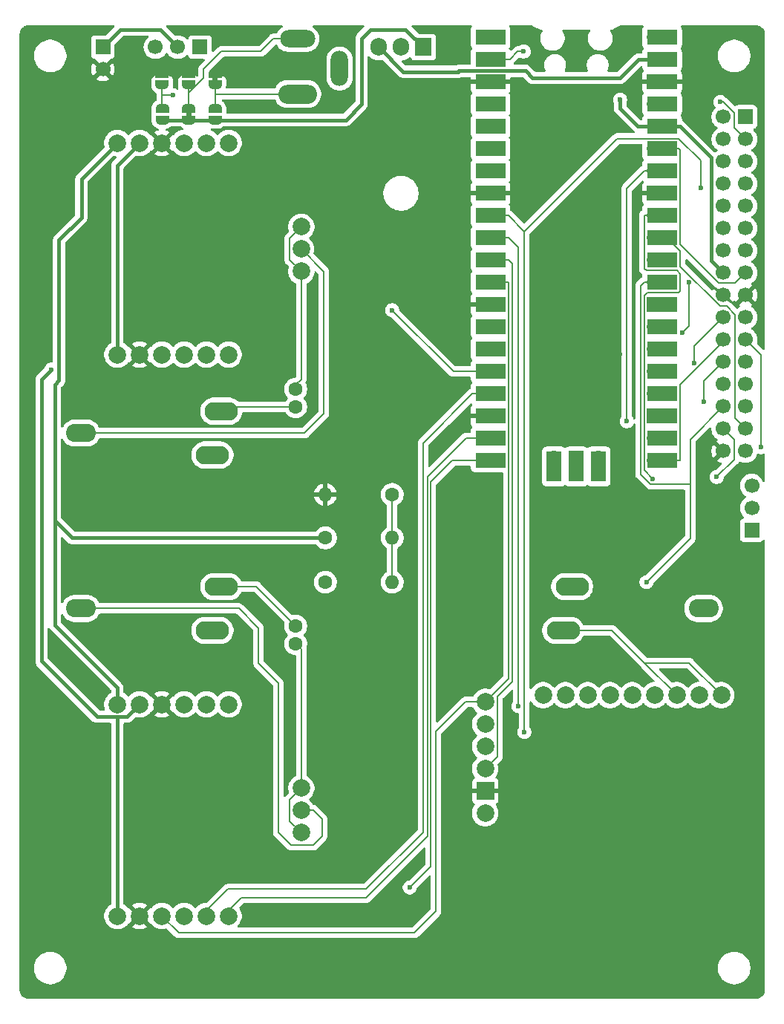
<source format=gbr>
%TF.GenerationSoftware,KiCad,Pcbnew,9.0.2*%
%TF.CreationDate,2025-06-25T22:06:45+02:00*%
%TF.ProjectId,baseboard,62617365-626f-4617-9264-2e6b69636164,rev?*%
%TF.SameCoordinates,Original*%
%TF.FileFunction,Copper,L1,Top*%
%TF.FilePolarity,Positive*%
%FSLAX46Y46*%
G04 Gerber Fmt 4.6, Leading zero omitted, Abs format (unit mm)*
G04 Created by KiCad (PCBNEW 9.0.2) date 2025-06-25 22:06:45*
%MOMM*%
%LPD*%
G01*
G04 APERTURE LIST*
G04 Aperture macros list*
%AMFreePoly0*
4,1,23,0.000000,0.745722,0.065263,0.745722,0.191342,0.711940,0.304381,0.646677,0.396677,0.554381,0.461940,0.441342,0.495722,0.315263,0.495722,0.250000,0.500000,0.250000,0.500000,-0.250000,0.495722,-0.250000,0.495722,-0.315263,0.461940,-0.441342,0.396677,-0.554381,0.304381,-0.646677,0.191342,-0.711940,0.065263,-0.745722,0.000000,-0.745722,0.000000,-0.750000,-0.500000,-0.750000,
-0.500000,0.750000,0.000000,0.750000,0.000000,0.745722,0.000000,0.745722,$1*%
%AMFreePoly1*
4,1,23,0.500000,-0.750000,0.000000,-0.750000,0.000000,-0.745722,-0.065263,-0.745722,-0.191342,-0.711940,-0.304381,-0.646677,-0.396677,-0.554381,-0.461940,-0.441342,-0.495722,-0.315263,-0.495722,-0.250000,-0.500000,-0.250000,-0.500000,0.250000,-0.495722,0.250000,-0.495722,0.315263,-0.461940,0.441342,-0.396677,0.554381,-0.304381,0.646677,-0.191342,0.711940,-0.065263,0.745722,0.000000,0.745722,
0.000000,0.750000,0.500000,0.750000,0.500000,-0.750000,0.500000,-0.750000,$1*%
G04 Aperture macros list end*
%TA.AperFunction,EtchedComponent*%
%ADD10C,0.000000*%
%TD*%
%TA.AperFunction,SMDPad,CuDef*%
%ADD11FreePoly0,270.000000*%
%TD*%
%TA.AperFunction,SMDPad,CuDef*%
%ADD12FreePoly1,270.000000*%
%TD*%
%TA.AperFunction,SMDPad,CuDef*%
%ADD13FreePoly0,90.000000*%
%TD*%
%TA.AperFunction,SMDPad,CuDef*%
%ADD14FreePoly1,90.000000*%
%TD*%
%TA.AperFunction,ComponentPad*%
%ADD15C,1.600000*%
%TD*%
%TA.AperFunction,ComponentPad*%
%ADD16O,1.600000X1.600000*%
%TD*%
%TA.AperFunction,ComponentPad*%
%ADD17R,1.700000X1.700000*%
%TD*%
%TA.AperFunction,ComponentPad*%
%ADD18C,1.700000*%
%TD*%
%TA.AperFunction,ComponentPad*%
%ADD19C,2.000000*%
%TD*%
%TA.AperFunction,ComponentPad*%
%ADD20O,1.700000X1.700000*%
%TD*%
%TA.AperFunction,SMDPad,CuDef*%
%ADD21R,3.500000X1.700000*%
%TD*%
%TA.AperFunction,SMDPad,CuDef*%
%ADD22R,1.700000X3.500000*%
%TD*%
%TA.AperFunction,ComponentPad*%
%ADD23R,2.000000X2.000000*%
%TD*%
%TA.AperFunction,ComponentPad*%
%ADD24R,1.905000X2.000000*%
%TD*%
%TA.AperFunction,ComponentPad*%
%ADD25O,1.905000X2.000000*%
%TD*%
%TA.AperFunction,ComponentPad*%
%ADD26O,4.400000X2.200000*%
%TD*%
%TA.AperFunction,ComponentPad*%
%ADD27O,4.000000X2.000000*%
%TD*%
%TA.AperFunction,ComponentPad*%
%ADD28O,2.000000X4.000000*%
%TD*%
%TA.AperFunction,ComponentPad*%
%ADD29O,3.400000X2.100000*%
%TD*%
%TA.AperFunction,ComponentPad*%
%ADD30O,3.800000X2.100000*%
%TD*%
%TA.AperFunction,ViaPad*%
%ADD31C,0.600000*%
%TD*%
%TA.AperFunction,Conductor*%
%ADD32C,0.200000*%
%TD*%
%TA.AperFunction,Conductor*%
%ADD33C,0.400000*%
%TD*%
G04 APERTURE END LIST*
D10*
%TA.AperFunction,EtchedComponent*%
%TO.C,JP2*%
G36*
X163110000Y-26900000D02*
G01*
X162510000Y-26900000D01*
X162510000Y-26400000D01*
X163110000Y-26400000D01*
X163110000Y-26900000D01*
G37*
%TD.AperFunction*%
%TA.AperFunction,EtchedComponent*%
%TO.C,JP6*%
G36*
X160110000Y-30900000D02*
G01*
X159510000Y-30900000D01*
X159510000Y-30400000D01*
X160110000Y-30400000D01*
X160110000Y-30900000D01*
G37*
%TD.AperFunction*%
%TD*%
D11*
%TO.P,JP1,2,B*%
%TO.N,+9V*%
X162810000Y-31300000D03*
D12*
%TO.P,JP1,1,A*%
%TO.N,Net-(JP1-A)*%
X162810000Y-30000000D03*
%TD*%
D13*
%TO.P,JP2,2,B*%
%TO.N,GND*%
X162810000Y-26000000D03*
D14*
%TO.P,JP2,1,A*%
%TO.N,Net-(JP1-A)*%
X162810000Y-27300000D03*
%TD*%
D11*
%TO.P,JP3,2,B*%
%TO.N,+9V*%
X156810000Y-31300000D03*
D12*
%TO.P,JP3,1,A*%
%TO.N,Net-(JP3-A)*%
X156810000Y-30000000D03*
%TD*%
D13*
%TO.P,JP4,2,B*%
%TO.N,GND*%
X156760000Y-26000000D03*
D14*
%TO.P,JP4,1,A*%
%TO.N,Net-(JP3-A)*%
X156760000Y-27300000D03*
%TD*%
D13*
%TO.P,JP5,2,B*%
%TO.N,GND*%
X159810000Y-26000000D03*
D14*
%TO.P,JP5,1,A*%
%TO.N,Net-(JP5-A)*%
X159810000Y-27300000D03*
%TD*%
D11*
%TO.P,JP6,2,B*%
%TO.N,+9V*%
X159810000Y-31300000D03*
D12*
%TO.P,JP6,1,A*%
%TO.N,Net-(JP5-A)*%
X159810000Y-30000000D03*
%TD*%
D15*
%TO.P,R1,1*%
%TO.N,Net-(R1-Pad1)*%
X183000000Y-74000000D03*
D16*
%TO.P,R1,2*%
%TO.N,GND*%
X175380000Y-74000000D03*
%TD*%
D17*
%TO.P,J4,1,Pin_1*%
%TO.N,Net-(J4-Pin_1)*%
X224000000Y-78080000D03*
D18*
%TO.P,J4,2,Pin_2*%
%TO.N,Net-(J4-Pin_2)*%
X224000000Y-75540000D03*
%TO.P,J4,3,Pin_3*%
%TO.N,Net-(J4-Pin_3)*%
X224000000Y-73000000D03*
%TD*%
D19*
%TO.P,ADC1,1,FMT*%
%TO.N,unconnected-(ADC1-FMT-Pad1)*%
X164350000Y-33935000D03*
%TO.P,ADC1,2,MDI*%
%TO.N,unconnected-(ADC1-MDI-Pad2)*%
X161810000Y-33935000D03*
%TO.P,ADC1,3,MDO*%
%TO.N,unconnected-(ADC1-MDO-Pad3)*%
X159270000Y-33935000D03*
%TO.P,ADC1,4,GND*%
%TO.N,GND*%
X156730000Y-33935000D03*
%TO.P,ADC1,5,3V3*%
%TO.N,+3V3*%
X154190000Y-33935000D03*
%TO.P,ADC1,6,+5V*%
%TO.N,+5V*%
X151650000Y-33935000D03*
%TO.P,ADC1,7,BCK*%
%TO.N,/GPIO11*%
X164350000Y-58065000D03*
%TO.P,ADC1,8,OUT*%
%TO.N,/GPIO10*%
X161810000Y-58065000D03*
%TO.P,ADC1,9,LRC*%
%TO.N,/GPIO12*%
X159270000Y-58065000D03*
%TO.P,ADC1,10,SCK*%
%TO.N,/GPIO9*%
X156730000Y-58065000D03*
%TO.P,ADC1,11,GND*%
%TO.N,GND*%
X154190000Y-58065000D03*
%TO.P,ADC1,12,3V3*%
%TO.N,+3V3*%
X151650000Y-58065000D03*
%TO.P,ADC1,13,RIN*%
%TO.N,Net-(ADC1-LIN)*%
X172630400Y-43485400D03*
%TO.P,ADC1,14,GIN*%
%TO.N,Net-(ADC1-GIN)*%
X172605000Y-46000000D03*
%TO.P,ADC1,15,LIN*%
%TO.N,Net-(ADC1-LIN)*%
X172630400Y-48565400D03*
%TD*%
D15*
%TO.P,R2,1*%
%TO.N,+5V*%
X175380000Y-78950000D03*
D16*
%TO.P,R2,2*%
%TO.N,Net-(R1-Pad1)*%
X183000000Y-78950000D03*
%TD*%
D17*
%TO.P,J3,1,Pin_1*%
%TO.N,+5V*%
X223290000Y-30950000D03*
D18*
%TO.P,J3,2,Pin_2*%
%TO.N,/GPIO0*%
X220750000Y-30950000D03*
%TO.P,J3,3,Pin_3*%
%TO.N,/GPIO1*%
X223290000Y-33490000D03*
%TO.P,J3,4,Pin_4*%
%TO.N,/GPIO2*%
X220750000Y-33490000D03*
%TO.P,J3,5,Pin_5*%
%TO.N,/GPIO3*%
X223290000Y-36030000D03*
%TO.P,J3,6,Pin_6*%
%TO.N,/GPIO4*%
X220750000Y-36030000D03*
%TO.P,J3,7,Pin_7*%
%TO.N,/GPIO5*%
X223290000Y-38570000D03*
%TO.P,J3,8,Pin_8*%
%TO.N,/GPIO6*%
X220750000Y-38570000D03*
%TO.P,J3,9,Pin_9*%
%TO.N,/GPIO7*%
X223290000Y-41110000D03*
%TO.P,J3,10,Pin_10*%
%TO.N,/GPIO8*%
X220750000Y-41110000D03*
%TO.P,J3,11,Pin_11*%
%TO.N,/GPIO9*%
X223290000Y-43650000D03*
%TO.P,J3,12,Pin_12*%
%TO.N,/GPIO10*%
X220750000Y-43650000D03*
%TO.P,J3,13,Pin_13*%
%TO.N,/GPIO11*%
X223290000Y-46190000D03*
%TO.P,J3,14,Pin_14*%
%TO.N,/GPIO12*%
X220750000Y-46190000D03*
%TO.P,J3,15,Pin_15*%
%TO.N,/ADC_VREF*%
X223290000Y-48730000D03*
%TO.P,J3,16,Pin_16*%
%TO.N,+3V3*%
X220750000Y-48730000D03*
%TO.P,J3,17,Pin_17*%
%TO.N,GND*%
X223290000Y-51270000D03*
%TO.P,J3,18,Pin_18*%
X220750000Y-51270000D03*
%TO.P,J3,19,Pin_19*%
%TO.N,/GPIO13*%
X223290000Y-53810000D03*
%TO.P,J3,20,Pin_20*%
%TO.N,/GPIO14*%
X220750000Y-53810000D03*
%TO.P,J3,21,Pin_21*%
%TO.N,/GPIO15*%
X223290000Y-56350000D03*
%TO.P,J3,22,Pin_22*%
%TO.N,/GPIO16*%
X220750000Y-56350000D03*
%TO.P,J3,23,Pin_23*%
%TO.N,/GPIO17*%
X223290000Y-58890000D03*
%TO.P,J3,24,Pin_24*%
%TO.N,/GPIO18*%
X220750000Y-58890000D03*
%TO.P,J3,25,Pin_25*%
%TO.N,/GPIO19*%
X223290000Y-61430000D03*
%TO.P,J3,26,Pin_26*%
%TO.N,/GPIO20*%
X220750000Y-61430000D03*
%TO.P,J3,27,Pin_27*%
%TO.N,/GPIO21*%
X223290000Y-63970000D03*
%TO.P,J3,28,Pin_28*%
%TO.N,/GPIO22*%
X220750000Y-63970000D03*
%TO.P,J3,29,Pin_29*%
%TO.N,/GPIO26*%
X223290000Y-66510000D03*
%TO.P,J3,30,Pin_30*%
%TO.N,/GPIO27*%
X220750000Y-66510000D03*
%TO.P,J3,31,Pin_31*%
%TO.N,/GPIO28*%
X223290000Y-69050000D03*
%TO.P,J3,32,Pin_32*%
%TO.N,GND*%
X220750000Y-69050000D03*
%TD*%
D20*
%TO.P,U1,1,GPIO0*%
%TO.N,/GPIO0*%
X195110000Y-21870000D03*
D21*
X194210000Y-21870000D03*
D20*
%TO.P,U1,2,GPIO1*%
%TO.N,/GPIO1*%
X195110000Y-24410000D03*
D21*
X194210000Y-24410000D03*
D17*
%TO.P,U1,3,GND*%
%TO.N,GND*%
X195110000Y-26950000D03*
D21*
X194210000Y-26950000D03*
D20*
%TO.P,U1,4,GPIO2*%
%TO.N,/GPIO2*%
X195110000Y-29490000D03*
D21*
X194210000Y-29490000D03*
D20*
%TO.P,U1,5,GPIO3*%
%TO.N,/GPIO3*%
X195110000Y-32030000D03*
D21*
X194210000Y-32030000D03*
D20*
%TO.P,U1,6,GPIO4*%
%TO.N,/GPIO4*%
X195110000Y-34570000D03*
D21*
X194210000Y-34570000D03*
D20*
%TO.P,U1,7,GPIO5*%
%TO.N,/GPIO5*%
X195110000Y-37110000D03*
D21*
X194210000Y-37110000D03*
D17*
%TO.P,U1,8,GND*%
%TO.N,GND*%
X195110000Y-39650000D03*
D21*
X194210000Y-39650000D03*
D20*
%TO.P,U1,9,GPIO6*%
%TO.N,/GPIO6*%
X195110000Y-42190000D03*
D21*
X194210000Y-42190000D03*
D20*
%TO.P,U1,10,GPIO7*%
%TO.N,/GPIO7*%
X195110000Y-44730000D03*
D21*
X194210000Y-44730000D03*
D20*
%TO.P,U1,11,GPIO8*%
%TO.N,/GPIO8*%
X195110000Y-47270000D03*
D21*
X194210000Y-47270000D03*
D20*
%TO.P,U1,12,GPIO9*%
%TO.N,/GPIO9*%
X195110000Y-49810000D03*
D21*
X194210000Y-49810000D03*
D17*
%TO.P,U1,13,GND*%
%TO.N,GND*%
X195110000Y-52350000D03*
D21*
X194210000Y-52350000D03*
D20*
%TO.P,U1,14,GPIO10*%
%TO.N,/GPIO10*%
X195110000Y-54890000D03*
D21*
X194210000Y-54890000D03*
D20*
%TO.P,U1,15,GPIO11*%
%TO.N,/GPIO11*%
X195110000Y-57430000D03*
D21*
X194210000Y-57430000D03*
D20*
%TO.P,U1,16,GPIO12*%
%TO.N,/GPIO12*%
X195110000Y-59970000D03*
D21*
X194210000Y-59970000D03*
D20*
%TO.P,U1,17,GPIO13*%
%TO.N,/GPIO13*%
X195110000Y-62510000D03*
D21*
X194210000Y-62510000D03*
D17*
%TO.P,U1,18,GND*%
%TO.N,GND*%
X195110000Y-65050000D03*
D21*
X194210000Y-65050000D03*
D20*
%TO.P,U1,19,GPIO14*%
%TO.N,/GPIO14*%
X195110000Y-67590000D03*
D21*
X194210000Y-67590000D03*
D20*
%TO.P,U1,20,GPIO15*%
%TO.N,/GPIO15*%
X195110000Y-70130000D03*
D21*
X194210000Y-70130000D03*
D20*
%TO.P,U1,21,GPIO16*%
%TO.N,/GPIO16*%
X212890000Y-70130000D03*
D21*
X213790000Y-70130000D03*
D20*
%TO.P,U1,22,GPIO17*%
%TO.N,/GPIO17*%
X212890000Y-67590000D03*
D21*
X213790000Y-67590000D03*
D17*
%TO.P,U1,23,GND*%
%TO.N,GND*%
X212890000Y-65050000D03*
D21*
X213790000Y-65050000D03*
D20*
%TO.P,U1,24,GPIO18*%
%TO.N,/GPIO18*%
X212890000Y-62510000D03*
D21*
X213790000Y-62510000D03*
D20*
%TO.P,U1,25,GPIO19*%
%TO.N,/GPIO19*%
X212890000Y-59970000D03*
D21*
X213790000Y-59970000D03*
D20*
%TO.P,U1,26,GPIO20*%
%TO.N,/GPIO20*%
X212890000Y-57430000D03*
D21*
X213790000Y-57430000D03*
D20*
%TO.P,U1,27,GPIO21*%
%TO.N,/GPIO21*%
X212890000Y-54890000D03*
D21*
X213790000Y-54890000D03*
D17*
%TO.P,U1,28,GND*%
%TO.N,GND*%
X212890000Y-52350000D03*
D21*
X213790000Y-52350000D03*
D20*
%TO.P,U1,29,GPIO22*%
%TO.N,/GPIO22*%
X212890000Y-49810000D03*
D21*
X213790000Y-49810000D03*
D20*
%TO.P,U1,30,RUN*%
%TO.N,unconnected-(U1-RUN-Pad30)_1*%
X212890000Y-47270000D03*
D21*
%TO.N,unconnected-(U1-RUN-Pad30)*%
X213790000Y-47270000D03*
D20*
%TO.P,U1,31,GPIO26_ADC0*%
%TO.N,/GPIO26*%
X212890000Y-44730000D03*
D21*
X213790000Y-44730000D03*
D20*
%TO.P,U1,32,GPIO27_ADC1*%
%TO.N,/GPIO27*%
X212890000Y-42190000D03*
D21*
X213790000Y-42190000D03*
D17*
%TO.P,U1,33,AGND*%
%TO.N,GND*%
X212890000Y-39650000D03*
D21*
X213790000Y-39650000D03*
D20*
%TO.P,U1,34,GPIO28_ADC2*%
%TO.N,/GPIO28*%
X212890000Y-37110000D03*
D21*
X213790000Y-37110000D03*
D20*
%TO.P,U1,35,ADC_VREF*%
%TO.N,/ADC_VREF*%
X212890000Y-34570000D03*
D21*
X213790000Y-34570000D03*
D20*
%TO.P,U1,36,3V3*%
%TO.N,+3V3*%
X212890000Y-32030000D03*
D21*
X213790000Y-32030000D03*
D20*
%TO.P,U1,37,3V3_EN*%
%TO.N,unconnected-(U1-3V3_EN-Pad37)_1*%
X212890000Y-29490000D03*
D21*
%TO.N,unconnected-(U1-3V3_EN-Pad37)*%
X213790000Y-29490000D03*
D17*
%TO.P,U1,38,GND*%
%TO.N,GND*%
X212890000Y-26950000D03*
D21*
X213790000Y-26950000D03*
D20*
%TO.P,U1,39,VSYS*%
%TO.N,+5V*%
X212890000Y-24410000D03*
D21*
X213790000Y-24410000D03*
D20*
%TO.P,U1,40,VBUS*%
%TO.N,unconnected-(U1-VBUS-Pad40)_1*%
X212890000Y-21870000D03*
D21*
%TO.N,unconnected-(U1-VBUS-Pad40)*%
X213790000Y-21870000D03*
D20*
%TO.P,U1,41,SWCLK*%
%TO.N,Net-(J4-Pin_1)*%
X201460000Y-69900000D03*
D22*
X201460000Y-70800000D03*
D17*
%TO.P,U1,42,GND*%
%TO.N,Net-(J4-Pin_2)*%
X204000000Y-69900000D03*
D22*
X204000000Y-70800000D03*
D20*
%TO.P,U1,43,SWDIO*%
%TO.N,Net-(J4-Pin_3)*%
X206540000Y-69900000D03*
D22*
X206540000Y-70800000D03*
%TD*%
D15*
%TO.P,C2,1*%
%TO.N,Net-(JACK2-Tip)*%
X172000000Y-89000000D03*
%TO.P,C2,2*%
%TO.N,Net-(ADC2-LIN)*%
X172000000Y-91000000D03*
%TD*%
D19*
%TO.P,DAC1,1,SCK*%
%TO.N,/GPIO9*%
X193606000Y-97650000D03*
%TO.P,DAC1,2,BCK*%
%TO.N,/GPIO7*%
X193606000Y-100190000D03*
%TO.P,DAC1,3,DIN*%
%TO.N,/GPIO6*%
X193606000Y-102730000D03*
%TO.P,DAC1,4,LRCK*%
%TO.N,/GPIO8*%
X193606000Y-105270000D03*
D23*
%TO.P,DAC1,5,GND*%
%TO.N,GND*%
X193606000Y-107810000D03*
D19*
%TO.P,DAC1,6,VIN*%
%TO.N,+5V*%
X193606000Y-110350000D03*
%TO.P,DAC1,7,FLT*%
%TO.N,unconnected-(DAC1-FLT-Pad7)*%
X200210000Y-96888000D03*
%TO.P,DAC1,8,DEMP*%
%TO.N,unconnected-(DAC1-DEMP-Pad8)*%
X202750000Y-96888000D03*
%TO.P,DAC1,9,XSMT*%
%TO.N,/GPIO22*%
X205290000Y-96888000D03*
%TO.P,DAC1,10,FMT*%
%TO.N,unconnected-(DAC1-FMT-Pad10)*%
X207830000Y-96888000D03*
%TO.P,DAC1,11,A3V3*%
%TO.N,unconnected-(DAC1-A3V3-Pad11)*%
X210370000Y-96888000D03*
%TO.P,DAC1,12,AGND*%
%TO.N,Net-(JACK3-Sleeve)*%
X212910000Y-96888000D03*
%TO.P,DAC1,13,ROUT*%
%TO.N,Net-(DAC1-LROUT)*%
X215450000Y-96888000D03*
%TO.P,DAC1,14,AGND*%
%TO.N,Net-(JACK3-Sleeve)*%
X217990000Y-96888000D03*
%TO.P,DAC1,15,LROUT*%
%TO.N,Net-(DAC1-LROUT)*%
X220530000Y-96888000D03*
%TD*%
D15*
%TO.P,R3,1*%
%TO.N,/divided_2v5*%
X175380000Y-84000000D03*
D16*
%TO.P,R3,2*%
%TO.N,Net-(R1-Pad1)*%
X183000000Y-84000000D03*
%TD*%
D24*
%TO.P,POWER1,1,VI*%
%TO.N,+9V*%
X186540000Y-23000000D03*
D25*
%TO.P,POWER1,2,GND*%
%TO.N,GND*%
X184000000Y-23000000D03*
%TO.P,POWER1,3,VO*%
%TO.N,+5V*%
X181460000Y-23000000D03*
%TD*%
D15*
%TO.P,C1,1*%
%TO.N,Net-(JACK1-Tip)*%
X172000000Y-64000000D03*
%TO.P,C1,2*%
%TO.N,Net-(ADC1-LIN)*%
X172000000Y-62000000D03*
%TD*%
D19*
%TO.P,ADC2,1,FMT*%
%TO.N,unconnected-(ADC2-FMT-Pad1)*%
X164350000Y-97935000D03*
%TO.P,ADC2,2,MDI*%
%TO.N,unconnected-(ADC2-MDI-Pad2)*%
X161810000Y-97935000D03*
%TO.P,ADC2,3,MDO*%
%TO.N,unconnected-(ADC2-MDO-Pad3)*%
X159270000Y-97935000D03*
%TO.P,ADC2,4,GND*%
%TO.N,GND*%
X156730000Y-97935000D03*
%TO.P,ADC2,5,3V3*%
%TO.N,+3V3*%
X154190000Y-97935000D03*
%TO.P,ADC2,6,+5V*%
%TO.N,+5V*%
X151650000Y-97935000D03*
%TO.P,ADC2,7,BCK*%
%TO.N,/GPIO14*%
X164350000Y-122065000D03*
%TO.P,ADC2,8,OUT*%
%TO.N,/GPIO13*%
X161810000Y-122065000D03*
%TO.P,ADC2,9,LRC*%
%TO.N,/GPIO15*%
X159270000Y-122065000D03*
%TO.P,ADC2,10,SCK*%
%TO.N,/GPIO9*%
X156730000Y-122065000D03*
%TO.P,ADC2,11,GND*%
%TO.N,GND*%
X154190000Y-122065000D03*
%TO.P,ADC2,12,3V3*%
%TO.N,+3V3*%
X151650000Y-122065000D03*
%TO.P,ADC2,13,RIN*%
%TO.N,Net-(ADC2-LIN)*%
X172630400Y-107485400D03*
%TO.P,ADC2,14,GIN*%
%TO.N,Net-(ADC2-GIN)*%
X172605000Y-110000000D03*
%TO.P,ADC2,15,LIN*%
%TO.N,Net-(ADC2-LIN)*%
X172630400Y-112565400D03*
%TD*%
D17*
%TO.P,J1,1,Pin_1*%
%TO.N,Net-(J1-Pin_1)*%
X150000000Y-23000000D03*
D18*
%TO.P,J1,2,Pin_2*%
%TO.N,GND*%
X150000000Y-25540000D03*
%TD*%
D17*
%TO.P,SW1,1,1*%
%TO.N,+5V*%
X161080000Y-23000000D03*
D18*
%TO.P,SW1,2,2*%
%TO.N,Net-(J1-Pin_1)*%
X158540000Y-23000000D03*
%TO.P,SW1,3*%
%TO.N,N/C*%
X156000000Y-23000000D03*
%TD*%
D26*
%TO.P,J5,1*%
%TO.N,Net-(JP1-A)*%
X172200000Y-28337500D03*
D27*
%TO.P,J5,2*%
%TO.N,Net-(JP5-A)*%
X172200000Y-22037500D03*
D28*
%TO.P,J5,3*%
%TO.N,Net-(JP3-A)*%
X177000000Y-25437500D03*
%TD*%
D29*
%TO.P,JACK2,1,Sleeve*%
%TO.N,Net-(ADC2-GIN)*%
X147500000Y-87000000D03*
D30*
%TO.P,JACK2,4*%
%TO.N,unconnected-(JACK2-Pad4)*%
X162500000Y-89500000D03*
%TO.P,JACK2,5,Tip*%
%TO.N,Net-(JACK2-Tip)*%
X163500000Y-84500000D03*
%TD*%
D29*
%TO.P,JACK3,1,Sleeve*%
%TO.N,Net-(JACK3-Sleeve)*%
X218512500Y-87000000D03*
D30*
%TO.P,JACK3,4*%
%TO.N,unconnected-(JACK3-Pad4)*%
X203512500Y-84500000D03*
%TO.P,JACK3,5,Tip*%
%TO.N,Net-(DAC1-LROUT)*%
X202512500Y-89500000D03*
%TD*%
D29*
%TO.P,JACK1,1,Sleeve*%
%TO.N,Net-(ADC1-GIN)*%
X147500000Y-67000000D03*
D30*
%TO.P,JACK1,4*%
%TO.N,unconnected-(JACK1-Pad4)*%
X162500000Y-69500000D03*
%TO.P,JACK1,5,Tip*%
%TO.N,Net-(JACK1-Tip)*%
X163500000Y-64500000D03*
%TD*%
D31*
%TO.N,GND*%
X166500000Y-27000000D03*
X199500000Y-25000000D03*
X198000000Y-21500000D03*
%TO.N,/GPIO1*%
X198000000Y-23500000D03*
%TO.N,GND*%
X209500000Y-22000000D03*
%TO.N,/GPIO12*%
X183000000Y-53000000D03*
%TO.N,GND*%
X182000000Y-122000000D03*
X166000000Y-22000000D03*
%TO.N,Net-(JP3-A)*%
X158000000Y-28500000D03*
%TO.N,/GPIO12*%
X216810100Y-49811300D03*
X216053500Y-55576400D03*
%TO.N,GND*%
X204000000Y-35000000D03*
X206000000Y-32000000D03*
X209000000Y-25000000D03*
X206000000Y-64000000D03*
X213000000Y-77000000D03*
X218000000Y-30000000D03*
X209000000Y-58000000D03*
X203000000Y-57000000D03*
X207000000Y-50000000D03*
X206000000Y-42000000D03*
X202000000Y-37000000D03*
X216000000Y-91000000D03*
X220000000Y-74000000D03*
X171000000Y-98000000D03*
X207000000Y-30000000D03*
X203000000Y-45000000D03*
X216000000Y-94500000D03*
X190000000Y-23000000D03*
X194000000Y-82000000D03*
X184000000Y-59000000D03*
X148000000Y-94000000D03*
%TO.N,+3V3*%
X144133400Y-59758800D03*
X209000000Y-29000000D03*
%TO.N,/GPIO14*%
X217440400Y-58993500D03*
%TO.N,/GPIO15*%
X225061800Y-68616900D03*
X185000000Y-118811500D03*
%TO.N,/GPIO6*%
X198070600Y-101096600D03*
X218177000Y-39044300D03*
%TO.N,/GPIO7*%
X197380900Y-98143900D03*
%TO.N,/GPIO22*%
X212000000Y-84000000D03*
%TO.N,/GPIO1*%
X220417200Y-29255500D03*
%TO.N,/GPIO18*%
X218542500Y-63438000D03*
%TO.N,/GPIO27*%
X220000000Y-72000000D03*
X212726300Y-72247100D03*
%TO.N,/GPIO28*%
X209753800Y-65664200D03*
%TD*%
D32*
%TO.N,/GPIO1*%
X196410000Y-24410000D02*
X195110000Y-24410000D01*
X198000000Y-23500000D02*
X197320000Y-23500000D01*
X197320000Y-23500000D02*
X196410000Y-24410000D01*
X195889500Y-23648700D02*
X195128200Y-24410000D01*
X195128200Y-24410000D02*
X195110000Y-24410000D01*
%TO.N,/GPIO12*%
X183000000Y-53000000D02*
X189970000Y-59970000D01*
X189970000Y-59970000D02*
X195110000Y-59970000D01*
%TO.N,/GPIO9*%
X156730000Y-122065000D02*
X158665000Y-124000000D01*
X158665000Y-124000000D02*
X185500000Y-124000000D01*
X185500000Y-124000000D02*
X188000000Y-121500000D01*
X188000000Y-121500000D02*
X188000000Y-101000000D01*
X188000000Y-101000000D02*
X191350000Y-97650000D01*
X191350000Y-97650000D02*
X193606000Y-97650000D01*
%TO.N,Net-(ADC2-GIN)*%
X167750000Y-89250000D02*
X167750000Y-93250000D01*
X167750000Y-93250000D02*
X170000000Y-95500000D01*
%TO.N,Net-(JP5-A)*%
X159810000Y-28500000D02*
X159810000Y-28190000D01*
X159810000Y-28190000D02*
X161500000Y-26500000D01*
X161500000Y-26500000D02*
X161500000Y-25500000D01*
X161500000Y-25500000D02*
X163500000Y-23500000D01*
X169462500Y-22037500D02*
X172200000Y-22037500D01*
X163500000Y-23500000D02*
X168000000Y-23500000D01*
X168000000Y-23500000D02*
X169462500Y-22037500D01*
%TO.N,Net-(JP1-A)*%
X162810000Y-28500000D02*
X162810000Y-30000000D01*
X162810000Y-28500000D02*
X162972500Y-28337500D01*
X162972500Y-28337500D02*
X172200000Y-28337500D01*
%TO.N,Net-(JP5-A)*%
X159810000Y-27300000D02*
X159810000Y-28500000D01*
%TO.N,Net-(JP3-A)*%
X156760000Y-28500000D02*
X158000000Y-28500000D01*
X156760000Y-27300000D02*
X156760000Y-28500000D01*
D33*
%TO.N,+9V*%
X162810000Y-31300000D02*
X177700000Y-31300000D01*
X177700000Y-31300000D02*
X179500000Y-29500000D01*
X179500000Y-29500000D02*
X179500000Y-22000000D01*
X179500000Y-22000000D02*
X180500000Y-21000000D01*
X180500000Y-21000000D02*
X184540000Y-21000000D01*
X184540000Y-21000000D02*
X186540000Y-23000000D01*
X162810000Y-31300000D02*
X159810000Y-31300000D01*
X156810000Y-31300000D02*
X159810000Y-31300000D01*
D32*
%TO.N,Net-(JP1-A)*%
X162810000Y-27300000D02*
X162810000Y-28500000D01*
%TO.N,Net-(JP5-A)*%
X159810000Y-28500000D02*
X159810000Y-30000000D01*
%TO.N,Net-(JP3-A)*%
X156760000Y-28500000D02*
X156760000Y-29950000D01*
X156760000Y-29950000D02*
X156810000Y-30000000D01*
%TO.N,Net-(ADC1-GIN)*%
X175176000Y-64824000D02*
X175176000Y-50000000D01*
X173000000Y-67000000D02*
X175176000Y-64824000D01*
X172605000Y-46000000D02*
X175176000Y-48571000D01*
X147500000Y-67000000D02*
X173000000Y-67000000D01*
X175176000Y-48571000D02*
X175176000Y-50000000D01*
%TO.N,/GPIO12*%
X216810100Y-54819800D02*
X216053500Y-55576400D01*
X216810100Y-49811300D02*
X216810100Y-54819800D01*
%TO.N,/GPIO9*%
X196261700Y-94994300D02*
X193606000Y-97650000D01*
X195110000Y-49810000D02*
X196261700Y-49810000D01*
X196261700Y-49810000D02*
X196261700Y-94994300D01*
D33*
%TO.N,+5V*%
X144534400Y-88914400D02*
X144534400Y-77000000D01*
X147542500Y-42457500D02*
X145000000Y-45000000D01*
X144534400Y-61465600D02*
X145000000Y-61000000D01*
X184259000Y-25799000D02*
X181460000Y-23000000D01*
X199000000Y-26500000D02*
X198199000Y-25699000D01*
X147542500Y-38042500D02*
X151650000Y-33935000D01*
X144534400Y-77000000D02*
X144534400Y-61465600D01*
X211090000Y-24410000D02*
X209000000Y-26500000D01*
X209000000Y-26500000D02*
X199000000Y-26500000D01*
X212890000Y-24410000D02*
X211090000Y-24410000D01*
X190500000Y-25799000D02*
X184259000Y-25799000D01*
X147542500Y-38042500D02*
X147542500Y-42457500D01*
X190600000Y-25699000D02*
X190500000Y-25799000D01*
X175380000Y-78950000D02*
X146484400Y-78950000D01*
X145000000Y-61000000D02*
X145000000Y-45000000D01*
X151650000Y-96030000D02*
X151650000Y-97935000D01*
X146484400Y-78950000D02*
X144534400Y-77000000D01*
X151650000Y-96030000D02*
X144534400Y-88914400D01*
X198199000Y-25699000D02*
X190600000Y-25699000D01*
%TO.N,+3V3*%
X151650000Y-99486000D02*
X151500000Y-99336000D01*
X149336000Y-99336000D02*
X151500000Y-99336000D01*
X152789000Y-99336000D02*
X154190000Y-97935000D01*
X151650000Y-36475000D02*
X154190000Y-33935000D01*
X151650000Y-57430000D02*
X151650000Y-38000000D01*
X151650000Y-122065000D02*
X151650000Y-99486000D01*
X214365900Y-32030000D02*
X212890000Y-32030000D01*
X212890000Y-32030000D02*
X211030000Y-32030000D01*
X209000000Y-30000000D02*
X209000000Y-29000000D01*
X151500000Y-99336000D02*
X152789000Y-99336000D01*
X151650000Y-38000000D02*
X151650000Y-36475000D01*
X143000000Y-93000000D02*
X149336000Y-99336000D01*
X214365900Y-32030000D02*
X215841700Y-32030000D01*
X144133400Y-59758800D02*
X143000000Y-60892200D01*
X211030000Y-32030000D02*
X209000000Y-30000000D01*
X219360200Y-47340200D02*
X220750000Y-48730000D01*
X215841700Y-32030000D02*
X219360200Y-35548500D01*
X143000000Y-60892200D02*
X143000000Y-93000000D01*
X219360200Y-35548500D02*
X219360200Y-47340200D01*
D32*
%TO.N,/GPIO13*%
X186500000Y-68168300D02*
X192158300Y-62510000D01*
X164240000Y-119000000D02*
X180000000Y-119000000D01*
X180000000Y-119000000D02*
X186500000Y-112500000D01*
X192158300Y-62510000D02*
X195110000Y-62510000D01*
X161810000Y-121430000D02*
X164240000Y-119000000D01*
X186500000Y-112500000D02*
X186500000Y-68168300D01*
%TO.N,/GPIO14*%
X180000000Y-120000000D02*
X187000000Y-113000000D01*
X217440400Y-57119600D02*
X220750000Y-53810000D01*
X187000000Y-113000000D02*
X187000000Y-72000000D01*
X191410000Y-67590000D02*
X195110000Y-67590000D01*
X165780000Y-120000000D02*
X180000000Y-120000000D01*
X164350000Y-121430000D02*
X165780000Y-120000000D01*
X187000000Y-72000000D02*
X191410000Y-67590000D01*
X217440400Y-58993500D02*
X217440400Y-57119600D01*
%TO.N,/GPIO15*%
X195110000Y-70130000D02*
X189870000Y-70130000D01*
X187401000Y-116410500D02*
X185000000Y-118811500D01*
X225061800Y-58121800D02*
X225061800Y-68616900D01*
X187401000Y-72599000D02*
X187401000Y-116410500D01*
X189870000Y-70130000D02*
X187401000Y-72599000D01*
X223290000Y-56350000D02*
X225061800Y-58121800D01*
%TO.N,Net-(DAC1-LROUT)*%
X216861000Y-93219000D02*
X220530000Y-96888000D01*
X211781000Y-93219000D02*
X215450000Y-96888000D01*
X202512000Y-89500000D02*
X202512500Y-89500000D01*
X208062000Y-89500000D02*
X211781000Y-93219000D01*
X211781000Y-93219000D02*
X216861000Y-93219000D01*
X202512500Y-89500000D02*
X208062000Y-89500000D01*
%TO.N,/GPIO6*%
X218177000Y-35917000D02*
X218177000Y-39044300D01*
X195110000Y-42190000D02*
X196261700Y-42190000D01*
X198070600Y-43998900D02*
X196261700Y-42190000D01*
X198070600Y-101096600D02*
X198070600Y-43998900D01*
X215678300Y-33418300D02*
X218177000Y-35917000D01*
X198070600Y-43998900D02*
X208651200Y-33418300D01*
X208651200Y-33418300D02*
X215678300Y-33418300D01*
%TO.N,/GPIO8*%
X195000000Y-97000000D02*
X196691100Y-95308900D01*
X193606000Y-105270000D02*
X195000000Y-103876000D01*
X196691100Y-95308900D02*
X196691100Y-47699400D01*
X196691100Y-47699400D02*
X196261700Y-47270000D01*
X195000000Y-103876000D02*
X195000000Y-97000000D01*
X196261700Y-47270000D02*
X195110000Y-47270000D01*
%TO.N,/GPIO7*%
X197380900Y-98143900D02*
X197380900Y-45849200D01*
X197380900Y-45849200D02*
X196261700Y-44730000D01*
X195110000Y-44730000D02*
X196261700Y-44730000D01*
%TO.N,/ADC_VREF*%
X212890000Y-34570000D02*
X215675400Y-34570000D01*
X215841700Y-34736300D02*
X215841700Y-45503800D01*
X222100900Y-49919100D02*
X223290000Y-48730000D01*
X215675400Y-34570000D02*
X215841700Y-34736300D01*
X220257000Y-49919100D02*
X222100900Y-49919100D01*
X215841700Y-45503800D02*
X220257000Y-49919100D01*
%TO.N,/GPIO22*%
X216998800Y-72848800D02*
X216998800Y-67721200D01*
X216998800Y-79000000D02*
X216998800Y-79001200D01*
X212890000Y-49810000D02*
X211738300Y-49810000D01*
X216998800Y-67721200D02*
X220750000Y-63970000D01*
X216998800Y-79000000D02*
X216998800Y-72848800D01*
X211738300Y-49810000D02*
X211329800Y-50218500D01*
X212477200Y-72848800D02*
X216998800Y-72848800D01*
X216998800Y-79001200D02*
X212000000Y-84000000D01*
X211329800Y-71701400D02*
X212477200Y-72848800D01*
X211329800Y-50218500D02*
X211329800Y-71701400D01*
%TO.N,/GPIO1*%
X222020000Y-30535300D02*
X220740200Y-29255500D01*
X223290000Y-33490000D02*
X222020000Y-32220000D01*
X220740200Y-29255500D02*
X220417200Y-29255500D01*
X222020000Y-32220000D02*
X222020000Y-30535300D01*
%TO.N,/GPIO16*%
X212890000Y-70130000D02*
X215841700Y-70130000D01*
X220750000Y-56534800D02*
X220750000Y-56350000D01*
X215841700Y-70130000D02*
X215841700Y-61443100D01*
X215841700Y-61443100D02*
X220750000Y-56534800D01*
%TO.N,/GPIO26*%
X221133600Y-52540000D02*
X220389700Y-52540000D01*
X222109200Y-65329200D02*
X222109200Y-53515600D01*
X223290000Y-66510000D02*
X222109200Y-65329200D01*
X215841700Y-46271100D02*
X214300600Y-44730000D01*
X222109200Y-53515600D02*
X221133600Y-52540000D01*
X215841700Y-47992100D02*
X215841700Y-46271100D01*
X215841800Y-47992100D02*
X215841700Y-47992100D01*
X220389700Y-52540000D02*
X215841800Y-47992100D01*
X214300600Y-44730000D02*
X212890000Y-44730000D01*
%TO.N,/GPIO18*%
X220750000Y-58890000D02*
X218542500Y-61097500D01*
X218542500Y-61097500D02*
X218542500Y-63438000D01*
%TO.N,/GPIO27*%
X222000000Y-70000000D02*
X220000000Y-72000000D01*
X215841700Y-48835000D02*
X215841700Y-50785000D01*
X222020000Y-67780000D02*
X220750000Y-66510000D01*
X211737100Y-71257900D02*
X212726300Y-72247100D01*
X215488300Y-48481600D02*
X215841700Y-48835000D01*
X212890000Y-42190000D02*
X211738300Y-42190000D01*
X211738300Y-42190000D02*
X211738300Y-48247200D01*
X222020000Y-70000000D02*
X222000000Y-70000000D01*
X211737100Y-51296400D02*
X211737100Y-71257900D01*
X212071800Y-50961700D02*
X211737100Y-51296400D01*
X211738300Y-48247200D02*
X211972700Y-48481600D01*
X211972700Y-48481600D02*
X215488300Y-48481600D01*
X222020000Y-70000000D02*
X222020000Y-67780000D01*
X215841700Y-50785000D02*
X215665000Y-50961700D01*
X215665000Y-50961700D02*
X212071800Y-50961700D01*
%TO.N,/GPIO28*%
X212890000Y-37110000D02*
X211738300Y-37110000D01*
X209753800Y-65664200D02*
X209753800Y-39094500D01*
X209753800Y-39094500D02*
X211738300Y-37110000D01*
%TO.N,Net-(JACK1-Tip)*%
X164000000Y-64000000D02*
X163500000Y-64500000D01*
X172000000Y-64000000D02*
X164000000Y-64000000D01*
%TO.N,Net-(ADC1-LIN)*%
X172000000Y-62000000D02*
X172000000Y-61500000D01*
X172630400Y-48565400D02*
X171304000Y-47239000D01*
X171304000Y-47239000D02*
X171304000Y-44811800D01*
X172000000Y-61500000D02*
X172630400Y-60869600D01*
X171304000Y-44811800D02*
X172630400Y-43485400D01*
X172630400Y-60869600D02*
X172630400Y-48565400D01*
D33*
%TO.N,Net-(J1-Pin_1)*%
X156540000Y-21000000D02*
X158540000Y-23000000D01*
X152000000Y-21000000D02*
X156540000Y-21000000D01*
X150000000Y-23000000D02*
X152000000Y-21000000D01*
D32*
%TO.N,Net-(ADC2-LIN)*%
X172630400Y-91630400D02*
X172000000Y-91000000D01*
X172630400Y-107485400D02*
X172630400Y-91630400D01*
X172630400Y-112565400D02*
X171304000Y-111239000D01*
X171304000Y-108811800D02*
X172630400Y-107485400D01*
X171304000Y-111239000D02*
X171304000Y-108811800D01*
%TO.N,Net-(ADC2-GIN)*%
X172605000Y-110000000D02*
X174000000Y-110000000D01*
X167750000Y-89250000D02*
X165500000Y-87000000D01*
X174000000Y-114000000D02*
X171500000Y-114000000D01*
X165500000Y-87000000D02*
X147500000Y-87000000D01*
X171500000Y-114000000D02*
X170000000Y-112500000D01*
X174000000Y-110000000D02*
X175000000Y-111000000D01*
X170000000Y-112500000D02*
X170000000Y-95500000D01*
X175000000Y-111000000D02*
X175000000Y-113000000D01*
X175000000Y-113000000D02*
X174000000Y-114000000D01*
%TO.N,Net-(JACK2-Tip)*%
X167500000Y-84500000D02*
X172000000Y-89000000D01*
X163500000Y-84500000D02*
X167500000Y-84500000D01*
%TO.N,Net-(R1-Pad1)*%
X183000000Y-78950000D02*
X183000000Y-74000000D01*
X183000000Y-78950000D02*
X183000000Y-84000000D01*
%TD*%
%TA.AperFunction,Conductor*%
%TO.N,GND*%
G36*
X151276520Y-20520184D02*
G01*
X151322275Y-20572988D01*
X151332219Y-20642146D01*
X151303194Y-20705702D01*
X151297162Y-20712180D01*
X150396160Y-21613181D01*
X150334837Y-21646666D01*
X150308479Y-21649500D01*
X149102129Y-21649500D01*
X149102123Y-21649501D01*
X149042516Y-21655908D01*
X148907671Y-21706202D01*
X148907664Y-21706206D01*
X148792455Y-21792452D01*
X148792452Y-21792455D01*
X148706206Y-21907664D01*
X148706202Y-21907671D01*
X148655908Y-22042517D01*
X148649501Y-22102116D01*
X148649501Y-22102123D01*
X148649500Y-22102135D01*
X148649500Y-23897870D01*
X148649501Y-23897876D01*
X148655908Y-23957483D01*
X148706202Y-24092328D01*
X148706206Y-24092335D01*
X148792452Y-24207544D01*
X148792455Y-24207547D01*
X148907664Y-24293793D01*
X148907671Y-24293797D01*
X148925643Y-24300500D01*
X149042517Y-24344091D01*
X149102127Y-24350500D01*
X149112685Y-24350499D01*
X149179723Y-24370179D01*
X149200372Y-24386818D01*
X149870591Y-25057037D01*
X149807007Y-25074075D01*
X149692993Y-25139901D01*
X149599901Y-25232993D01*
X149534075Y-25347007D01*
X149517037Y-25410591D01*
X148884728Y-24778282D01*
X148884727Y-24778282D01*
X148845380Y-24832439D01*
X148748904Y-25021782D01*
X148683242Y-25223869D01*
X148683242Y-25223872D01*
X148650000Y-25433753D01*
X148650000Y-25646246D01*
X148683242Y-25856127D01*
X148683242Y-25856130D01*
X148748904Y-26058217D01*
X148845375Y-26247550D01*
X148884728Y-26301716D01*
X149517037Y-25669408D01*
X149534075Y-25732993D01*
X149599901Y-25847007D01*
X149692993Y-25940099D01*
X149807007Y-26005925D01*
X149870590Y-26022962D01*
X149238282Y-26655269D01*
X149238282Y-26655270D01*
X149292449Y-26694624D01*
X149481782Y-26791095D01*
X149683870Y-26856757D01*
X149893754Y-26890000D01*
X150106246Y-26890000D01*
X150316127Y-26856757D01*
X150316130Y-26856757D01*
X150518217Y-26791095D01*
X150707554Y-26694622D01*
X150761716Y-26655270D01*
X150761717Y-26655270D01*
X150129408Y-26022962D01*
X150192993Y-26005925D01*
X150307007Y-25940099D01*
X150400099Y-25847007D01*
X150465925Y-25732993D01*
X150482962Y-25669408D01*
X151115270Y-26301717D01*
X151115270Y-26301716D01*
X151154622Y-26247554D01*
X151251095Y-26058217D01*
X151316757Y-25856130D01*
X151316757Y-25856127D01*
X151350000Y-25646246D01*
X151350000Y-25433753D01*
X151316757Y-25223872D01*
X151316757Y-25223869D01*
X151251095Y-25021782D01*
X151154624Y-24832449D01*
X151115270Y-24778282D01*
X151115269Y-24778282D01*
X150482962Y-25410590D01*
X150465925Y-25347007D01*
X150400099Y-25232993D01*
X150307007Y-25139901D01*
X150192993Y-25074075D01*
X150129409Y-25057037D01*
X150799627Y-24386818D01*
X150860950Y-24353333D01*
X150887307Y-24350499D01*
X150897872Y-24350499D01*
X150957483Y-24344091D01*
X151092331Y-24293796D01*
X151207546Y-24207546D01*
X151293796Y-24092331D01*
X151344091Y-23957483D01*
X151350500Y-23897873D01*
X151350499Y-22691517D01*
X151370184Y-22624479D01*
X151386813Y-22603842D01*
X152253838Y-21736819D01*
X152315161Y-21703334D01*
X152341519Y-21700500D01*
X155109367Y-21700500D01*
X155176406Y-21720185D01*
X155222161Y-21772989D01*
X155232105Y-21842147D01*
X155203080Y-21905703D01*
X155182253Y-21924817D01*
X155164642Y-21937612D01*
X155120207Y-21969896D01*
X154969890Y-22120213D01*
X154844951Y-22292179D01*
X154748444Y-22481585D01*
X154682753Y-22683760D01*
X154660552Y-22823933D01*
X154649500Y-22893713D01*
X154649500Y-23106287D01*
X154654840Y-23140000D01*
X154666609Y-23214312D01*
X154682754Y-23316243D01*
X154746403Y-23512135D01*
X154748444Y-23518414D01*
X154844951Y-23707820D01*
X154969890Y-23879786D01*
X155120213Y-24030109D01*
X155292179Y-24155048D01*
X155292181Y-24155049D01*
X155292184Y-24155051D01*
X155481588Y-24251557D01*
X155683757Y-24317246D01*
X155893713Y-24350500D01*
X155893714Y-24350500D01*
X156106286Y-24350500D01*
X156106287Y-24350500D01*
X156316243Y-24317246D01*
X156518412Y-24251557D01*
X156707816Y-24155051D01*
X156794138Y-24092335D01*
X156879786Y-24030109D01*
X156879788Y-24030106D01*
X156879792Y-24030104D01*
X157030104Y-23879792D01*
X157030106Y-23879788D01*
X157030109Y-23879786D01*
X157146006Y-23720265D01*
X157155051Y-23707816D01*
X157159514Y-23699054D01*
X157207488Y-23648259D01*
X157275308Y-23631463D01*
X157341444Y-23653999D01*
X157380486Y-23699056D01*
X157384951Y-23707820D01*
X157509890Y-23879786D01*
X157660213Y-24030109D01*
X157832179Y-24155048D01*
X157832181Y-24155049D01*
X157832184Y-24155051D01*
X158021588Y-24251557D01*
X158223757Y-24317246D01*
X158433713Y-24350500D01*
X158433714Y-24350500D01*
X158646286Y-24350500D01*
X158646287Y-24350500D01*
X158856243Y-24317246D01*
X159058412Y-24251557D01*
X159247816Y-24155051D01*
X159356382Y-24076174D01*
X159419784Y-24030110D01*
X159419784Y-24030109D01*
X159419792Y-24030104D01*
X159533329Y-23916566D01*
X159594648Y-23883084D01*
X159664340Y-23888068D01*
X159720274Y-23929939D01*
X159737189Y-23960917D01*
X159786202Y-24092328D01*
X159786206Y-24092335D01*
X159872452Y-24207544D01*
X159872455Y-24207547D01*
X159987664Y-24293793D01*
X159987671Y-24293797D01*
X160122517Y-24344091D01*
X160122516Y-24344091D01*
X160129444Y-24344835D01*
X160182127Y-24350500D01*
X161500902Y-24350499D01*
X161567941Y-24370184D01*
X161613696Y-24422987D01*
X161623640Y-24492146D01*
X161594615Y-24555702D01*
X161588583Y-24562180D01*
X161134583Y-25016180D01*
X161134576Y-25016187D01*
X161131286Y-25019478D01*
X161131284Y-25019480D01*
X161019480Y-25131284D01*
X160992379Y-25178225D01*
X160986578Y-25188272D01*
X160986575Y-25188276D01*
X160955748Y-25241671D01*
X160940423Y-25268215D01*
X160899499Y-25420943D01*
X160899499Y-25420945D01*
X160899499Y-25589046D01*
X160899500Y-25589059D01*
X160899500Y-26199901D01*
X160890855Y-26229339D01*
X160884329Y-26259334D01*
X160880576Y-26264345D01*
X160879815Y-26266940D01*
X160863176Y-26287588D01*
X160854847Y-26295916D01*
X160793522Y-26329397D01*
X160723830Y-26324408D01*
X160715661Y-26321024D01*
X160702419Y-26314977D01*
X160702414Y-26314975D01*
X160560000Y-26294500D01*
X159060000Y-26294500D01*
X159059997Y-26294500D01*
X158988059Y-26299644D01*
X158850005Y-26340182D01*
X158728969Y-26417967D01*
X158728965Y-26417971D01*
X158634750Y-26526700D01*
X158634744Y-26526709D01*
X158574976Y-26657580D01*
X158574975Y-26657585D01*
X158554500Y-26799999D01*
X158554500Y-27365833D01*
X158570724Y-27489061D01*
X158571725Y-27496662D01*
X158605800Y-27623829D01*
X158623874Y-27667464D01*
X158631611Y-27686141D01*
X158639080Y-27755610D01*
X158607805Y-27818090D01*
X158547716Y-27853742D01*
X158477891Y-27851249D01*
X158448160Y-27836696D01*
X158379190Y-27790612D01*
X158379172Y-27790602D01*
X158233501Y-27730264D01*
X158233491Y-27730261D01*
X158080600Y-27699849D01*
X158018689Y-27667464D01*
X157984115Y-27606748D01*
X157985016Y-27546140D01*
X157998275Y-27496662D01*
X158015500Y-27365826D01*
X158015500Y-26800000D01*
X158010355Y-26728060D01*
X157969819Y-26590008D01*
X157947701Y-26555592D01*
X157892032Y-26468969D01*
X157892028Y-26468965D01*
X157783299Y-26374750D01*
X157783297Y-26374748D01*
X157783294Y-26374746D01*
X157783290Y-26374744D01*
X157652419Y-26314976D01*
X157652414Y-26314975D01*
X157510000Y-26294500D01*
X156010000Y-26294500D01*
X156009997Y-26294500D01*
X155938059Y-26299644D01*
X155800005Y-26340182D01*
X155678969Y-26417967D01*
X155678965Y-26417971D01*
X155584750Y-26526700D01*
X155584744Y-26526709D01*
X155524976Y-26657580D01*
X155524975Y-26657585D01*
X155504500Y-26799999D01*
X155504500Y-27365833D01*
X155520724Y-27489061D01*
X155521725Y-27496662D01*
X155555800Y-27623829D01*
X155602677Y-27737000D01*
X155606302Y-27745750D01*
X155606303Y-27745751D01*
X155672120Y-27859749D01*
X155672132Y-27859767D01*
X155751128Y-27962715D01*
X155752459Y-27964449D01*
X155845551Y-28057541D01*
X155845555Y-28057544D01*
X155950232Y-28137867D01*
X155950236Y-28137869D01*
X155950243Y-28137875D01*
X155950248Y-28137878D01*
X155950250Y-28137879D01*
X156064249Y-28203697D01*
X156064257Y-28203701D01*
X156082951Y-28211444D01*
X156137355Y-28255284D01*
X156159421Y-28321578D01*
X156159500Y-28326006D01*
X156159500Y-28998586D01*
X156139815Y-29065625D01*
X156097501Y-29105973D01*
X156000243Y-29162125D01*
X156000232Y-29162132D01*
X155895555Y-29242455D01*
X155895545Y-29242464D01*
X155802464Y-29335545D01*
X155802455Y-29335555D01*
X155722132Y-29440232D01*
X155722120Y-29440250D01*
X155656303Y-29554248D01*
X155656302Y-29554249D01*
X155605800Y-29676170D01*
X155571724Y-29803341D01*
X155554500Y-29934166D01*
X155554500Y-30500002D01*
X155559644Y-30571939D01*
X155570603Y-30609262D01*
X155574363Y-30661841D01*
X155554500Y-30799998D01*
X155554500Y-31365833D01*
X155571724Y-31496658D01*
X155605800Y-31623829D01*
X155656302Y-31745750D01*
X155656303Y-31745751D01*
X155722120Y-31859749D01*
X155722132Y-31859767D01*
X155802455Y-31964444D01*
X155802459Y-31964449D01*
X155895551Y-32057541D01*
X155895555Y-32057544D01*
X156000232Y-32137867D01*
X156000236Y-32137869D01*
X156000243Y-32137875D01*
X156000250Y-32137879D01*
X156114248Y-32203696D01*
X156114249Y-32203697D01*
X156114252Y-32203698D01*
X156114257Y-32203701D01*
X156236171Y-32254200D01*
X156277215Y-32265198D01*
X156336874Y-32301561D01*
X156367404Y-32364408D01*
X156359110Y-32433784D01*
X156314625Y-32487662D01*
X156283440Y-32502903D01*
X156154195Y-32544897D01*
X155943830Y-32652084D01*
X155860894Y-32712340D01*
X156482512Y-33333958D01*
X156422110Y-33358978D01*
X156315649Y-33430112D01*
X156225112Y-33520649D01*
X156153978Y-33627110D01*
X156128958Y-33687511D01*
X155507340Y-33065893D01*
X155487593Y-33067448D01*
X155419215Y-33053084D01*
X155377547Y-33016716D01*
X155334517Y-32957490D01*
X155167510Y-32790483D01*
X154976433Y-32651657D01*
X154895095Y-32610213D01*
X154765996Y-32544433D01*
X154541368Y-32471446D01*
X154308097Y-32434500D01*
X154308092Y-32434500D01*
X154071908Y-32434500D01*
X154071903Y-32434500D01*
X153838631Y-32471446D01*
X153614003Y-32544433D01*
X153403566Y-32651657D01*
X153332101Y-32703580D01*
X153212490Y-32790483D01*
X153212488Y-32790485D01*
X153212487Y-32790485D01*
X153045484Y-32957488D01*
X153035242Y-32971585D01*
X153023693Y-32987482D01*
X153020318Y-32992127D01*
X152964987Y-33034792D01*
X152895374Y-33040771D01*
X152833579Y-33008165D01*
X152819682Y-32992127D01*
X152816308Y-32987483D01*
X152794517Y-32957490D01*
X152627510Y-32790483D01*
X152436433Y-32651657D01*
X152355095Y-32610213D01*
X152225996Y-32544433D01*
X152001368Y-32471446D01*
X151768097Y-32434500D01*
X151768092Y-32434500D01*
X151531908Y-32434500D01*
X151531903Y-32434500D01*
X151298631Y-32471446D01*
X151074003Y-32544433D01*
X150863566Y-32651657D01*
X150792101Y-32703580D01*
X150672490Y-32790483D01*
X150672488Y-32790485D01*
X150672487Y-32790485D01*
X150505485Y-32957487D01*
X150505485Y-32957488D01*
X150505483Y-32957490D01*
X150462452Y-33016717D01*
X150366657Y-33148566D01*
X150259433Y-33359003D01*
X150186446Y-33583631D01*
X150149500Y-33816902D01*
X150149500Y-34053097D01*
X150186447Y-34286369D01*
X150186447Y-34286372D01*
X150192768Y-34305824D01*
X150194763Y-34375665D01*
X150162518Y-34431823D01*
X146998387Y-37595954D01*
X146973736Y-37632848D01*
X146949195Y-37669577D01*
X146935407Y-37690213D01*
X146921722Y-37710694D01*
X146868921Y-37838167D01*
X146868918Y-37838177D01*
X146842000Y-37973504D01*
X146842000Y-42115980D01*
X146822315Y-42183019D01*
X146805681Y-42203661D01*
X144455888Y-44553453D01*
X144455887Y-44553454D01*
X144379222Y-44668192D01*
X144326421Y-44795667D01*
X144326418Y-44795679D01*
X144305012Y-44903297D01*
X144305012Y-44903299D01*
X144302746Y-44914692D01*
X144299500Y-44931007D01*
X144299500Y-58834300D01*
X144279815Y-58901339D01*
X144227011Y-58947094D01*
X144175500Y-58958300D01*
X144054555Y-58958300D01*
X143899910Y-58989061D01*
X143899898Y-58989064D01*
X143754227Y-59049402D01*
X143754214Y-59049409D01*
X143623111Y-59137010D01*
X143623107Y-59137013D01*
X143511613Y-59248507D01*
X143511610Y-59248511D01*
X143424009Y-59379614D01*
X143424004Y-59379623D01*
X143364209Y-59523984D01*
X143337329Y-59564212D01*
X142455887Y-60445654D01*
X142379222Y-60560392D01*
X142326421Y-60687867D01*
X142326418Y-60687879D01*
X142305463Y-60793226D01*
X142305455Y-60793268D01*
X142305155Y-60794780D01*
X142299500Y-60823207D01*
X142299500Y-92931006D01*
X142299500Y-93068994D01*
X142299500Y-93068996D01*
X142299499Y-93068996D01*
X142326418Y-93204322D01*
X142326421Y-93204332D01*
X142379222Y-93331807D01*
X142455887Y-93446545D01*
X148889454Y-99880112D01*
X148889457Y-99880114D01*
X148967923Y-99932543D01*
X149004189Y-99956775D01*
X149131672Y-100009580D01*
X149131676Y-100009580D01*
X149131677Y-100009581D01*
X149267004Y-100036500D01*
X149267007Y-100036500D01*
X150825500Y-100036500D01*
X150892539Y-100056185D01*
X150938294Y-100108989D01*
X150949500Y-100160500D01*
X150949500Y-120661883D01*
X150929815Y-120728922D01*
X150881799Y-120772366D01*
X150863569Y-120781655D01*
X150780047Y-120842338D01*
X150672490Y-120920483D01*
X150672488Y-120920485D01*
X150672487Y-120920485D01*
X150505485Y-121087487D01*
X150505485Y-121087488D01*
X150505483Y-121087490D01*
X150462452Y-121146717D01*
X150366657Y-121278566D01*
X150259433Y-121489003D01*
X150186446Y-121713631D01*
X150149500Y-121946902D01*
X150149500Y-122183097D01*
X150186446Y-122416368D01*
X150259433Y-122640996D01*
X150366657Y-122851433D01*
X150505483Y-123042510D01*
X150672490Y-123209517D01*
X150863567Y-123348343D01*
X150958406Y-123396666D01*
X151074003Y-123455566D01*
X151074005Y-123455566D01*
X151074008Y-123455568D01*
X151166292Y-123485553D01*
X151298631Y-123528553D01*
X151531903Y-123565500D01*
X151531908Y-123565500D01*
X151768097Y-123565500D01*
X152001368Y-123528553D01*
X152034468Y-123517798D01*
X152225992Y-123455568D01*
X152436433Y-123348343D01*
X152627510Y-123209517D01*
X152794517Y-123042510D01*
X152841370Y-122978022D01*
X152845713Y-122973199D01*
X152870150Y-122958142D01*
X152892877Y-122940618D01*
X152900393Y-122939509D01*
X152905199Y-122936549D01*
X152918730Y-122936806D01*
X152947594Y-122932551D01*
X152967340Y-122934105D01*
X153588958Y-122312487D01*
X153613978Y-122372890D01*
X153685112Y-122479351D01*
X153775649Y-122569888D01*
X153882110Y-122641022D01*
X153942511Y-122666041D01*
X153320893Y-123287658D01*
X153403828Y-123347914D01*
X153614197Y-123455102D01*
X153838752Y-123528065D01*
X153838751Y-123528065D01*
X154071948Y-123565000D01*
X154308052Y-123565000D01*
X154541247Y-123528065D01*
X154765802Y-123455102D01*
X154976163Y-123347918D01*
X154976169Y-123347914D01*
X155059104Y-123287658D01*
X155059105Y-123287658D01*
X154437488Y-122666041D01*
X154497890Y-122641022D01*
X154604351Y-122569888D01*
X154694888Y-122479351D01*
X154766022Y-122372890D01*
X154791041Y-122312488D01*
X155412657Y-122934104D01*
X155432404Y-122932550D01*
X155500781Y-122946914D01*
X155542451Y-122983282D01*
X155585483Y-123042510D01*
X155752490Y-123209517D01*
X155943567Y-123348343D01*
X156038406Y-123396666D01*
X156154003Y-123455566D01*
X156154005Y-123455566D01*
X156154008Y-123455568D01*
X156246292Y-123485553D01*
X156378631Y-123528553D01*
X156611903Y-123565500D01*
X156611908Y-123565500D01*
X156848097Y-123565500D01*
X156954126Y-123548705D01*
X157081368Y-123528553D01*
X157207566Y-123487547D01*
X157277404Y-123485553D01*
X157333563Y-123517798D01*
X158180139Y-124364374D01*
X158180149Y-124364385D01*
X158184479Y-124368715D01*
X158184480Y-124368716D01*
X158296284Y-124480520D01*
X158383095Y-124530639D01*
X158383097Y-124530641D01*
X158433213Y-124559576D01*
X158433215Y-124559577D01*
X158585942Y-124600500D01*
X158585943Y-124600500D01*
X185413331Y-124600500D01*
X185413347Y-124600501D01*
X185420943Y-124600501D01*
X185579054Y-124600501D01*
X185579057Y-124600501D01*
X185731785Y-124559577D01*
X185781904Y-124530639D01*
X185868716Y-124480520D01*
X185980520Y-124368716D01*
X185980520Y-124368714D01*
X185990728Y-124358507D01*
X185990730Y-124358504D01*
X188368713Y-121980521D01*
X188368716Y-121980520D01*
X188480520Y-121868716D01*
X188530639Y-121781904D01*
X188559577Y-121731785D01*
X188600501Y-121579057D01*
X188600501Y-121420943D01*
X188600501Y-121413348D01*
X188600500Y-121413330D01*
X188600500Y-101300097D01*
X188620185Y-101233058D01*
X188636819Y-101212416D01*
X191562416Y-98286819D01*
X191623739Y-98253334D01*
X191650097Y-98250500D01*
X192151932Y-98250500D01*
X192218971Y-98270185D01*
X192262416Y-98318203D01*
X192322657Y-98436433D01*
X192461483Y-98627510D01*
X192628490Y-98794517D01*
X192663127Y-98819683D01*
X192705792Y-98875013D01*
X192711771Y-98944626D01*
X192679165Y-99006421D01*
X192663130Y-99020315D01*
X192656655Y-99025020D01*
X192628488Y-99045484D01*
X192461485Y-99212487D01*
X192461485Y-99212488D01*
X192461483Y-99212490D01*
X192457231Y-99218343D01*
X192322657Y-99403566D01*
X192215433Y-99614003D01*
X192142446Y-99838631D01*
X192105500Y-100071902D01*
X192105500Y-100308097D01*
X192142446Y-100541368D01*
X192215433Y-100765996D01*
X192264916Y-100863110D01*
X192322657Y-100976433D01*
X192461483Y-101167510D01*
X192628490Y-101334517D01*
X192663127Y-101359683D01*
X192705792Y-101415013D01*
X192711771Y-101484626D01*
X192679165Y-101546421D01*
X192663130Y-101560315D01*
X192645365Y-101573222D01*
X192628488Y-101585484D01*
X192461485Y-101752487D01*
X192461485Y-101752488D01*
X192461483Y-101752490D01*
X192422613Y-101805990D01*
X192322657Y-101943566D01*
X192215433Y-102154003D01*
X192142446Y-102378631D01*
X192105500Y-102611902D01*
X192105500Y-102848097D01*
X192142446Y-103081368D01*
X192215433Y-103305996D01*
X192322657Y-103516433D01*
X192461483Y-103707510D01*
X192628490Y-103874517D01*
X192663127Y-103899683D01*
X192705792Y-103955013D01*
X192711771Y-104024626D01*
X192679165Y-104086421D01*
X192663130Y-104100315D01*
X192652849Y-104107785D01*
X192628488Y-104125484D01*
X192461485Y-104292487D01*
X192461485Y-104292488D01*
X192461483Y-104292490D01*
X192401862Y-104374550D01*
X192322657Y-104483566D01*
X192215433Y-104694003D01*
X192142446Y-104918631D01*
X192105500Y-105151902D01*
X192105500Y-105388097D01*
X192142446Y-105621368D01*
X192215433Y-105845996D01*
X192309867Y-106031331D01*
X192322657Y-106056433D01*
X192412854Y-106180579D01*
X192436334Y-106246383D01*
X192420509Y-106314437D01*
X192371510Y-106362055D01*
X192371696Y-106362396D01*
X192370473Y-106363063D01*
X192370403Y-106363132D01*
X192370090Y-106363272D01*
X192363906Y-106366649D01*
X192248812Y-106452809D01*
X192248809Y-106452812D01*
X192162649Y-106567906D01*
X192162645Y-106567913D01*
X192112403Y-106702620D01*
X192112401Y-106702627D01*
X192106000Y-106762155D01*
X192106000Y-107560000D01*
X193005999Y-107560000D01*
X192980979Y-107620402D01*
X192956000Y-107745981D01*
X192956000Y-107874019D01*
X192980979Y-107999598D01*
X193005999Y-108060000D01*
X192106000Y-108060000D01*
X192106000Y-108857844D01*
X192112401Y-108917372D01*
X192112403Y-108917379D01*
X192162645Y-109052086D01*
X192162649Y-109052093D01*
X192248809Y-109167187D01*
X192248812Y-109167190D01*
X192363906Y-109253350D01*
X192371696Y-109257604D01*
X192369914Y-109260865D01*
X192411813Y-109292239D01*
X192436221Y-109357707D01*
X192421360Y-109425978D01*
X192412854Y-109439422D01*
X192322657Y-109563566D01*
X192215433Y-109774003D01*
X192142446Y-109998631D01*
X192105500Y-110231902D01*
X192105500Y-110468097D01*
X192142446Y-110701368D01*
X192215433Y-110925996D01*
X192298519Y-111089060D01*
X192322657Y-111136433D01*
X192461483Y-111327510D01*
X192628490Y-111494517D01*
X192819567Y-111633343D01*
X192873449Y-111660797D01*
X193030003Y-111740566D01*
X193030005Y-111740566D01*
X193030008Y-111740568D01*
X193148185Y-111778966D01*
X193254631Y-111813553D01*
X193487903Y-111850500D01*
X193487908Y-111850500D01*
X193724097Y-111850500D01*
X193957368Y-111813553D01*
X194181992Y-111740568D01*
X194392433Y-111633343D01*
X194583510Y-111494517D01*
X194750517Y-111327510D01*
X194889343Y-111136433D01*
X194996568Y-110925992D01*
X195069553Y-110701368D01*
X195080653Y-110631284D01*
X195106500Y-110468097D01*
X195106500Y-110231902D01*
X195069553Y-109998631D01*
X194996566Y-109774003D01*
X194927448Y-109638352D01*
X194889343Y-109563567D01*
X194799143Y-109439419D01*
X194775665Y-109373616D01*
X194791490Y-109305562D01*
X194840488Y-109257942D01*
X194840304Y-109257604D01*
X194841519Y-109256940D01*
X194841595Y-109256867D01*
X194841920Y-109256721D01*
X194848093Y-109253350D01*
X194963187Y-109167190D01*
X194963190Y-109167187D01*
X195049350Y-109052093D01*
X195049354Y-109052086D01*
X195099596Y-108917379D01*
X195099598Y-108917372D01*
X195105999Y-108857844D01*
X195106000Y-108857827D01*
X195106000Y-108060000D01*
X194206001Y-108060000D01*
X194231021Y-107999598D01*
X194256000Y-107874019D01*
X194256000Y-107745981D01*
X194231021Y-107620402D01*
X194206001Y-107560000D01*
X195106000Y-107560000D01*
X195106000Y-106762172D01*
X195105999Y-106762155D01*
X195099598Y-106702627D01*
X195099596Y-106702620D01*
X195049354Y-106567913D01*
X195049350Y-106567906D01*
X194963190Y-106452812D01*
X194963187Y-106452809D01*
X194848093Y-106366649D01*
X194840304Y-106362396D01*
X194842067Y-106359166D01*
X194800034Y-106327557D01*
X194775760Y-106262040D01*
X194790761Y-106193799D01*
X194799140Y-106180585D01*
X194889343Y-106056433D01*
X194996568Y-105845992D01*
X195069553Y-105621368D01*
X195106500Y-105388097D01*
X195106500Y-105151902D01*
X195069553Y-104918635D01*
X195069553Y-104918632D01*
X195028547Y-104792433D01*
X195026553Y-104722593D01*
X195058794Y-104666439D01*
X195480520Y-104244716D01*
X195559577Y-104107784D01*
X195600501Y-103955057D01*
X195600501Y-103796942D01*
X195600501Y-103789347D01*
X195600500Y-103789329D01*
X195600500Y-97300097D01*
X195620185Y-97233058D01*
X195636819Y-97212416D01*
X196568719Y-96280516D01*
X196630042Y-96247031D01*
X196699734Y-96252015D01*
X196755667Y-96293887D01*
X196780084Y-96359351D01*
X196780400Y-96368197D01*
X196780400Y-97564134D01*
X196760715Y-97631173D01*
X196759502Y-97633025D01*
X196671509Y-97764714D01*
X196671502Y-97764727D01*
X196611164Y-97910398D01*
X196611161Y-97910410D01*
X196580400Y-98065053D01*
X196580400Y-98222746D01*
X196611161Y-98377389D01*
X196611164Y-98377401D01*
X196671502Y-98523072D01*
X196671509Y-98523085D01*
X196759110Y-98654188D01*
X196759113Y-98654192D01*
X196870607Y-98765686D01*
X196870611Y-98765689D01*
X197001714Y-98853290D01*
X197001727Y-98853297D01*
X197144687Y-98912512D01*
X197147403Y-98913637D01*
X197291697Y-98942339D01*
X197302053Y-98944399D01*
X197302056Y-98944400D01*
X197346100Y-98944400D01*
X197413139Y-98964085D01*
X197458894Y-99016889D01*
X197470100Y-99068400D01*
X197470100Y-100516834D01*
X197450415Y-100583873D01*
X197449202Y-100585725D01*
X197361209Y-100717414D01*
X197361202Y-100717427D01*
X197300864Y-100863098D01*
X197300861Y-100863110D01*
X197270100Y-101017753D01*
X197270100Y-101175446D01*
X197300861Y-101330089D01*
X197300864Y-101330101D01*
X197361202Y-101475772D01*
X197361209Y-101475785D01*
X197448810Y-101606888D01*
X197448813Y-101606892D01*
X197560307Y-101718386D01*
X197560311Y-101718389D01*
X197691414Y-101805990D01*
X197691427Y-101805997D01*
X197837098Y-101866335D01*
X197837103Y-101866337D01*
X197991753Y-101897099D01*
X197991756Y-101897100D01*
X197991758Y-101897100D01*
X198149444Y-101897100D01*
X198149445Y-101897099D01*
X198304097Y-101866337D01*
X198449779Y-101805994D01*
X198580889Y-101718389D01*
X198692389Y-101606889D01*
X198779994Y-101475779D01*
X198840337Y-101330097D01*
X198871100Y-101175442D01*
X198871100Y-101017758D01*
X198871100Y-101017755D01*
X198871099Y-101017753D01*
X198840338Y-100863110D01*
X198840337Y-100863103D01*
X198840335Y-100863098D01*
X198779997Y-100717427D01*
X198779990Y-100717414D01*
X198691998Y-100585725D01*
X198671120Y-100519047D01*
X198671100Y-100516834D01*
X198671100Y-97689371D01*
X198690785Y-97622332D01*
X198743589Y-97576577D01*
X198812747Y-97566633D01*
X198876303Y-97595658D01*
X198905585Y-97633077D01*
X198926655Y-97674431D01*
X198937510Y-97689371D01*
X199065483Y-97865510D01*
X199232490Y-98032517D01*
X199423567Y-98171343D01*
X199522991Y-98222002D01*
X199634003Y-98278566D01*
X199634005Y-98278566D01*
X199634008Y-98278568D01*
X199754412Y-98317689D01*
X199858631Y-98351553D01*
X200091903Y-98388500D01*
X200091908Y-98388500D01*
X200328097Y-98388500D01*
X200561368Y-98351553D01*
X200568145Y-98349351D01*
X200785992Y-98278568D01*
X200996433Y-98171343D01*
X201187510Y-98032517D01*
X201354517Y-97865510D01*
X201379682Y-97830872D01*
X201435011Y-97788207D01*
X201504625Y-97782228D01*
X201566420Y-97814833D01*
X201580315Y-97830870D01*
X201605483Y-97865510D01*
X201772490Y-98032517D01*
X201963567Y-98171343D01*
X202062991Y-98222002D01*
X202174003Y-98278566D01*
X202174005Y-98278566D01*
X202174008Y-98278568D01*
X202294412Y-98317689D01*
X202398631Y-98351553D01*
X202631903Y-98388500D01*
X202631908Y-98388500D01*
X202868097Y-98388500D01*
X203101368Y-98351553D01*
X203108145Y-98349351D01*
X203325992Y-98278568D01*
X203536433Y-98171343D01*
X203727510Y-98032517D01*
X203894517Y-97865510D01*
X203919682Y-97830872D01*
X203975011Y-97788207D01*
X204044625Y-97782228D01*
X204106420Y-97814833D01*
X204120315Y-97830870D01*
X204145483Y-97865510D01*
X204312490Y-98032517D01*
X204503567Y-98171343D01*
X204602991Y-98222002D01*
X204714003Y-98278566D01*
X204714005Y-98278566D01*
X204714008Y-98278568D01*
X204834412Y-98317689D01*
X204938631Y-98351553D01*
X205171903Y-98388500D01*
X205171908Y-98388500D01*
X205408097Y-98388500D01*
X205641368Y-98351553D01*
X205648145Y-98349351D01*
X205865992Y-98278568D01*
X206076433Y-98171343D01*
X206267510Y-98032517D01*
X206434517Y-97865510D01*
X206459682Y-97830872D01*
X206515011Y-97788207D01*
X206584625Y-97782228D01*
X206646420Y-97814833D01*
X206660315Y-97830870D01*
X206685483Y-97865510D01*
X206852490Y-98032517D01*
X207043567Y-98171343D01*
X207142991Y-98222002D01*
X207254003Y-98278566D01*
X207254005Y-98278566D01*
X207254008Y-98278568D01*
X207374412Y-98317689D01*
X207478631Y-98351553D01*
X207711903Y-98388500D01*
X207711908Y-98388500D01*
X207948097Y-98388500D01*
X208181368Y-98351553D01*
X208188145Y-98349351D01*
X208405992Y-98278568D01*
X208616433Y-98171343D01*
X208807510Y-98032517D01*
X208974517Y-97865510D01*
X208999682Y-97830872D01*
X209055011Y-97788207D01*
X209124625Y-97782228D01*
X209186420Y-97814833D01*
X209200315Y-97830870D01*
X209225483Y-97865510D01*
X209392490Y-98032517D01*
X209583567Y-98171343D01*
X209682991Y-98222002D01*
X209794003Y-98278566D01*
X209794005Y-98278566D01*
X209794008Y-98278568D01*
X209914412Y-98317689D01*
X210018631Y-98351553D01*
X210251903Y-98388500D01*
X210251908Y-98388500D01*
X210488097Y-98388500D01*
X210721368Y-98351553D01*
X210728145Y-98349351D01*
X210945992Y-98278568D01*
X211156433Y-98171343D01*
X211347510Y-98032517D01*
X211514517Y-97865510D01*
X211539682Y-97830872D01*
X211595011Y-97788207D01*
X211664625Y-97782228D01*
X211726420Y-97814833D01*
X211740315Y-97830870D01*
X211765483Y-97865510D01*
X211932490Y-98032517D01*
X212123567Y-98171343D01*
X212222991Y-98222002D01*
X212334003Y-98278566D01*
X212334005Y-98278566D01*
X212334008Y-98278568D01*
X212454412Y-98317689D01*
X212558631Y-98351553D01*
X212791903Y-98388500D01*
X212791908Y-98388500D01*
X213028097Y-98388500D01*
X213261368Y-98351553D01*
X213268145Y-98349351D01*
X213485992Y-98278568D01*
X213696433Y-98171343D01*
X213887510Y-98032517D01*
X214054517Y-97865510D01*
X214079682Y-97830872D01*
X214135011Y-97788207D01*
X214204625Y-97782228D01*
X214266420Y-97814833D01*
X214280315Y-97830870D01*
X214305483Y-97865510D01*
X214472490Y-98032517D01*
X214663567Y-98171343D01*
X214762991Y-98222002D01*
X214874003Y-98278566D01*
X214874005Y-98278566D01*
X214874008Y-98278568D01*
X214994412Y-98317689D01*
X215098631Y-98351553D01*
X215331903Y-98388500D01*
X215331908Y-98388500D01*
X215568097Y-98388500D01*
X215801368Y-98351553D01*
X215808145Y-98349351D01*
X216025992Y-98278568D01*
X216236433Y-98171343D01*
X216427510Y-98032517D01*
X216594517Y-97865510D01*
X216619682Y-97830872D01*
X216675011Y-97788207D01*
X216744625Y-97782228D01*
X216806420Y-97814833D01*
X216820315Y-97830870D01*
X216845483Y-97865510D01*
X217012490Y-98032517D01*
X217203567Y-98171343D01*
X217302991Y-98222002D01*
X217414003Y-98278566D01*
X217414005Y-98278566D01*
X217414008Y-98278568D01*
X217534412Y-98317689D01*
X217638631Y-98351553D01*
X217871903Y-98388500D01*
X217871908Y-98388500D01*
X218108097Y-98388500D01*
X218341368Y-98351553D01*
X218348145Y-98349351D01*
X218565992Y-98278568D01*
X218776433Y-98171343D01*
X218967510Y-98032517D01*
X219134517Y-97865510D01*
X219159682Y-97830872D01*
X219215011Y-97788207D01*
X219284625Y-97782228D01*
X219346420Y-97814833D01*
X219360315Y-97830870D01*
X219385483Y-97865510D01*
X219552490Y-98032517D01*
X219743567Y-98171343D01*
X219842991Y-98222002D01*
X219954003Y-98278566D01*
X219954005Y-98278566D01*
X219954008Y-98278568D01*
X220074412Y-98317689D01*
X220178631Y-98351553D01*
X220411903Y-98388500D01*
X220411908Y-98388500D01*
X220648097Y-98388500D01*
X220881368Y-98351553D01*
X220888145Y-98349351D01*
X221105992Y-98278568D01*
X221316433Y-98171343D01*
X221507510Y-98032517D01*
X221674517Y-97865510D01*
X221813343Y-97674433D01*
X221920568Y-97463992D01*
X221993553Y-97239368D01*
X222004623Y-97169475D01*
X222030500Y-97006097D01*
X222030500Y-96769902D01*
X221993553Y-96536631D01*
X221938825Y-96368197D01*
X221920568Y-96312008D01*
X221920566Y-96312005D01*
X221920566Y-96312003D01*
X221857371Y-96187976D01*
X221813343Y-96101567D01*
X221674517Y-95910490D01*
X221507510Y-95743483D01*
X221316433Y-95604657D01*
X221266198Y-95579061D01*
X221105996Y-95497433D01*
X220881368Y-95424446D01*
X220648097Y-95387500D01*
X220648092Y-95387500D01*
X220411908Y-95387500D01*
X220411903Y-95387500D01*
X220178628Y-95424447D01*
X220052433Y-95465450D01*
X219982592Y-95467445D01*
X219926435Y-95435200D01*
X217348590Y-92857355D01*
X217348588Y-92857352D01*
X217229717Y-92738481D01*
X217229716Y-92738480D01*
X217142904Y-92688360D01*
X217142904Y-92688359D01*
X217142900Y-92688358D01*
X217092785Y-92659423D01*
X216940057Y-92618499D01*
X216781943Y-92618499D01*
X216774347Y-92618499D01*
X216774331Y-92618500D01*
X212081097Y-92618500D01*
X212014058Y-92598815D01*
X211993416Y-92582181D01*
X208549590Y-89138355D01*
X208549588Y-89138352D01*
X208430717Y-89019481D01*
X208430716Y-89019480D01*
X208343904Y-88969360D01*
X208343904Y-88969359D01*
X208343900Y-88969358D01*
X208293785Y-88940423D01*
X208141057Y-88899499D01*
X207982943Y-88899499D01*
X207975347Y-88899499D01*
X207975331Y-88899500D01*
X204872684Y-88899500D01*
X204805645Y-88879815D01*
X204762199Y-88831795D01*
X204742541Y-88793215D01*
X204688606Y-88687361D01*
X204605431Y-88572880D01*
X204545160Y-88489923D01*
X204545156Y-88489918D01*
X204372581Y-88317343D01*
X204372576Y-88317339D01*
X204175142Y-88173896D01*
X204175141Y-88173895D01*
X204175139Y-88173894D01*
X203957685Y-88063096D01*
X203725576Y-87987679D01*
X203725574Y-87987678D01*
X203725572Y-87987678D01*
X203557269Y-87961021D01*
X203484527Y-87949500D01*
X201540473Y-87949500D01*
X201484593Y-87958350D01*
X201299427Y-87987678D01*
X201067312Y-88063097D01*
X200849857Y-88173896D01*
X200652423Y-88317339D01*
X200652418Y-88317343D01*
X200479843Y-88489918D01*
X200479839Y-88489923D01*
X200336396Y-88687357D01*
X200225597Y-88904812D01*
X200150178Y-89136927D01*
X200112000Y-89377973D01*
X200112000Y-89622026D01*
X200147666Y-89847213D01*
X200150179Y-89863076D01*
X200225596Y-90095185D01*
X200262801Y-90168205D01*
X200336396Y-90312642D01*
X200479839Y-90510076D01*
X200479843Y-90510081D01*
X200652418Y-90682656D01*
X200652423Y-90682660D01*
X200824636Y-90807779D01*
X200849861Y-90826106D01*
X201067315Y-90936904D01*
X201299424Y-91012321D01*
X201540473Y-91050500D01*
X201540474Y-91050500D01*
X203484526Y-91050500D01*
X203484527Y-91050500D01*
X203725576Y-91012321D01*
X203957685Y-90936904D01*
X204175139Y-90826106D01*
X204372583Y-90682655D01*
X204545155Y-90510083D01*
X204688606Y-90312639D01*
X204762199Y-90168205D01*
X204810174Y-90117409D01*
X204872684Y-90100500D01*
X207761903Y-90100500D01*
X207828942Y-90120185D01*
X207849584Y-90136819D01*
X211300478Y-93587713D01*
X211300480Y-93587716D01*
X211412284Y-93699520D01*
X211412286Y-93699521D01*
X211419355Y-93706590D01*
X212888583Y-95175819D01*
X212922068Y-95237142D01*
X212917084Y-95306834D01*
X212875212Y-95362767D01*
X212809748Y-95387184D01*
X212800902Y-95387500D01*
X212791903Y-95387500D01*
X212558631Y-95424446D01*
X212334003Y-95497433D01*
X212123566Y-95604657D01*
X212014550Y-95683862D01*
X211932490Y-95743483D01*
X211932488Y-95743485D01*
X211932487Y-95743485D01*
X211765484Y-95910488D01*
X211740318Y-95945127D01*
X211684987Y-95987792D01*
X211615374Y-95993771D01*
X211553579Y-95961165D01*
X211539682Y-95945127D01*
X211525749Y-95925950D01*
X211514517Y-95910490D01*
X211347510Y-95743483D01*
X211156433Y-95604657D01*
X211106198Y-95579061D01*
X210945996Y-95497433D01*
X210721368Y-95424446D01*
X210488097Y-95387500D01*
X210488092Y-95387500D01*
X210251908Y-95387500D01*
X210251903Y-95387500D01*
X210018631Y-95424446D01*
X209794003Y-95497433D01*
X209583566Y-95604657D01*
X209474550Y-95683862D01*
X209392490Y-95743483D01*
X209392488Y-95743485D01*
X209392487Y-95743485D01*
X209225484Y-95910488D01*
X209200318Y-95945127D01*
X209144987Y-95987792D01*
X209075374Y-95993771D01*
X209013579Y-95961165D01*
X208999682Y-95945127D01*
X208985749Y-95925950D01*
X208974517Y-95910490D01*
X208807510Y-95743483D01*
X208616433Y-95604657D01*
X208566198Y-95579061D01*
X208405996Y-95497433D01*
X208181368Y-95424446D01*
X207948097Y-95387500D01*
X207948092Y-95387500D01*
X207711908Y-95387500D01*
X207711903Y-95387500D01*
X207478631Y-95424446D01*
X207254003Y-95497433D01*
X207043566Y-95604657D01*
X206934550Y-95683862D01*
X206852490Y-95743483D01*
X206852488Y-95743485D01*
X206852487Y-95743485D01*
X206685484Y-95910488D01*
X206660318Y-95945127D01*
X206604987Y-95987792D01*
X206535374Y-95993771D01*
X206473579Y-95961165D01*
X206459682Y-95945127D01*
X206445749Y-95925950D01*
X206434517Y-95910490D01*
X206267510Y-95743483D01*
X206076433Y-95604657D01*
X206026198Y-95579061D01*
X205865996Y-95497433D01*
X205641368Y-95424446D01*
X205408097Y-95387500D01*
X205408092Y-95387500D01*
X205171908Y-95387500D01*
X205171903Y-95387500D01*
X204938631Y-95424446D01*
X204714003Y-95497433D01*
X204503566Y-95604657D01*
X204394550Y-95683862D01*
X204312490Y-95743483D01*
X204312488Y-95743485D01*
X204312487Y-95743485D01*
X204145484Y-95910488D01*
X204120318Y-95945127D01*
X204064987Y-95987792D01*
X203995374Y-95993771D01*
X203933579Y-95961165D01*
X203919682Y-95945127D01*
X203905749Y-95925950D01*
X203894517Y-95910490D01*
X203727510Y-95743483D01*
X203536433Y-95604657D01*
X203486198Y-95579061D01*
X203325996Y-95497433D01*
X203101368Y-95424446D01*
X202868097Y-95387500D01*
X202868092Y-95387500D01*
X202631908Y-95387500D01*
X202631903Y-95387500D01*
X202398631Y-95424446D01*
X202174003Y-95497433D01*
X201963566Y-95604657D01*
X201854550Y-95683862D01*
X201772490Y-95743483D01*
X201772488Y-95743485D01*
X201772487Y-95743485D01*
X201605484Y-95910488D01*
X201580318Y-95945127D01*
X201524987Y-95987792D01*
X201455374Y-95993771D01*
X201393579Y-95961165D01*
X201379682Y-95945127D01*
X201365749Y-95925950D01*
X201354517Y-95910490D01*
X201187510Y-95743483D01*
X200996433Y-95604657D01*
X200946198Y-95579061D01*
X200785996Y-95497433D01*
X200561368Y-95424446D01*
X200328097Y-95387500D01*
X200328092Y-95387500D01*
X200091908Y-95387500D01*
X200091903Y-95387500D01*
X199858631Y-95424446D01*
X199634003Y-95497433D01*
X199423566Y-95604657D01*
X199314550Y-95683862D01*
X199232490Y-95743483D01*
X199232488Y-95743485D01*
X199232487Y-95743485D01*
X199065485Y-95910487D01*
X199065485Y-95910488D01*
X199065483Y-95910490D01*
X199009320Y-95987792D01*
X198926657Y-96101566D01*
X198905585Y-96142923D01*
X198857610Y-96193719D01*
X198789789Y-96210514D01*
X198723654Y-96187976D01*
X198680203Y-96133261D01*
X198671100Y-96086628D01*
X198671100Y-86877973D01*
X216312000Y-86877973D01*
X216312000Y-87122027D01*
X216350179Y-87363076D01*
X216425596Y-87595185D01*
X216527294Y-87794780D01*
X216536396Y-87812642D01*
X216679839Y-88010076D01*
X216679843Y-88010081D01*
X216852418Y-88182656D01*
X216852423Y-88182660D01*
X217024636Y-88307779D01*
X217049861Y-88326106D01*
X217267315Y-88436904D01*
X217499424Y-88512321D01*
X217740473Y-88550500D01*
X217740474Y-88550500D01*
X219284526Y-88550500D01*
X219284527Y-88550500D01*
X219525576Y-88512321D01*
X219757685Y-88436904D01*
X219975139Y-88326106D01*
X220172583Y-88182655D01*
X220345155Y-88010083D01*
X220488606Y-87812639D01*
X220599404Y-87595185D01*
X220674821Y-87363076D01*
X220713000Y-87122027D01*
X220713000Y-86877973D01*
X220674821Y-86636924D01*
X220599404Y-86404815D01*
X220488606Y-86187361D01*
X220389171Y-86050500D01*
X220345160Y-85989923D01*
X220345156Y-85989918D01*
X220172581Y-85817343D01*
X220172576Y-85817339D01*
X219975142Y-85673896D01*
X219975141Y-85673895D01*
X219975139Y-85673894D01*
X219757685Y-85563096D01*
X219525576Y-85487679D01*
X219525574Y-85487678D01*
X219525572Y-85487678D01*
X219357269Y-85461021D01*
X219284527Y-85449500D01*
X217740473Y-85449500D01*
X217684593Y-85458350D01*
X217499427Y-85487678D01*
X217267312Y-85563097D01*
X217049857Y-85673896D01*
X216852423Y-85817339D01*
X216852418Y-85817343D01*
X216679843Y-85989918D01*
X216679839Y-85989923D01*
X216536396Y-86187357D01*
X216425597Y-86404812D01*
X216350178Y-86636927D01*
X216349952Y-86638355D01*
X216312000Y-86877973D01*
X198671100Y-86877973D01*
X198671100Y-84377973D01*
X201112000Y-84377973D01*
X201112000Y-84622026D01*
X201147666Y-84847213D01*
X201150179Y-84863076D01*
X201225596Y-85095185D01*
X201313892Y-85268477D01*
X201336396Y-85312642D01*
X201479839Y-85510076D01*
X201479843Y-85510081D01*
X201652418Y-85682656D01*
X201652423Y-85682660D01*
X201824636Y-85807779D01*
X201849861Y-85826106D01*
X202067315Y-85936904D01*
X202299424Y-86012321D01*
X202540473Y-86050500D01*
X202540474Y-86050500D01*
X204484526Y-86050500D01*
X204484527Y-86050500D01*
X204725576Y-86012321D01*
X204957685Y-85936904D01*
X205175139Y-85826106D01*
X205372583Y-85682655D01*
X205545155Y-85510083D01*
X205688606Y-85312639D01*
X205799404Y-85095185D01*
X205874821Y-84863076D01*
X205913000Y-84622027D01*
X205913000Y-84377973D01*
X205874821Y-84136924D01*
X205799404Y-83904815D01*
X205688606Y-83687361D01*
X205670279Y-83662136D01*
X205545160Y-83489923D01*
X205545156Y-83489918D01*
X205372581Y-83317343D01*
X205372576Y-83317339D01*
X205175142Y-83173896D01*
X205175141Y-83173895D01*
X205175139Y-83173894D01*
X204957685Y-83063096D01*
X204725576Y-82987679D01*
X204725574Y-82987678D01*
X204725572Y-82987678D01*
X204557269Y-82961021D01*
X204484527Y-82949500D01*
X202540473Y-82949500D01*
X202484593Y-82958350D01*
X202299427Y-82987678D01*
X202067312Y-83063097D01*
X201849857Y-83173896D01*
X201652423Y-83317339D01*
X201652418Y-83317343D01*
X201479843Y-83489918D01*
X201479839Y-83489923D01*
X201336396Y-83687357D01*
X201225597Y-83904812D01*
X201150178Y-84136927D01*
X201112000Y-84377973D01*
X198671100Y-84377973D01*
X198671100Y-69002135D01*
X200109500Y-69002135D01*
X200109500Y-72597870D01*
X200109501Y-72597876D01*
X200115908Y-72657483D01*
X200166202Y-72792328D01*
X200166206Y-72792335D01*
X200252452Y-72907544D01*
X200252455Y-72907547D01*
X200367664Y-72993793D01*
X200367671Y-72993797D01*
X200502517Y-73044091D01*
X200502516Y-73044091D01*
X200509444Y-73044835D01*
X200562127Y-73050500D01*
X202357872Y-73050499D01*
X202417483Y-73044091D01*
X202552331Y-72993796D01*
X202655690Y-72916421D01*
X202721152Y-72892004D01*
X202789425Y-72906855D01*
X202804303Y-72916416D01*
X202907665Y-72993793D01*
X202907668Y-72993795D01*
X202907671Y-72993797D01*
X203042517Y-73044091D01*
X203042516Y-73044091D01*
X203049444Y-73044835D01*
X203102127Y-73050500D01*
X204897872Y-73050499D01*
X204957483Y-73044091D01*
X205092331Y-72993796D01*
X205195690Y-72916421D01*
X205261152Y-72892004D01*
X205329425Y-72906855D01*
X205344303Y-72916416D01*
X205447665Y-72993793D01*
X205447668Y-72993795D01*
X205447671Y-72993797D01*
X205582517Y-73044091D01*
X205582516Y-73044091D01*
X205589444Y-73044835D01*
X205642127Y-73050500D01*
X207437872Y-73050499D01*
X207497483Y-73044091D01*
X207632331Y-72993796D01*
X207747546Y-72907546D01*
X207833796Y-72792331D01*
X207884091Y-72657483D01*
X207890500Y-72597873D01*
X207890499Y-70006291D01*
X207890500Y-70006287D01*
X207890500Y-69793713D01*
X207890499Y-69793708D01*
X207890499Y-69002128D01*
X207884091Y-68942517D01*
X207881030Y-68934311D01*
X207833797Y-68807671D01*
X207833793Y-68807664D01*
X207747547Y-68692455D01*
X207747544Y-68692452D01*
X207632335Y-68606206D01*
X207632328Y-68606202D01*
X207497482Y-68555908D01*
X207497483Y-68555908D01*
X207437883Y-68549501D01*
X207437881Y-68549500D01*
X207437873Y-68549500D01*
X206646289Y-68549500D01*
X206646287Y-68549500D01*
X206433713Y-68549500D01*
X206433709Y-68549500D01*
X205642129Y-68549500D01*
X205642123Y-68549501D01*
X205582516Y-68555908D01*
X205447671Y-68606202D01*
X205447669Y-68606203D01*
X205344311Y-68683578D01*
X205278847Y-68707995D01*
X205210574Y-68693144D01*
X205195689Y-68683578D01*
X205092330Y-68606203D01*
X205092328Y-68606202D01*
X204957482Y-68555908D01*
X204957483Y-68555908D01*
X204897883Y-68549501D01*
X204897881Y-68549500D01*
X204897873Y-68549500D01*
X204897864Y-68549500D01*
X203102129Y-68549500D01*
X203102123Y-68549501D01*
X203042516Y-68555908D01*
X202907671Y-68606202D01*
X202907669Y-68606203D01*
X202804311Y-68683578D01*
X202738847Y-68707995D01*
X202670574Y-68693144D01*
X202655689Y-68683578D01*
X202552330Y-68606203D01*
X202552328Y-68606202D01*
X202417482Y-68555908D01*
X202417483Y-68555908D01*
X202357883Y-68549501D01*
X202357881Y-68549500D01*
X202357873Y-68549500D01*
X201566289Y-68549500D01*
X201566287Y-68549500D01*
X201353713Y-68549500D01*
X201353709Y-68549500D01*
X200562129Y-68549500D01*
X200562123Y-68549501D01*
X200502516Y-68555908D01*
X200367671Y-68606202D01*
X200367664Y-68606206D01*
X200252455Y-68692452D01*
X200252452Y-68692455D01*
X200166206Y-68807664D01*
X200166202Y-68807671D01*
X200115908Y-68942517D01*
X200111430Y-68984174D01*
X200109501Y-69002123D01*
X200109500Y-69002135D01*
X198671100Y-69002135D01*
X198671100Y-44298997D01*
X198690785Y-44231958D01*
X198707419Y-44211316D01*
X208863616Y-34055119D01*
X208924939Y-34021634D01*
X208951297Y-34018800D01*
X211415500Y-34018800D01*
X211482539Y-34038485D01*
X211528294Y-34091289D01*
X211539500Y-34142800D01*
X211539500Y-35467870D01*
X211539501Y-35467876D01*
X211545908Y-35527483D01*
X211596202Y-35662328D01*
X211596203Y-35662330D01*
X211673578Y-35765689D01*
X211697995Y-35831153D01*
X211683144Y-35899426D01*
X211673578Y-35914311D01*
X211596203Y-36017669D01*
X211596202Y-36017671D01*
X211545908Y-36152517D01*
X211539501Y-36212116D01*
X211539501Y-36212123D01*
X211539500Y-36212135D01*
X211539500Y-36459788D01*
X211536118Y-36471305D01*
X211537259Y-36483255D01*
X211526456Y-36504209D01*
X211519815Y-36526827D01*
X211509944Y-36536239D01*
X211505243Y-36545358D01*
X211477500Y-36567174D01*
X211456395Y-36579360D01*
X211412989Y-36604420D01*
X211369585Y-36629479D01*
X211369582Y-36629481D01*
X209273281Y-38725782D01*
X209273277Y-38725787D01*
X209224195Y-38810802D01*
X209224194Y-38810801D01*
X209194224Y-38862711D01*
X209194223Y-38862715D01*
X209153299Y-39015443D01*
X209153299Y-39015445D01*
X209153299Y-39183546D01*
X209153300Y-39183559D01*
X209153300Y-65084434D01*
X209133615Y-65151473D01*
X209132402Y-65153325D01*
X209044409Y-65285014D01*
X209044402Y-65285027D01*
X208984064Y-65430698D01*
X208984061Y-65430710D01*
X208953300Y-65585353D01*
X208953300Y-65743046D01*
X208984061Y-65897689D01*
X208984064Y-65897701D01*
X209044402Y-66043372D01*
X209044409Y-66043385D01*
X209132010Y-66174488D01*
X209132013Y-66174492D01*
X209243507Y-66285986D01*
X209243511Y-66285989D01*
X209374614Y-66373590D01*
X209374627Y-66373597D01*
X209520298Y-66433935D01*
X209520303Y-66433937D01*
X209674953Y-66464699D01*
X209674956Y-66464700D01*
X209674958Y-66464700D01*
X209832644Y-66464700D01*
X209832645Y-66464699D01*
X209987297Y-66433937D01*
X210132979Y-66373594D01*
X210264089Y-66285989D01*
X210375589Y-66174489D01*
X210463194Y-66043379D01*
X210463197Y-66043372D01*
X210490739Y-65976880D01*
X210534580Y-65922476D01*
X210600874Y-65900411D01*
X210668573Y-65917690D01*
X210716184Y-65968827D01*
X210729300Y-66024332D01*
X210729300Y-71614730D01*
X210729299Y-71614748D01*
X210729299Y-71780454D01*
X210729298Y-71780454D01*
X210770222Y-71933182D01*
X210770224Y-71933187D01*
X210773566Y-71938975D01*
X210773567Y-71938977D01*
X210849277Y-72070112D01*
X210849281Y-72070117D01*
X210968149Y-72188985D01*
X210968154Y-72188989D01*
X212108484Y-73329320D01*
X212108486Y-73329321D01*
X212108490Y-73329324D01*
X212245409Y-73408373D01*
X212245416Y-73408377D01*
X212398143Y-73449301D01*
X212398145Y-73449301D01*
X212563854Y-73449301D01*
X212563870Y-73449300D01*
X216274300Y-73449300D01*
X216341339Y-73468985D01*
X216387094Y-73521789D01*
X216398300Y-73573300D01*
X216398300Y-78701102D01*
X216378615Y-78768141D01*
X216361981Y-78788783D01*
X211985339Y-83165425D01*
X211924016Y-83198910D01*
X211921850Y-83199361D01*
X211766508Y-83230261D01*
X211766498Y-83230264D01*
X211620827Y-83290602D01*
X211620814Y-83290609D01*
X211489711Y-83378210D01*
X211489707Y-83378213D01*
X211378213Y-83489707D01*
X211378210Y-83489711D01*
X211290609Y-83620814D01*
X211290602Y-83620827D01*
X211230264Y-83766498D01*
X211230261Y-83766510D01*
X211199500Y-83921153D01*
X211199500Y-84078846D01*
X211230261Y-84233489D01*
X211230264Y-84233501D01*
X211290602Y-84379172D01*
X211290609Y-84379185D01*
X211378210Y-84510288D01*
X211378213Y-84510292D01*
X211489707Y-84621786D01*
X211489711Y-84621789D01*
X211620814Y-84709390D01*
X211620827Y-84709397D01*
X211766498Y-84769735D01*
X211766503Y-84769737D01*
X211921153Y-84800499D01*
X211921156Y-84800500D01*
X211921158Y-84800500D01*
X212078844Y-84800500D01*
X212078845Y-84800499D01*
X212233497Y-84769737D01*
X212379179Y-84709394D01*
X212510289Y-84621789D01*
X212621789Y-84510289D01*
X212709394Y-84379179D01*
X212769737Y-84233497D01*
X212795824Y-84102351D01*
X212800638Y-84078150D01*
X212833023Y-84016239D01*
X212834518Y-84014716D01*
X217479320Y-79369916D01*
X217558377Y-79232984D01*
X217599301Y-79080257D01*
X217599301Y-78922142D01*
X217599301Y-78914547D01*
X217599300Y-78914529D01*
X217599300Y-68021296D01*
X217618985Y-67954257D01*
X217635614Y-67933620D01*
X219187819Y-66381414D01*
X219249142Y-66347930D01*
X219318834Y-66352914D01*
X219374767Y-66394786D01*
X219399184Y-66460250D01*
X219399500Y-66469096D01*
X219399500Y-66616287D01*
X219432754Y-66826243D01*
X219485799Y-66989499D01*
X219498444Y-67028414D01*
X219594951Y-67217820D01*
X219719890Y-67389786D01*
X219870213Y-67540109D01*
X220042179Y-67665048D01*
X220042181Y-67665049D01*
X220042184Y-67665051D01*
X220051493Y-67669794D01*
X220102290Y-67717766D01*
X220119087Y-67785587D01*
X220096552Y-67851722D01*
X220051505Y-67890760D01*
X220042446Y-67895376D01*
X220042440Y-67895380D01*
X219988282Y-67934727D01*
X219988282Y-67934728D01*
X220620591Y-68567037D01*
X220557007Y-68584075D01*
X220442993Y-68649901D01*
X220349901Y-68742993D01*
X220284075Y-68857007D01*
X220267037Y-68920591D01*
X219634728Y-68288282D01*
X219634727Y-68288282D01*
X219595380Y-68342439D01*
X219498904Y-68531782D01*
X219433242Y-68733869D01*
X219433242Y-68733872D01*
X219400000Y-68943753D01*
X219400000Y-69156246D01*
X219433242Y-69366127D01*
X219433242Y-69366130D01*
X219498904Y-69568217D01*
X219595375Y-69757550D01*
X219634728Y-69811716D01*
X220267037Y-69179408D01*
X220284075Y-69242993D01*
X220349901Y-69357007D01*
X220442993Y-69450099D01*
X220557007Y-69515925D01*
X220620589Y-69532962D01*
X219988282Y-70165269D01*
X219988282Y-70165270D01*
X220042449Y-70204624D01*
X220231782Y-70301095D01*
X220433870Y-70366757D01*
X220495766Y-70376561D01*
X220558901Y-70406490D01*
X220595832Y-70465802D01*
X220594834Y-70535664D01*
X220564049Y-70586715D01*
X219985339Y-71165425D01*
X219924016Y-71198910D01*
X219921850Y-71199361D01*
X219766508Y-71230261D01*
X219766498Y-71230264D01*
X219620827Y-71290602D01*
X219620814Y-71290609D01*
X219489711Y-71378210D01*
X219489707Y-71378213D01*
X219378213Y-71489707D01*
X219378210Y-71489711D01*
X219290609Y-71620814D01*
X219290602Y-71620827D01*
X219230264Y-71766498D01*
X219230261Y-71766510D01*
X219199500Y-71921153D01*
X219199500Y-72078846D01*
X219230261Y-72233489D01*
X219230264Y-72233501D01*
X219290602Y-72379172D01*
X219290609Y-72379185D01*
X219378210Y-72510288D01*
X219378213Y-72510292D01*
X219489707Y-72621786D01*
X219489711Y-72621789D01*
X219620814Y-72709390D01*
X219620827Y-72709397D01*
X219766498Y-72769735D01*
X219766503Y-72769737D01*
X219921153Y-72800499D01*
X219921156Y-72800500D01*
X219921158Y-72800500D01*
X220078844Y-72800500D01*
X220078845Y-72800499D01*
X220233497Y-72769737D01*
X220379179Y-72709394D01*
X220510289Y-72621789D01*
X220621789Y-72510289D01*
X220709394Y-72379179D01*
X220769737Y-72233497D01*
X220792272Y-72120208D01*
X220800638Y-72078150D01*
X220833023Y-72016239D01*
X220834519Y-72014715D01*
X222329852Y-70519381D01*
X222355526Y-70499681D01*
X222388716Y-70480520D01*
X222500520Y-70368716D01*
X222533260Y-70312007D01*
X222583826Y-70263793D01*
X222652433Y-70250569D01*
X222696942Y-70263523D01*
X222771588Y-70301557D01*
X222973757Y-70367246D01*
X223183713Y-70400500D01*
X223183714Y-70400500D01*
X223396286Y-70400500D01*
X223396287Y-70400500D01*
X223606243Y-70367246D01*
X223808412Y-70301557D01*
X223997816Y-70205051D01*
X224052572Y-70165269D01*
X224169786Y-70080109D01*
X224169788Y-70080106D01*
X224169792Y-70080104D01*
X224320104Y-69929792D01*
X224320106Y-69929788D01*
X224320109Y-69929786D01*
X224445048Y-69757820D01*
X224445047Y-69757820D01*
X224445051Y-69757816D01*
X224541557Y-69568412D01*
X224586175Y-69431091D01*
X224625613Y-69373416D01*
X224689971Y-69346218D01*
X224751558Y-69354849D01*
X224796384Y-69373416D01*
X224828303Y-69386637D01*
X224982953Y-69417399D01*
X224982956Y-69417400D01*
X224982958Y-69417400D01*
X225140644Y-69417400D01*
X225140645Y-69417399D01*
X225295297Y-69386637D01*
X225328049Y-69373070D01*
X225397516Y-69365602D01*
X225459995Y-69396876D01*
X225495648Y-69456965D01*
X225499500Y-69487632D01*
X225499500Y-72461773D01*
X225479815Y-72528812D01*
X225427011Y-72574567D01*
X225357853Y-72584511D01*
X225294297Y-72555486D01*
X225257570Y-72500094D01*
X225251557Y-72481588D01*
X225155051Y-72292184D01*
X225155049Y-72292181D01*
X225155048Y-72292179D01*
X225030109Y-72120213D01*
X224879786Y-71969890D01*
X224707820Y-71844951D01*
X224518414Y-71748444D01*
X224518413Y-71748443D01*
X224518412Y-71748443D01*
X224316243Y-71682754D01*
X224316241Y-71682753D01*
X224316240Y-71682753D01*
X224154957Y-71657208D01*
X224106287Y-71649500D01*
X223893713Y-71649500D01*
X223845042Y-71657208D01*
X223683760Y-71682753D01*
X223481585Y-71748444D01*
X223292179Y-71844951D01*
X223120213Y-71969890D01*
X222969890Y-72120213D01*
X222844951Y-72292179D01*
X222748444Y-72481585D01*
X222682753Y-72683760D01*
X222660523Y-72824118D01*
X222649500Y-72893713D01*
X222649500Y-73106287D01*
X222682754Y-73316243D01*
X222742714Y-73500781D01*
X222748444Y-73518414D01*
X222844951Y-73707820D01*
X222969890Y-73879786D01*
X223120213Y-74030109D01*
X223292182Y-74155050D01*
X223300946Y-74159516D01*
X223351742Y-74207491D01*
X223368536Y-74275312D01*
X223345998Y-74341447D01*
X223300946Y-74380484D01*
X223292182Y-74384949D01*
X223120213Y-74509890D01*
X222969890Y-74660213D01*
X222844951Y-74832179D01*
X222748444Y-75021585D01*
X222682753Y-75223760D01*
X222681828Y-75229601D01*
X222649500Y-75433713D01*
X222649500Y-75646287D01*
X222682754Y-75856243D01*
X222734075Y-76014193D01*
X222748444Y-76058414D01*
X222844951Y-76247820D01*
X222969890Y-76419786D01*
X223083430Y-76533326D01*
X223116915Y-76594649D01*
X223111931Y-76664341D01*
X223070059Y-76720274D01*
X223039083Y-76737189D01*
X222907669Y-76786203D01*
X222907664Y-76786206D01*
X222792455Y-76872452D01*
X222792452Y-76872455D01*
X222706206Y-76987664D01*
X222706202Y-76987671D01*
X222655908Y-77122517D01*
X222649501Y-77182116D01*
X222649500Y-77182135D01*
X222649500Y-78977870D01*
X222649501Y-78977876D01*
X222655908Y-79037483D01*
X222706202Y-79172328D01*
X222706206Y-79172335D01*
X222792452Y-79287544D01*
X222792455Y-79287547D01*
X222907664Y-79373793D01*
X222907671Y-79373797D01*
X223042517Y-79424091D01*
X223042516Y-79424091D01*
X223049444Y-79424835D01*
X223102127Y-79430500D01*
X224897872Y-79430499D01*
X224957483Y-79424091D01*
X225092331Y-79373796D01*
X225207546Y-79287546D01*
X225276234Y-79195789D01*
X225332167Y-79153920D01*
X225401859Y-79148936D01*
X225463182Y-79182421D01*
X225496666Y-79243745D01*
X225499500Y-79270102D01*
X225499500Y-130494586D01*
X225499028Y-130505394D01*
X225485260Y-130662753D01*
X225481507Y-130684038D01*
X225442030Y-130831369D01*
X225434637Y-130851681D01*
X225370177Y-130989915D01*
X225359370Y-131008633D01*
X225271880Y-131133582D01*
X225257986Y-131150140D01*
X225150140Y-131257986D01*
X225133582Y-131271880D01*
X225008633Y-131359370D01*
X224989915Y-131370177D01*
X224851681Y-131434637D01*
X224831369Y-131442030D01*
X224684038Y-131481507D01*
X224662753Y-131485260D01*
X224505395Y-131499028D01*
X224494587Y-131499500D01*
X141505410Y-131499500D01*
X141494603Y-131499028D01*
X141337246Y-131485261D01*
X141315960Y-131481508D01*
X141168629Y-131442031D01*
X141148317Y-131434638D01*
X141010083Y-131370178D01*
X140991365Y-131359371D01*
X140866416Y-131271881D01*
X140849858Y-131257987D01*
X140742011Y-131150140D01*
X140728118Y-131133583D01*
X140640628Y-131008634D01*
X140629821Y-130989916D01*
X140565361Y-130851682D01*
X140557968Y-130831370D01*
X140518491Y-130684039D01*
X140514738Y-130662753D01*
X140511970Y-130631120D01*
X140500971Y-130505394D01*
X140500499Y-130494587D01*
X140500499Y-127878711D01*
X142149500Y-127878711D01*
X142149500Y-128121288D01*
X142181161Y-128361785D01*
X142243947Y-128596104D01*
X142336773Y-128820205D01*
X142336776Y-128820212D01*
X142458064Y-129030289D01*
X142458066Y-129030292D01*
X142458067Y-129030293D01*
X142605733Y-129222736D01*
X142605739Y-129222743D01*
X142777256Y-129394260D01*
X142777262Y-129394265D01*
X142969711Y-129541936D01*
X143179788Y-129663224D01*
X143403900Y-129756054D01*
X143638211Y-129818838D01*
X143818586Y-129842584D01*
X143878711Y-129850500D01*
X143878712Y-129850500D01*
X144121289Y-129850500D01*
X144169388Y-129844167D01*
X144361789Y-129818838D01*
X144596100Y-129756054D01*
X144820212Y-129663224D01*
X145030289Y-129541936D01*
X145222738Y-129394265D01*
X145394265Y-129222738D01*
X145541936Y-129030289D01*
X145663224Y-128820212D01*
X145756054Y-128596100D01*
X145818838Y-128361789D01*
X145850500Y-128121288D01*
X145850500Y-127878712D01*
X145850500Y-127878711D01*
X220149500Y-127878711D01*
X220149500Y-128121288D01*
X220181161Y-128361785D01*
X220243947Y-128596104D01*
X220336773Y-128820205D01*
X220336776Y-128820212D01*
X220458064Y-129030289D01*
X220458066Y-129030292D01*
X220458067Y-129030293D01*
X220605733Y-129222736D01*
X220605739Y-129222743D01*
X220777256Y-129394260D01*
X220777262Y-129394265D01*
X220969711Y-129541936D01*
X221179788Y-129663224D01*
X221403900Y-129756054D01*
X221638211Y-129818838D01*
X221818586Y-129842584D01*
X221878711Y-129850500D01*
X221878712Y-129850500D01*
X222121289Y-129850500D01*
X222169388Y-129844167D01*
X222361789Y-129818838D01*
X222596100Y-129756054D01*
X222820212Y-129663224D01*
X223030289Y-129541936D01*
X223222738Y-129394265D01*
X223394265Y-129222738D01*
X223541936Y-129030289D01*
X223663224Y-128820212D01*
X223756054Y-128596100D01*
X223818838Y-128361789D01*
X223850500Y-128121288D01*
X223850500Y-127878712D01*
X223818838Y-127638211D01*
X223756054Y-127403900D01*
X223663224Y-127179788D01*
X223541936Y-126969711D01*
X223394265Y-126777262D01*
X223394260Y-126777256D01*
X223222743Y-126605739D01*
X223222736Y-126605733D01*
X223030293Y-126458067D01*
X223030292Y-126458066D01*
X223030289Y-126458064D01*
X222820212Y-126336776D01*
X222820205Y-126336773D01*
X222596104Y-126243947D01*
X222361785Y-126181161D01*
X222121289Y-126149500D01*
X222121288Y-126149500D01*
X221878712Y-126149500D01*
X221878711Y-126149500D01*
X221638214Y-126181161D01*
X221403895Y-126243947D01*
X221179794Y-126336773D01*
X221179785Y-126336777D01*
X220969706Y-126458067D01*
X220777263Y-126605733D01*
X220777256Y-126605739D01*
X220605739Y-126777256D01*
X220605733Y-126777263D01*
X220458067Y-126969706D01*
X220336777Y-127179785D01*
X220336773Y-127179794D01*
X220243947Y-127403895D01*
X220181161Y-127638214D01*
X220149500Y-127878711D01*
X145850500Y-127878711D01*
X145818838Y-127638211D01*
X145756054Y-127403900D01*
X145663224Y-127179788D01*
X145541936Y-126969711D01*
X145394265Y-126777262D01*
X145394260Y-126777256D01*
X145222743Y-126605739D01*
X145222736Y-126605733D01*
X145030293Y-126458067D01*
X145030292Y-126458066D01*
X145030289Y-126458064D01*
X144820212Y-126336776D01*
X144820205Y-126336773D01*
X144596104Y-126243947D01*
X144361785Y-126181161D01*
X144121289Y-126149500D01*
X144121288Y-126149500D01*
X143878712Y-126149500D01*
X143878711Y-126149500D01*
X143638214Y-126181161D01*
X143403895Y-126243947D01*
X143179794Y-126336773D01*
X143179785Y-126336777D01*
X142969706Y-126458067D01*
X142777263Y-126605733D01*
X142777256Y-126605739D01*
X142605739Y-126777256D01*
X142605733Y-126777263D01*
X142458067Y-126969706D01*
X142336777Y-127179785D01*
X142336773Y-127179794D01*
X142243947Y-127403895D01*
X142181161Y-127638214D01*
X142149500Y-127878711D01*
X140500499Y-127878711D01*
X140500499Y-23878711D01*
X142149500Y-23878711D01*
X142149500Y-24121288D01*
X142180603Y-24357547D01*
X142181162Y-24361789D01*
X142184593Y-24374594D01*
X142243947Y-24596104D01*
X142319588Y-24778716D01*
X142336776Y-24820212D01*
X142458064Y-25030289D01*
X142458066Y-25030292D01*
X142458067Y-25030293D01*
X142605733Y-25222736D01*
X142605739Y-25222743D01*
X142777256Y-25394260D01*
X142777263Y-25394266D01*
X142812032Y-25420945D01*
X142969711Y-25541936D01*
X143179788Y-25663224D01*
X143403900Y-25756054D01*
X143638211Y-25818838D01*
X143818586Y-25842584D01*
X143878711Y-25850500D01*
X143878712Y-25850500D01*
X144121289Y-25850500D01*
X144169388Y-25844167D01*
X144361789Y-25818838D01*
X144596100Y-25756054D01*
X144820212Y-25663224D01*
X145030289Y-25541936D01*
X145222738Y-25394265D01*
X145222743Y-25394260D01*
X145275804Y-25341200D01*
X145394260Y-25222743D01*
X145394265Y-25222738D01*
X145541936Y-25030289D01*
X145663224Y-24820212D01*
X145756054Y-24596100D01*
X145818838Y-24361789D01*
X145850500Y-24121288D01*
X145850500Y-23878712D01*
X145848234Y-23861503D01*
X145834647Y-23758292D01*
X145818838Y-23638211D01*
X145756054Y-23403900D01*
X145752903Y-23396294D01*
X145720336Y-23317669D01*
X145663224Y-23179788D01*
X145541936Y-22969711D01*
X145430075Y-22823930D01*
X145394266Y-22777263D01*
X145394260Y-22777256D01*
X145222743Y-22605739D01*
X145222736Y-22605733D01*
X145030293Y-22458067D01*
X145030292Y-22458066D01*
X145030289Y-22458064D01*
X144820212Y-22336776D01*
X144798907Y-22327951D01*
X144596104Y-22243947D01*
X144361785Y-22181161D01*
X144121289Y-22149500D01*
X144121288Y-22149500D01*
X143878712Y-22149500D01*
X143878711Y-22149500D01*
X143638214Y-22181161D01*
X143403895Y-22243947D01*
X143179794Y-22336773D01*
X143179785Y-22336777D01*
X142969706Y-22458067D01*
X142777263Y-22605733D01*
X142777256Y-22605739D01*
X142605739Y-22777256D01*
X142605733Y-22777263D01*
X142458067Y-22969706D01*
X142336777Y-23179785D01*
X142336773Y-23179794D01*
X142243947Y-23403895D01*
X142181161Y-23638214D01*
X142149500Y-23878711D01*
X140500499Y-23878711D01*
X140500499Y-21505400D01*
X140500971Y-21494592D01*
X140502429Y-21477926D01*
X140514738Y-21337240D01*
X140518489Y-21315965D01*
X140557968Y-21168626D01*
X140565361Y-21148317D01*
X140578885Y-21119315D01*
X140629822Y-21010080D01*
X140640628Y-20991365D01*
X140728118Y-20866416D01*
X140742006Y-20849864D01*
X140849864Y-20742006D01*
X140866416Y-20728118D01*
X140991365Y-20640628D01*
X141010080Y-20629822D01*
X141148319Y-20565360D01*
X141168626Y-20557968D01*
X141315965Y-20518489D01*
X141337241Y-20514738D01*
X141470369Y-20503091D01*
X141494604Y-20500971D01*
X141505411Y-20500499D01*
X151209481Y-20500499D01*
X151276520Y-20520184D01*
G37*
%TD.AperFunction*%
%TA.AperFunction,Conductor*%
G36*
X186719834Y-114231914D02*
G01*
X186775767Y-114273786D01*
X186800184Y-114339250D01*
X186800500Y-114348096D01*
X186800500Y-116110402D01*
X186780815Y-116177441D01*
X186764181Y-116198083D01*
X184985339Y-117976925D01*
X184924016Y-118010410D01*
X184921850Y-118010861D01*
X184766508Y-118041761D01*
X184766498Y-118041764D01*
X184620827Y-118102102D01*
X184620814Y-118102109D01*
X184489711Y-118189710D01*
X184489707Y-118189713D01*
X184378213Y-118301207D01*
X184378210Y-118301211D01*
X184290609Y-118432314D01*
X184290602Y-118432327D01*
X184230264Y-118577998D01*
X184230261Y-118578010D01*
X184199500Y-118732653D01*
X184199500Y-118890346D01*
X184230261Y-119044989D01*
X184230264Y-119045001D01*
X184290602Y-119190672D01*
X184290609Y-119190685D01*
X184378210Y-119321788D01*
X184378213Y-119321792D01*
X184489707Y-119433286D01*
X184489711Y-119433289D01*
X184620814Y-119520890D01*
X184620827Y-119520897D01*
X184766498Y-119581235D01*
X184766503Y-119581237D01*
X184921153Y-119611999D01*
X184921156Y-119612000D01*
X184921158Y-119612000D01*
X185078844Y-119612000D01*
X185078845Y-119611999D01*
X185233497Y-119581237D01*
X185379179Y-119520894D01*
X185510289Y-119433289D01*
X185621789Y-119321789D01*
X185709394Y-119190679D01*
X185769737Y-119044997D01*
X185789113Y-118947585D01*
X185800638Y-118889650D01*
X185833023Y-118827739D01*
X185834518Y-118826216D01*
X187187819Y-117472916D01*
X187249142Y-117439431D01*
X187318834Y-117444415D01*
X187374767Y-117486287D01*
X187399184Y-117551751D01*
X187399500Y-117560597D01*
X187399500Y-121199903D01*
X187379815Y-121266942D01*
X187363181Y-121287584D01*
X185287584Y-123363181D01*
X185226261Y-123396666D01*
X185199903Y-123399500D01*
X165436889Y-123399500D01*
X165369850Y-123379815D01*
X165324095Y-123327011D01*
X165314151Y-123257853D01*
X165343176Y-123194297D01*
X165349208Y-123187819D01*
X165382007Y-123155020D01*
X165494517Y-123042510D01*
X165633343Y-122851433D01*
X165740568Y-122640992D01*
X165813553Y-122416368D01*
X165839175Y-122254598D01*
X165850500Y-122183097D01*
X165850500Y-121946902D01*
X165813553Y-121713631D01*
X165740566Y-121489003D01*
X165633342Y-121278566D01*
X165576640Y-121200523D01*
X165553160Y-121134717D01*
X165568985Y-121066663D01*
X165589273Y-121039960D01*
X165992416Y-120636819D01*
X166053739Y-120603334D01*
X166080097Y-120600500D01*
X179913331Y-120600500D01*
X179913347Y-120600501D01*
X179920943Y-120600501D01*
X180079054Y-120600501D01*
X180079057Y-120600501D01*
X180231785Y-120559577D01*
X180281904Y-120530639D01*
X180368716Y-120480520D01*
X180480520Y-120368716D01*
X180480520Y-120368714D01*
X180490728Y-120358507D01*
X180490729Y-120358504D01*
X186588821Y-114260413D01*
X186650142Y-114226930D01*
X186719834Y-114231914D01*
G37*
%TD.AperFunction*%
%TA.AperFunction,Conductor*%
G36*
X180405703Y-24048501D02*
G01*
X180412181Y-24054533D01*
X180513434Y-24155786D01*
X180698462Y-24290217D01*
X180888052Y-24386818D01*
X180902244Y-24394049D01*
X181119751Y-24464721D01*
X181119752Y-24464721D01*
X181119755Y-24464722D01*
X181345646Y-24500500D01*
X181345647Y-24500500D01*
X181574353Y-24500500D01*
X181574354Y-24500500D01*
X181800245Y-24464722D01*
X181828981Y-24455384D01*
X181898819Y-24453389D01*
X181954978Y-24485635D01*
X183812453Y-26343111D01*
X183812454Y-26343112D01*
X183927192Y-26419777D01*
X184045952Y-26468968D01*
X184054672Y-26472580D01*
X184054676Y-26472580D01*
X184054677Y-26472581D01*
X184190003Y-26499500D01*
X184190006Y-26499500D01*
X190568996Y-26499500D01*
X190660040Y-26481389D01*
X190704328Y-26472580D01*
X190793077Y-26435819D01*
X190831809Y-26419776D01*
X190837181Y-26416905D01*
X190837876Y-26418205D01*
X190897562Y-26399520D01*
X190899770Y-26399500D01*
X191836000Y-26399500D01*
X191903039Y-26419185D01*
X191948794Y-26471989D01*
X191960000Y-26523500D01*
X191960000Y-26700000D01*
X194665440Y-26700000D01*
X194634755Y-26753147D01*
X194600000Y-26882857D01*
X194600000Y-27017143D01*
X194634755Y-27146853D01*
X194665440Y-27200000D01*
X191960000Y-27200000D01*
X191960000Y-27847844D01*
X191966401Y-27907372D01*
X191966403Y-27907379D01*
X192016645Y-28042086D01*
X192016646Y-28042088D01*
X192093890Y-28145272D01*
X192118307Y-28210736D01*
X192103456Y-28279009D01*
X192093890Y-28293894D01*
X192016204Y-28397669D01*
X192016202Y-28397671D01*
X191965908Y-28532517D01*
X191960928Y-28578842D01*
X191959501Y-28592123D01*
X191959500Y-28592135D01*
X191959500Y-30387870D01*
X191959501Y-30387876D01*
X191965908Y-30447483D01*
X192016202Y-30582328D01*
X192016203Y-30582330D01*
X192093578Y-30685689D01*
X192117995Y-30751153D01*
X192103144Y-30819426D01*
X192093578Y-30834311D01*
X192016203Y-30937669D01*
X192016202Y-30937671D01*
X191965908Y-31072517D01*
X191959501Y-31132116D01*
X191959501Y-31132123D01*
X191959500Y-31132135D01*
X191959500Y-32927870D01*
X191959501Y-32927876D01*
X191965908Y-32987483D01*
X192016202Y-33122328D01*
X192016203Y-33122330D01*
X192093578Y-33225689D01*
X192117995Y-33291153D01*
X192103144Y-33359426D01*
X192093578Y-33374311D01*
X192016203Y-33477669D01*
X192016202Y-33477671D01*
X191965908Y-33612517D01*
X191959501Y-33672116D01*
X191959501Y-33672123D01*
X191959500Y-33672135D01*
X191959500Y-35467870D01*
X191959501Y-35467876D01*
X191965908Y-35527483D01*
X192016202Y-35662328D01*
X192016203Y-35662330D01*
X192093578Y-35765689D01*
X192117995Y-35831153D01*
X192103144Y-35899426D01*
X192093578Y-35914311D01*
X192016203Y-36017669D01*
X192016202Y-36017671D01*
X191965908Y-36152517D01*
X191959501Y-36212116D01*
X191959501Y-36212123D01*
X191959500Y-36212135D01*
X191959500Y-38007870D01*
X191959501Y-38007876D01*
X191965908Y-38067483D01*
X192016202Y-38202328D01*
X192016206Y-38202335D01*
X192093889Y-38306105D01*
X192118307Y-38371569D01*
X192103456Y-38439842D01*
X192093890Y-38454727D01*
X192016647Y-38557910D01*
X192016645Y-38557913D01*
X191966403Y-38692620D01*
X191966401Y-38692627D01*
X191960000Y-38752155D01*
X191960000Y-39400000D01*
X194665440Y-39400000D01*
X194634755Y-39453147D01*
X194600000Y-39582857D01*
X194600000Y-39717143D01*
X194634755Y-39846853D01*
X194665440Y-39900000D01*
X191960000Y-39900000D01*
X191960000Y-40547844D01*
X191966401Y-40607372D01*
X191966403Y-40607379D01*
X192016645Y-40742086D01*
X192016646Y-40742088D01*
X192093890Y-40845272D01*
X192118307Y-40910736D01*
X192103456Y-40979009D01*
X192093890Y-40993894D01*
X192016204Y-41097669D01*
X192016202Y-41097671D01*
X191965908Y-41232517D01*
X191959501Y-41292116D01*
X191959501Y-41292123D01*
X191959500Y-41292135D01*
X191959500Y-43087870D01*
X191959501Y-43087876D01*
X191965908Y-43147483D01*
X192016202Y-43282328D01*
X192016203Y-43282330D01*
X192093578Y-43385689D01*
X192117995Y-43451153D01*
X192103144Y-43519426D01*
X192093578Y-43534311D01*
X192016203Y-43637669D01*
X192016202Y-43637671D01*
X191965908Y-43772517D01*
X191959501Y-43832116D01*
X191959501Y-43832123D01*
X191959500Y-43832134D01*
X191959500Y-45627870D01*
X191959501Y-45627876D01*
X191965908Y-45687483D01*
X192016202Y-45822328D01*
X192016203Y-45822330D01*
X192093578Y-45925689D01*
X192117995Y-45991153D01*
X192103144Y-46059426D01*
X192093578Y-46074311D01*
X192016203Y-46177669D01*
X192016202Y-46177671D01*
X191965908Y-46312517D01*
X191959501Y-46372116D01*
X191959501Y-46372123D01*
X191959500Y-46372135D01*
X191959500Y-48167870D01*
X191959501Y-48167876D01*
X191965908Y-48227483D01*
X192016202Y-48362328D01*
X192016203Y-48362330D01*
X192093578Y-48465689D01*
X192117995Y-48531153D01*
X192103144Y-48599426D01*
X192093578Y-48614311D01*
X192016203Y-48717669D01*
X192016202Y-48717671D01*
X191965908Y-48852517D01*
X191959501Y-48912116D01*
X191959500Y-48912134D01*
X191959500Y-50707870D01*
X191959501Y-50707876D01*
X191965908Y-50767483D01*
X192016202Y-50902328D01*
X192016206Y-50902335D01*
X192093889Y-51006105D01*
X192118307Y-51071569D01*
X192103456Y-51139842D01*
X192093890Y-51154727D01*
X192016647Y-51257910D01*
X192016645Y-51257913D01*
X191966403Y-51392620D01*
X191966401Y-51392627D01*
X191960000Y-51452155D01*
X191960000Y-52100000D01*
X194086000Y-52100000D01*
X194153039Y-52119685D01*
X194198794Y-52172489D01*
X194210000Y-52224000D01*
X194210000Y-52476000D01*
X194190315Y-52543039D01*
X194137511Y-52588794D01*
X194086000Y-52600000D01*
X191960000Y-52600000D01*
X191960000Y-53247844D01*
X191966401Y-53307372D01*
X191966403Y-53307379D01*
X192016645Y-53442086D01*
X192016646Y-53442088D01*
X192093890Y-53545272D01*
X192118307Y-53610736D01*
X192103456Y-53679009D01*
X192093890Y-53693894D01*
X192016204Y-53797669D01*
X192016202Y-53797671D01*
X191965908Y-53932517D01*
X191959501Y-53992116D01*
X191959500Y-53992135D01*
X191959500Y-55787870D01*
X191959501Y-55787876D01*
X191965908Y-55847483D01*
X192016202Y-55982328D01*
X192016203Y-55982330D01*
X192093578Y-56085689D01*
X192117995Y-56151153D01*
X192103144Y-56219426D01*
X192093578Y-56234311D01*
X192016203Y-56337669D01*
X192016202Y-56337671D01*
X191965908Y-56472517D01*
X191959501Y-56532116D01*
X191959500Y-56532135D01*
X191959500Y-58327870D01*
X191959501Y-58327876D01*
X191965908Y-58387483D01*
X192016202Y-58522328D01*
X192016203Y-58522330D01*
X192093578Y-58625689D01*
X192117995Y-58691153D01*
X192103144Y-58759426D01*
X192093578Y-58774311D01*
X192016203Y-58877669D01*
X192016202Y-58877671D01*
X191965908Y-59012517D01*
X191959501Y-59072116D01*
X191959501Y-59072123D01*
X191959500Y-59072135D01*
X191959500Y-59245500D01*
X191939815Y-59312539D01*
X191887011Y-59358294D01*
X191835500Y-59369500D01*
X190270098Y-59369500D01*
X190203059Y-59349815D01*
X190182417Y-59333181D01*
X183834573Y-52985337D01*
X183801088Y-52924014D01*
X183800637Y-52921847D01*
X183788335Y-52860000D01*
X183769737Y-52766503D01*
X183726926Y-52663147D01*
X183709397Y-52620827D01*
X183709390Y-52620814D01*
X183621789Y-52489711D01*
X183621786Y-52489707D01*
X183510292Y-52378213D01*
X183510288Y-52378210D01*
X183379185Y-52290609D01*
X183379172Y-52290602D01*
X183233501Y-52230264D01*
X183233489Y-52230261D01*
X183078845Y-52199500D01*
X183078842Y-52199500D01*
X182921158Y-52199500D01*
X182921155Y-52199500D01*
X182766510Y-52230261D01*
X182766498Y-52230264D01*
X182620827Y-52290602D01*
X182620814Y-52290609D01*
X182489711Y-52378210D01*
X182489707Y-52378213D01*
X182378213Y-52489707D01*
X182378210Y-52489711D01*
X182290609Y-52620814D01*
X182290602Y-52620827D01*
X182230264Y-52766498D01*
X182230261Y-52766510D01*
X182199500Y-52921153D01*
X182199500Y-53078846D01*
X182230261Y-53233489D01*
X182230264Y-53233501D01*
X182290602Y-53379172D01*
X182290609Y-53379185D01*
X182378210Y-53510288D01*
X182378213Y-53510292D01*
X182489707Y-53621786D01*
X182489711Y-53621789D01*
X182620814Y-53709390D01*
X182620827Y-53709397D01*
X182766498Y-53769735D01*
X182766503Y-53769737D01*
X182831147Y-53782595D01*
X182921849Y-53800638D01*
X182983760Y-53833023D01*
X182985338Y-53834573D01*
X189601284Y-60450520D01*
X189601286Y-60450521D01*
X189601290Y-60450524D01*
X189738209Y-60529573D01*
X189738216Y-60529577D01*
X189890943Y-60570501D01*
X189890945Y-60570501D01*
X190056654Y-60570501D01*
X190056670Y-60570500D01*
X191835501Y-60570500D01*
X191902540Y-60590185D01*
X191948295Y-60642989D01*
X191959501Y-60694500D01*
X191959501Y-60867876D01*
X191965908Y-60927483D01*
X192016202Y-61062328D01*
X192016203Y-61062330D01*
X192064014Y-61126197D01*
X192069697Y-61133789D01*
X192093578Y-61165689D01*
X192117995Y-61231153D01*
X192103144Y-61299426D01*
X192093578Y-61314311D01*
X192016203Y-61417669D01*
X192016202Y-61417671D01*
X191965908Y-61552517D01*
X191959501Y-61612116D01*
X191959500Y-61612135D01*
X191959500Y-61859787D01*
X191939815Y-61926826D01*
X191897500Y-61967174D01*
X191789587Y-62029477D01*
X191789582Y-62029481D01*
X186019481Y-67799582D01*
X186019479Y-67799585D01*
X186011941Y-67812642D01*
X185974465Y-67877553D01*
X185940423Y-67936515D01*
X185899499Y-68089243D01*
X185899499Y-68089245D01*
X185899499Y-68257346D01*
X185899500Y-68257359D01*
X185899500Y-112199903D01*
X185879815Y-112266942D01*
X185863181Y-112287584D01*
X179787584Y-118363181D01*
X179726261Y-118396666D01*
X179699903Y-118399500D01*
X164326669Y-118399500D01*
X164326653Y-118399499D01*
X164319057Y-118399499D01*
X164160943Y-118399499D01*
X164053587Y-118428265D01*
X164008210Y-118440424D01*
X164008209Y-118440425D01*
X163958096Y-118469359D01*
X163958095Y-118469360D01*
X163914689Y-118494420D01*
X163871285Y-118519479D01*
X163871282Y-118519481D01*
X163812766Y-118577998D01*
X163759480Y-118631284D01*
X163759478Y-118631286D01*
X162809527Y-119581238D01*
X161862584Y-120528181D01*
X161801261Y-120561666D01*
X161774903Y-120564500D01*
X161691903Y-120564500D01*
X161458631Y-120601446D01*
X161234003Y-120674433D01*
X161023566Y-120781657D01*
X160940047Y-120842338D01*
X160832490Y-120920483D01*
X160832488Y-120920485D01*
X160832487Y-120920485D01*
X160665484Y-121087488D01*
X160640318Y-121122127D01*
X160584987Y-121164792D01*
X160515374Y-121170771D01*
X160453579Y-121138165D01*
X160439682Y-121122127D01*
X160434391Y-121114844D01*
X160414517Y-121087490D01*
X160247510Y-120920483D01*
X160056433Y-120781657D01*
X160056429Y-120781655D01*
X159845996Y-120674433D01*
X159621368Y-120601446D01*
X159388097Y-120564500D01*
X159388092Y-120564500D01*
X159151908Y-120564500D01*
X159151903Y-120564500D01*
X158918631Y-120601446D01*
X158694003Y-120674433D01*
X158483566Y-120781657D01*
X158400047Y-120842338D01*
X158292490Y-120920483D01*
X158292488Y-120920485D01*
X158292487Y-120920485D01*
X158125484Y-121087488D01*
X158100318Y-121122127D01*
X158044987Y-121164792D01*
X157975374Y-121170771D01*
X157913579Y-121138165D01*
X157899682Y-121122127D01*
X157894391Y-121114844D01*
X157874517Y-121087490D01*
X157707510Y-120920483D01*
X157516433Y-120781657D01*
X157516429Y-120781655D01*
X157305996Y-120674433D01*
X157081368Y-120601446D01*
X156848097Y-120564500D01*
X156848092Y-120564500D01*
X156611908Y-120564500D01*
X156611903Y-120564500D01*
X156378631Y-120601446D01*
X156154003Y-120674433D01*
X155943566Y-120781657D01*
X155860047Y-120842338D01*
X155752490Y-120920483D01*
X155752488Y-120920485D01*
X155752487Y-120920485D01*
X155585482Y-121087490D01*
X155542451Y-121146717D01*
X155487120Y-121189382D01*
X155432405Y-121197448D01*
X155412658Y-121195893D01*
X154791041Y-121817511D01*
X154766022Y-121757110D01*
X154694888Y-121650649D01*
X154604351Y-121560112D01*
X154497890Y-121488978D01*
X154437488Y-121463958D01*
X155059105Y-120842340D01*
X155059104Y-120842338D01*
X154976174Y-120782087D01*
X154765802Y-120674897D01*
X154541247Y-120601934D01*
X154541248Y-120601934D01*
X154308052Y-120565000D01*
X154071948Y-120565000D01*
X153838752Y-120601934D01*
X153614197Y-120674897D01*
X153403830Y-120782084D01*
X153320894Y-120842340D01*
X153942512Y-121463958D01*
X153882110Y-121488978D01*
X153775649Y-121560112D01*
X153685112Y-121650649D01*
X153613978Y-121757110D01*
X153588958Y-121817511D01*
X152967340Y-121195893D01*
X152947593Y-121197448D01*
X152943860Y-121196663D01*
X152940222Y-121197808D01*
X152909936Y-121189537D01*
X152879215Y-121183084D01*
X152875429Y-121180114D01*
X152872821Y-121179402D01*
X152863431Y-121170701D01*
X152845712Y-121156800D01*
X152841370Y-121151978D01*
X152794517Y-121087490D01*
X152627510Y-120920483D01*
X152436433Y-120781657D01*
X152436432Y-120781656D01*
X152436430Y-120781655D01*
X152418201Y-120772366D01*
X152367407Y-120724390D01*
X152350500Y-120661883D01*
X152350500Y-100160500D01*
X152370185Y-100093461D01*
X152422989Y-100047706D01*
X152474500Y-100036500D01*
X152857996Y-100036500D01*
X152949040Y-100018389D01*
X152993328Y-100009580D01*
X153086305Y-99971068D01*
X153120807Y-99956777D01*
X153120808Y-99956776D01*
X153120811Y-99956775D01*
X153235543Y-99880114D01*
X153693178Y-99422477D01*
X153754498Y-99388995D01*
X153819175Y-99392230D01*
X153838632Y-99398553D01*
X153926110Y-99412408D01*
X154071903Y-99435500D01*
X154071908Y-99435500D01*
X154308097Y-99435500D01*
X154541368Y-99398553D01*
X154570784Y-99388995D01*
X154765992Y-99325568D01*
X154976433Y-99218343D01*
X155167510Y-99079517D01*
X155334517Y-98912510D01*
X155381370Y-98848022D01*
X155385713Y-98843199D01*
X155410150Y-98828142D01*
X155432877Y-98810618D01*
X155440393Y-98809509D01*
X155445199Y-98806549D01*
X155458730Y-98806806D01*
X155487594Y-98802551D01*
X155507340Y-98804105D01*
X156128958Y-98182487D01*
X156153978Y-98242890D01*
X156225112Y-98349351D01*
X156315649Y-98439888D01*
X156422110Y-98511022D01*
X156482511Y-98536041D01*
X155860893Y-99157658D01*
X155943828Y-99217914D01*
X156154197Y-99325102D01*
X156378752Y-99398065D01*
X156378751Y-99398065D01*
X156611948Y-99435000D01*
X156848052Y-99435000D01*
X157081247Y-99398065D01*
X157305802Y-99325102D01*
X157516163Y-99217918D01*
X157516169Y-99217914D01*
X157599104Y-99157658D01*
X157599105Y-99157658D01*
X156977488Y-98536041D01*
X157037890Y-98511022D01*
X157144351Y-98439888D01*
X157234888Y-98349351D01*
X157306022Y-98242890D01*
X157331041Y-98182488D01*
X157952657Y-98804104D01*
X157972404Y-98802550D01*
X158040781Y-98816914D01*
X158082451Y-98853282D01*
X158125483Y-98912510D01*
X158292490Y-99079517D01*
X158483567Y-99218343D01*
X158582991Y-99269002D01*
X158694003Y-99325566D01*
X158694005Y-99325566D01*
X158694008Y-99325568D01*
X158814412Y-99364689D01*
X158918631Y-99398553D01*
X159151903Y-99435500D01*
X159151908Y-99435500D01*
X159388097Y-99435500D01*
X159621368Y-99398553D01*
X159650784Y-99388995D01*
X159845992Y-99325568D01*
X160056433Y-99218343D01*
X160247510Y-99079517D01*
X160414517Y-98912510D01*
X160439682Y-98877872D01*
X160495011Y-98835207D01*
X160564625Y-98829228D01*
X160626420Y-98861833D01*
X160640315Y-98877870D01*
X160665483Y-98912510D01*
X160832490Y-99079517D01*
X161023567Y-99218343D01*
X161122991Y-99269002D01*
X161234003Y-99325566D01*
X161234005Y-99325566D01*
X161234008Y-99325568D01*
X161354412Y-99364689D01*
X161458631Y-99398553D01*
X161691903Y-99435500D01*
X161691908Y-99435500D01*
X161928097Y-99435500D01*
X162161368Y-99398553D01*
X162190784Y-99388995D01*
X162385992Y-99325568D01*
X162596433Y-99218343D01*
X162787510Y-99079517D01*
X162954517Y-98912510D01*
X162979682Y-98877872D01*
X163035011Y-98835207D01*
X163104625Y-98829228D01*
X163166420Y-98861833D01*
X163180315Y-98877870D01*
X163205483Y-98912510D01*
X163372490Y-99079517D01*
X163563567Y-99218343D01*
X163662991Y-99269002D01*
X163774003Y-99325566D01*
X163774005Y-99325566D01*
X163774008Y-99325568D01*
X163894412Y-99364689D01*
X163998631Y-99398553D01*
X164231903Y-99435500D01*
X164231908Y-99435500D01*
X164468097Y-99435500D01*
X164701368Y-99398553D01*
X164730784Y-99388995D01*
X164925992Y-99325568D01*
X165136433Y-99218343D01*
X165327510Y-99079517D01*
X165494517Y-98912510D01*
X165633343Y-98721433D01*
X165740568Y-98510992D01*
X165813553Y-98286368D01*
X165823630Y-98222746D01*
X165850500Y-98053097D01*
X165850500Y-97816902D01*
X165813553Y-97583631D01*
X165740566Y-97359003D01*
X165643999Y-97169481D01*
X165633343Y-97148567D01*
X165494517Y-96957490D01*
X165327510Y-96790483D01*
X165136433Y-96651657D01*
X165136429Y-96651655D01*
X164925996Y-96544433D01*
X164701368Y-96471446D01*
X164468097Y-96434500D01*
X164468092Y-96434500D01*
X164231908Y-96434500D01*
X164231903Y-96434500D01*
X163998631Y-96471446D01*
X163774003Y-96544433D01*
X163563566Y-96651657D01*
X163480047Y-96712338D01*
X163372490Y-96790483D01*
X163372488Y-96790485D01*
X163372487Y-96790485D01*
X163205484Y-96957488D01*
X163180318Y-96992127D01*
X163124987Y-97034792D01*
X163055374Y-97040771D01*
X162993579Y-97008165D01*
X162979682Y-96992127D01*
X162954517Y-96957490D01*
X162787510Y-96790483D01*
X162596433Y-96651657D01*
X162596429Y-96651655D01*
X162385996Y-96544433D01*
X162161368Y-96471446D01*
X161928097Y-96434500D01*
X161928092Y-96434500D01*
X161691908Y-96434500D01*
X161691903Y-96434500D01*
X161458631Y-96471446D01*
X161234003Y-96544433D01*
X161023566Y-96651657D01*
X160940047Y-96712338D01*
X160832490Y-96790483D01*
X160832488Y-96790485D01*
X160832487Y-96790485D01*
X160665484Y-96957488D01*
X160640318Y-96992127D01*
X160584987Y-97034792D01*
X160515374Y-97040771D01*
X160453579Y-97008165D01*
X160439682Y-96992127D01*
X160414517Y-96957490D01*
X160247510Y-96790483D01*
X160056433Y-96651657D01*
X160056429Y-96651655D01*
X159845996Y-96544433D01*
X159621368Y-96471446D01*
X159388097Y-96434500D01*
X159388092Y-96434500D01*
X159151908Y-96434500D01*
X159151903Y-96434500D01*
X158918631Y-96471446D01*
X158694003Y-96544433D01*
X158483566Y-96651657D01*
X158400047Y-96712338D01*
X158292490Y-96790483D01*
X158292488Y-96790485D01*
X158292487Y-96790485D01*
X158125482Y-96957490D01*
X158082451Y-97016717D01*
X158027120Y-97059382D01*
X157972405Y-97067448D01*
X157952658Y-97065893D01*
X157331041Y-97687511D01*
X157306022Y-97627110D01*
X157234888Y-97520649D01*
X157144351Y-97430112D01*
X157037890Y-97358978D01*
X156977488Y-97333958D01*
X157599105Y-96712340D01*
X157599104Y-96712338D01*
X157516174Y-96652087D01*
X157305802Y-96544897D01*
X157081247Y-96471934D01*
X157081248Y-96471934D01*
X156848052Y-96435000D01*
X156611948Y-96435000D01*
X156378752Y-96471934D01*
X156154197Y-96544897D01*
X155943830Y-96652084D01*
X155860894Y-96712340D01*
X156482512Y-97333958D01*
X156422110Y-97358978D01*
X156315649Y-97430112D01*
X156225112Y-97520649D01*
X156153978Y-97627110D01*
X156128958Y-97687511D01*
X155507340Y-97065893D01*
X155487593Y-97067448D01*
X155483860Y-97066663D01*
X155480222Y-97067808D01*
X155449936Y-97059537D01*
X155419215Y-97053084D01*
X155415429Y-97050114D01*
X155412821Y-97049402D01*
X155403431Y-97040701D01*
X155385712Y-97026800D01*
X155381370Y-97021978D01*
X155334517Y-96957490D01*
X155167510Y-96790483D01*
X154976433Y-96651657D01*
X154976429Y-96651655D01*
X154765996Y-96544433D01*
X154541368Y-96471446D01*
X154308097Y-96434500D01*
X154308092Y-96434500D01*
X154071908Y-96434500D01*
X154071903Y-96434500D01*
X153838631Y-96471446D01*
X153614003Y-96544433D01*
X153403566Y-96651657D01*
X153320047Y-96712338D01*
X153212490Y-96790483D01*
X153212488Y-96790485D01*
X153212487Y-96790485D01*
X153045484Y-96957488D01*
X153020318Y-96992127D01*
X152964987Y-97034792D01*
X152895374Y-97040771D01*
X152833579Y-97008165D01*
X152819682Y-96992127D01*
X152794517Y-96957490D01*
X152627510Y-96790483D01*
X152436433Y-96651657D01*
X152436432Y-96651656D01*
X152436430Y-96651655D01*
X152418201Y-96642366D01*
X152367407Y-96594390D01*
X152350500Y-96531883D01*
X152350500Y-95961006D01*
X152343526Y-95925950D01*
X152343526Y-95925947D01*
X152323581Y-95825679D01*
X152323580Y-95825672D01*
X152291712Y-95748735D01*
X152270777Y-95698192D01*
X152194112Y-95583454D01*
X145988631Y-89377973D01*
X160099500Y-89377973D01*
X160099500Y-89622026D01*
X160135166Y-89847213D01*
X160137679Y-89863076D01*
X160213096Y-90095185D01*
X160250301Y-90168205D01*
X160323896Y-90312642D01*
X160467339Y-90510076D01*
X160467343Y-90510081D01*
X160639918Y-90682656D01*
X160639923Y-90682660D01*
X160812136Y-90807779D01*
X160837361Y-90826106D01*
X161054815Y-90936904D01*
X161286924Y-91012321D01*
X161527973Y-91050500D01*
X161527974Y-91050500D01*
X163472026Y-91050500D01*
X163472027Y-91050500D01*
X163713076Y-91012321D01*
X163945185Y-90936904D01*
X164162639Y-90826106D01*
X164360083Y-90682655D01*
X164532655Y-90510083D01*
X164676106Y-90312639D01*
X164786904Y-90095185D01*
X164862321Y-89863076D01*
X164900500Y-89622027D01*
X164900500Y-89377973D01*
X164862321Y-89136924D01*
X164786904Y-88904815D01*
X164676106Y-88687361D01*
X164592931Y-88572880D01*
X164532660Y-88489923D01*
X164532656Y-88489918D01*
X164360081Y-88317343D01*
X164360076Y-88317339D01*
X164162642Y-88173896D01*
X164162641Y-88173895D01*
X164162639Y-88173894D01*
X163945185Y-88063096D01*
X163713076Y-87987679D01*
X163713074Y-87987678D01*
X163713072Y-87987678D01*
X163544769Y-87961021D01*
X163472027Y-87949500D01*
X161527973Y-87949500D01*
X161472093Y-87958350D01*
X161286927Y-87987678D01*
X161054812Y-88063097D01*
X160837357Y-88173896D01*
X160639923Y-88317339D01*
X160639918Y-88317343D01*
X160467343Y-88489918D01*
X160467339Y-88489923D01*
X160323896Y-88687357D01*
X160213097Y-88904812D01*
X160137678Y-89136927D01*
X160099500Y-89377973D01*
X145988631Y-89377973D01*
X145271219Y-88660561D01*
X145237734Y-88599238D01*
X145234900Y-88572880D01*
X145234900Y-87761953D01*
X145254585Y-87694914D01*
X145307389Y-87649159D01*
X145376547Y-87639215D01*
X145440103Y-87668240D01*
X145469383Y-87705656D01*
X145498068Y-87761953D01*
X145523896Y-87812643D01*
X145667339Y-88010076D01*
X145667343Y-88010081D01*
X145839918Y-88182656D01*
X145839923Y-88182660D01*
X146012136Y-88307779D01*
X146037361Y-88326106D01*
X146254815Y-88436904D01*
X146486924Y-88512321D01*
X146727973Y-88550500D01*
X146727974Y-88550500D01*
X148272026Y-88550500D01*
X148272027Y-88550500D01*
X148513076Y-88512321D01*
X148745185Y-88436904D01*
X148962639Y-88326106D01*
X149160083Y-88182655D01*
X149332655Y-88010083D01*
X149476106Y-87812639D01*
X149549699Y-87668205D01*
X149597674Y-87617409D01*
X149660184Y-87600500D01*
X165199903Y-87600500D01*
X165266942Y-87620185D01*
X165287584Y-87636819D01*
X167113181Y-89462416D01*
X167146666Y-89523739D01*
X167149500Y-89550097D01*
X167149500Y-93163330D01*
X167149499Y-93163348D01*
X167149499Y-93329054D01*
X167149498Y-93329054D01*
X167190423Y-93481785D01*
X167219358Y-93531900D01*
X167219359Y-93531904D01*
X167219360Y-93531904D01*
X167251582Y-93587716D01*
X167269479Y-93618714D01*
X167269481Y-93618717D01*
X167388349Y-93737585D01*
X167388355Y-93737590D01*
X169363181Y-95712416D01*
X169396666Y-95773739D01*
X169399500Y-95800097D01*
X169399500Y-112413330D01*
X169399499Y-112413348D01*
X169399499Y-112579054D01*
X169399498Y-112579054D01*
X169440424Y-112731789D01*
X169440425Y-112731790D01*
X169461455Y-112768214D01*
X169461456Y-112768216D01*
X169519475Y-112868709D01*
X169519481Y-112868717D01*
X169638349Y-112987585D01*
X169638355Y-112987590D01*
X171015139Y-114364374D01*
X171015149Y-114364385D01*
X171019479Y-114368715D01*
X171019480Y-114368716D01*
X171131284Y-114480520D01*
X171131286Y-114480521D01*
X171131290Y-114480524D01*
X171268209Y-114559573D01*
X171268216Y-114559577D01*
X171380019Y-114589534D01*
X171420942Y-114600500D01*
X171420943Y-114600500D01*
X173913331Y-114600500D01*
X173913347Y-114600501D01*
X173920943Y-114600501D01*
X174079054Y-114600501D01*
X174079057Y-114600501D01*
X174231785Y-114559577D01*
X174281904Y-114530639D01*
X174368716Y-114480520D01*
X174480520Y-114368716D01*
X174480520Y-114368714D01*
X174490728Y-114358507D01*
X174490729Y-114358504D01*
X175480520Y-113368716D01*
X175559577Y-113231784D01*
X175600501Y-113079057D01*
X175600501Y-112920942D01*
X175600501Y-112913347D01*
X175600500Y-112913329D01*
X175600500Y-111089060D01*
X175600501Y-111089047D01*
X175600501Y-110920944D01*
X175588349Y-110875593D01*
X175559577Y-110768216D01*
X175520983Y-110701368D01*
X175480524Y-110631290D01*
X175480518Y-110631282D01*
X174487590Y-109638355D01*
X174487588Y-109638352D01*
X174368717Y-109519481D01*
X174368716Y-109519480D01*
X174281904Y-109469360D01*
X174281904Y-109469359D01*
X174281900Y-109469358D01*
X174231785Y-109440423D01*
X174079057Y-109399499D01*
X174079054Y-109399499D01*
X174059068Y-109399499D01*
X173992029Y-109379814D01*
X173948583Y-109331794D01*
X173921926Y-109279479D01*
X173888343Y-109213567D01*
X173749517Y-109022490D01*
X173582510Y-108855483D01*
X173578053Y-108852244D01*
X173535388Y-108796917D01*
X173529407Y-108727304D01*
X173562012Y-108665508D01*
X173578042Y-108651616D01*
X173607910Y-108629917D01*
X173774917Y-108462910D01*
X173913743Y-108271833D01*
X174020968Y-108061392D01*
X174093953Y-107836768D01*
X174128222Y-107620402D01*
X174130900Y-107603497D01*
X174130900Y-107367302D01*
X174093953Y-107134031D01*
X174020966Y-106909403D01*
X173950191Y-106770500D01*
X173913743Y-106698967D01*
X173774917Y-106507890D01*
X173607910Y-106340883D01*
X173499392Y-106262040D01*
X173416831Y-106202055D01*
X173298604Y-106141815D01*
X173247809Y-106093841D01*
X173230900Y-106031331D01*
X173230900Y-91551346D01*
X173230900Y-91551343D01*
X173221145Y-91514935D01*
X173222808Y-91445089D01*
X173222887Y-91444841D01*
X173268477Y-91304534D01*
X173300500Y-91102352D01*
X173300500Y-90897648D01*
X173268477Y-90695466D01*
X173264314Y-90682655D01*
X173208242Y-90510083D01*
X173205220Y-90500781D01*
X173205218Y-90500778D01*
X173205218Y-90500776D01*
X173171503Y-90434607D01*
X173112287Y-90318390D01*
X173104556Y-90307749D01*
X172991971Y-90152786D01*
X172926866Y-90087681D01*
X172893381Y-90026358D01*
X172898365Y-89956666D01*
X172926866Y-89912319D01*
X172991966Y-89847219D01*
X172991968Y-89847215D01*
X172991971Y-89847213D01*
X173044732Y-89774590D01*
X173112287Y-89681610D01*
X173205220Y-89499219D01*
X173268477Y-89304534D01*
X173300500Y-89102352D01*
X173300500Y-88897648D01*
X173268477Y-88695466D01*
X173265842Y-88687357D01*
X173222888Y-88555157D01*
X173205220Y-88500781D01*
X173205218Y-88500778D01*
X173205218Y-88500776D01*
X173171503Y-88434607D01*
X173112287Y-88318390D01*
X173104556Y-88307749D01*
X172991971Y-88152786D01*
X172847213Y-88008028D01*
X172681613Y-87887715D01*
X172681612Y-87887714D01*
X172681610Y-87887713D01*
X172624653Y-87858691D01*
X172499223Y-87794781D01*
X172304534Y-87731522D01*
X172129995Y-87703878D01*
X172102352Y-87699500D01*
X171897648Y-87699500D01*
X171859599Y-87705526D01*
X171695468Y-87731522D01*
X171686717Y-87734365D01*
X171681154Y-87736173D01*
X171611313Y-87738167D01*
X171555157Y-87705922D01*
X167990218Y-84140983D01*
X167980521Y-84131286D01*
X167980520Y-84131284D01*
X167868716Y-84019480D01*
X167824378Y-83993882D01*
X167824376Y-83993880D01*
X167781904Y-83969360D01*
X167781904Y-83969359D01*
X167781900Y-83969358D01*
X167731785Y-83940423D01*
X167579057Y-83899499D01*
X167420943Y-83899499D01*
X167413347Y-83899499D01*
X167413331Y-83899500D01*
X165860184Y-83899500D01*
X165853877Y-83897648D01*
X174079500Y-83897648D01*
X174079500Y-84102351D01*
X174111522Y-84304534D01*
X174174781Y-84499223D01*
X174267715Y-84681613D01*
X174388028Y-84847213D01*
X174532786Y-84991971D01*
X174674851Y-85095185D01*
X174698390Y-85112287D01*
X174808135Y-85168205D01*
X174880776Y-85205218D01*
X174880778Y-85205218D01*
X174880781Y-85205220D01*
X174985137Y-85239127D01*
X175075465Y-85268477D01*
X175176557Y-85284488D01*
X175277648Y-85300500D01*
X175277649Y-85300500D01*
X175482351Y-85300500D01*
X175482352Y-85300500D01*
X175684534Y-85268477D01*
X175879219Y-85205220D01*
X176061610Y-85112287D01*
X176154590Y-85044732D01*
X176227213Y-84991971D01*
X176227215Y-84991968D01*
X176227219Y-84991966D01*
X176371966Y-84847219D01*
X176371968Y-84847215D01*
X176371971Y-84847213D01*
X176428259Y-84769738D01*
X176492287Y-84681610D01*
X176585220Y-84499219D01*
X176648477Y-84304534D01*
X176680500Y-84102352D01*
X176680500Y-83897648D01*
X176670070Y-83831795D01*
X176648477Y-83695465D01*
X176585218Y-83500776D01*
X176522767Y-83378211D01*
X176492287Y-83318390D01*
X176472098Y-83290602D01*
X176371971Y-83152786D01*
X176227213Y-83008028D01*
X176061613Y-82887715D01*
X176061612Y-82887714D01*
X176061610Y-82887713D01*
X176004653Y-82858691D01*
X175879223Y-82794781D01*
X175684534Y-82731522D01*
X175509995Y-82703878D01*
X175482352Y-82699500D01*
X175277648Y-82699500D01*
X175253329Y-82703351D01*
X175075465Y-82731522D01*
X174880776Y-82794781D01*
X174698386Y-82887715D01*
X174532786Y-83008028D01*
X174388028Y-83152786D01*
X174267715Y-83318386D01*
X174174781Y-83500776D01*
X174111522Y-83695465D01*
X174079500Y-83897648D01*
X165853877Y-83897648D01*
X165793145Y-83879815D01*
X165749699Y-83831795D01*
X165716428Y-83766498D01*
X165676106Y-83687361D01*
X165657779Y-83662136D01*
X165532660Y-83489923D01*
X165532656Y-83489918D01*
X165360081Y-83317343D01*
X165360076Y-83317339D01*
X165162642Y-83173896D01*
X165162641Y-83173895D01*
X165162639Y-83173894D01*
X164945185Y-83063096D01*
X164713076Y-82987679D01*
X164713074Y-82987678D01*
X164713072Y-82987678D01*
X164544769Y-82961021D01*
X164472027Y-82949500D01*
X162527973Y-82949500D01*
X162472093Y-82958350D01*
X162286927Y-82987678D01*
X162054812Y-83063097D01*
X161837357Y-83173896D01*
X161639923Y-83317339D01*
X161639918Y-83317343D01*
X161467343Y-83489918D01*
X161467339Y-83489923D01*
X161323896Y-83687357D01*
X161213097Y-83904812D01*
X161137678Y-84136927D01*
X161099500Y-84377973D01*
X161099500Y-84622026D01*
X161135166Y-84847213D01*
X161137679Y-84863076D01*
X161213096Y-85095185D01*
X161301392Y-85268477D01*
X161323896Y-85312642D01*
X161467339Y-85510076D01*
X161467343Y-85510081D01*
X161639918Y-85682656D01*
X161639923Y-85682660D01*
X161812136Y-85807779D01*
X161837361Y-85826106D01*
X162054815Y-85936904D01*
X162286924Y-86012321D01*
X162527973Y-86050500D01*
X162527974Y-86050500D01*
X164472026Y-86050500D01*
X164472027Y-86050500D01*
X164713076Y-86012321D01*
X164945185Y-85936904D01*
X165162639Y-85826106D01*
X165360083Y-85682655D01*
X165532655Y-85510083D01*
X165676106Y-85312639D01*
X165749699Y-85168205D01*
X165797674Y-85117409D01*
X165860184Y-85100500D01*
X167199903Y-85100500D01*
X167266942Y-85120185D01*
X167287584Y-85136819D01*
X170705922Y-88555157D01*
X170739407Y-88616480D01*
X170736173Y-88681155D01*
X170731522Y-88695468D01*
X170699500Y-88897648D01*
X170699500Y-89102351D01*
X170731522Y-89304534D01*
X170794781Y-89499223D01*
X170887715Y-89681613D01*
X171008028Y-89847213D01*
X171073134Y-89912319D01*
X171106619Y-89973642D01*
X171101635Y-90043334D01*
X171073134Y-90087681D01*
X171008032Y-90152782D01*
X171008028Y-90152786D01*
X170887715Y-90318386D01*
X170794781Y-90500776D01*
X170731522Y-90695465D01*
X170699500Y-90897648D01*
X170699500Y-91102351D01*
X170731522Y-91304534D01*
X170794781Y-91499223D01*
X170887715Y-91681613D01*
X171008028Y-91847213D01*
X171152786Y-91991971D01*
X171307749Y-92104556D01*
X171318390Y-92112287D01*
X171434607Y-92171503D01*
X171500776Y-92205218D01*
X171500778Y-92205218D01*
X171500781Y-92205220D01*
X171605137Y-92239127D01*
X171695465Y-92268477D01*
X171796557Y-92284488D01*
X171897648Y-92300500D01*
X171905900Y-92300500D01*
X171972939Y-92320185D01*
X172018694Y-92372989D01*
X172029900Y-92424500D01*
X172029900Y-106031331D01*
X172010215Y-106098370D01*
X171962196Y-106141815D01*
X171843968Y-106202055D01*
X171710296Y-106299174D01*
X171652890Y-106340883D01*
X171652888Y-106340885D01*
X171652887Y-106340885D01*
X171485885Y-106507887D01*
X171485885Y-106507888D01*
X171485883Y-106507890D01*
X171442279Y-106567906D01*
X171347057Y-106698966D01*
X171239833Y-106909403D01*
X171166846Y-107134031D01*
X171129900Y-107367302D01*
X171129900Y-107603497D01*
X171166847Y-107836769D01*
X171166847Y-107836772D01*
X171207850Y-107962964D01*
X171209845Y-108032805D01*
X171177600Y-108088963D01*
X170935586Y-108330977D01*
X170935512Y-108331051D01*
X170935286Y-108331278D01*
X170935284Y-108331280D01*
X170823480Y-108443084D01*
X170821346Y-108446778D01*
X170812774Y-108455469D01*
X170788693Y-108468831D01*
X170766444Y-108485076D01*
X170758572Y-108485544D01*
X170751680Y-108489369D01*
X170724197Y-108487590D01*
X170696698Y-108489228D01*
X170689823Y-108485367D01*
X170681956Y-108484858D01*
X170659794Y-108468502D01*
X170635779Y-108455014D01*
X170632083Y-108448049D01*
X170625740Y-108443368D01*
X170615938Y-108417625D01*
X170603028Y-108393295D01*
X170601702Y-108380233D01*
X170600879Y-108378071D01*
X170601286Y-108376134D01*
X170600500Y-108368385D01*
X170600500Y-95589060D01*
X170600501Y-95589047D01*
X170600501Y-95420944D01*
X170595179Y-95401082D01*
X170559577Y-95268216D01*
X170506232Y-95175819D01*
X170480524Y-95131290D01*
X170480518Y-95131282D01*
X168386819Y-93037583D01*
X168353334Y-92976260D01*
X168350500Y-92949902D01*
X168350500Y-89339060D01*
X168350501Y-89339047D01*
X168350501Y-89170944D01*
X168341385Y-89136924D01*
X168309577Y-89018216D01*
X168241037Y-88899500D01*
X168230524Y-88881290D01*
X168230518Y-88881282D01*
X167111189Y-87761953D01*
X165987589Y-86638354D01*
X165987588Y-86638352D01*
X165868717Y-86519481D01*
X165868716Y-86519480D01*
X165781904Y-86469360D01*
X165781904Y-86469359D01*
X165781900Y-86469358D01*
X165731785Y-86440423D01*
X165579057Y-86399499D01*
X165420943Y-86399499D01*
X165413347Y-86399499D01*
X165413331Y-86399500D01*
X149660184Y-86399500D01*
X149593145Y-86379815D01*
X149549699Y-86331795D01*
X149501931Y-86238046D01*
X149476106Y-86187361D01*
X149376671Y-86050500D01*
X149332660Y-85989923D01*
X149332656Y-85989918D01*
X149160081Y-85817343D01*
X149160076Y-85817339D01*
X148962642Y-85673896D01*
X148962641Y-85673895D01*
X148962639Y-85673894D01*
X148745185Y-85563096D01*
X148513076Y-85487679D01*
X148513074Y-85487678D01*
X148513072Y-85487678D01*
X148344769Y-85461021D01*
X148272027Y-85449500D01*
X146727973Y-85449500D01*
X146672093Y-85458350D01*
X146486927Y-85487678D01*
X146254812Y-85563097D01*
X146037357Y-85673896D01*
X145839923Y-85817339D01*
X145839918Y-85817343D01*
X145667343Y-85989918D01*
X145667339Y-85989923D01*
X145523896Y-86187357D01*
X145469385Y-86294341D01*
X145421410Y-86345137D01*
X145353589Y-86361932D01*
X145287454Y-86339395D01*
X145244003Y-86284679D01*
X145234900Y-86238046D01*
X145234900Y-78990518D01*
X145254585Y-78923479D01*
X145307389Y-78877724D01*
X145376547Y-78867780D01*
X145440103Y-78896805D01*
X145446581Y-78902837D01*
X145940286Y-79396542D01*
X145992963Y-79449219D01*
X146037859Y-79494115D01*
X146152582Y-79570771D01*
X146152589Y-79570775D01*
X146224352Y-79600500D01*
X146280071Y-79623580D01*
X146306991Y-79628934D01*
X146404473Y-79648325D01*
X146415406Y-79650500D01*
X146415407Y-79650500D01*
X174218256Y-79650500D01*
X174285295Y-79670185D01*
X174318575Y-79701616D01*
X174388030Y-79797215D01*
X174532786Y-79941971D01*
X174687749Y-80054556D01*
X174698390Y-80062287D01*
X174779499Y-80103614D01*
X174880776Y-80155218D01*
X174880778Y-80155218D01*
X174880781Y-80155220D01*
X174955818Y-80179601D01*
X175075465Y-80218477D01*
X175176557Y-80234488D01*
X175277648Y-80250500D01*
X175277649Y-80250500D01*
X175482351Y-80250500D01*
X175482352Y-80250500D01*
X175684534Y-80218477D01*
X175879219Y-80155220D01*
X176061610Y-80062287D01*
X176154590Y-79994732D01*
X176227213Y-79941971D01*
X176227215Y-79941968D01*
X176227219Y-79941966D01*
X176371966Y-79797219D01*
X176371968Y-79797215D01*
X176371971Y-79797213D01*
X176441425Y-79701616D01*
X176492287Y-79631610D01*
X176585220Y-79449219D01*
X176648477Y-79254534D01*
X176680500Y-79052352D01*
X176680500Y-78847648D01*
X176648477Y-78645466D01*
X176585220Y-78450781D01*
X176585218Y-78450778D01*
X176585218Y-78450776D01*
X176551503Y-78384607D01*
X176492287Y-78268390D01*
X176452176Y-78213181D01*
X176371971Y-78102786D01*
X176227213Y-77958028D01*
X176061613Y-77837715D01*
X176061612Y-77837714D01*
X176061610Y-77837713D01*
X176004653Y-77808691D01*
X175879223Y-77744781D01*
X175684534Y-77681522D01*
X175509995Y-77653878D01*
X175482352Y-77649500D01*
X175277648Y-77649500D01*
X175253329Y-77653351D01*
X175075465Y-77681522D01*
X174880776Y-77744781D01*
X174698386Y-77837715D01*
X174532786Y-77958028D01*
X174388030Y-78102784D01*
X174318575Y-78198384D01*
X174263245Y-78241051D01*
X174218256Y-78249500D01*
X146825918Y-78249500D01*
X146758879Y-78229815D01*
X146738237Y-78213181D01*
X145271219Y-76746162D01*
X145237734Y-76684839D01*
X145234900Y-76658481D01*
X145234900Y-73750000D01*
X174103391Y-73750000D01*
X175064314Y-73750000D01*
X175059920Y-73754394D01*
X175007259Y-73845606D01*
X174980000Y-73947339D01*
X174980000Y-74052661D01*
X175007259Y-74154394D01*
X175059920Y-74245606D01*
X175064314Y-74250000D01*
X174103391Y-74250000D01*
X174112009Y-74304413D01*
X174175244Y-74499029D01*
X174268140Y-74681349D01*
X174388417Y-74846894D01*
X174388417Y-74846895D01*
X174533104Y-74991582D01*
X174698650Y-75111859D01*
X174880968Y-75204754D01*
X175075578Y-75267988D01*
X175130000Y-75276607D01*
X175130000Y-74315686D01*
X175134394Y-74320080D01*
X175225606Y-74372741D01*
X175327339Y-74400000D01*
X175432661Y-74400000D01*
X175534394Y-74372741D01*
X175625606Y-74320080D01*
X175630000Y-74315686D01*
X175630000Y-75276606D01*
X175684421Y-75267988D01*
X175879031Y-75204754D01*
X176061349Y-75111859D01*
X176226894Y-74991582D01*
X176226895Y-74991582D01*
X176371582Y-74846895D01*
X176371582Y-74846894D01*
X176491859Y-74681349D01*
X176584755Y-74499029D01*
X176647990Y-74304413D01*
X176656609Y-74250000D01*
X175695686Y-74250000D01*
X175700080Y-74245606D01*
X175752741Y-74154394D01*
X175780000Y-74052661D01*
X175780000Y-73947339D01*
X175766685Y-73897648D01*
X181699500Y-73897648D01*
X181699500Y-74102351D01*
X181731522Y-74304534D01*
X181794781Y-74499223D01*
X181887715Y-74681613D01*
X182008028Y-74847213D01*
X182008034Y-74847219D01*
X182152781Y-74991966D01*
X182318390Y-75112287D01*
X182331793Y-75119116D01*
X182382589Y-75167088D01*
X182399500Y-75229601D01*
X182399500Y-77720397D01*
X182379815Y-77787436D01*
X182331800Y-77830879D01*
X182318389Y-77837712D01*
X182152786Y-77958028D01*
X182008028Y-78102786D01*
X181887715Y-78268386D01*
X181794781Y-78450776D01*
X181731522Y-78645465D01*
X181699500Y-78847648D01*
X181699500Y-79052351D01*
X181731522Y-79254534D01*
X181794781Y-79449223D01*
X181856714Y-79570771D01*
X181887133Y-79630472D01*
X181887715Y-79631613D01*
X182008028Y-79797213D01*
X182008034Y-79797219D01*
X182152781Y-79941966D01*
X182318390Y-80062287D01*
X182331793Y-80069116D01*
X182382589Y-80117088D01*
X182399500Y-80179601D01*
X182399500Y-82770397D01*
X182379815Y-82837436D01*
X182331800Y-82880879D01*
X182318389Y-82887712D01*
X182152786Y-83008028D01*
X182008028Y-83152786D01*
X181887715Y-83318386D01*
X181794781Y-83500776D01*
X181731522Y-83695465D01*
X181699500Y-83897648D01*
X181699500Y-84102351D01*
X181731522Y-84304534D01*
X181794781Y-84499223D01*
X181887715Y-84681613D01*
X182008028Y-84847213D01*
X182152786Y-84991971D01*
X182294851Y-85095185D01*
X182318390Y-85112287D01*
X182428135Y-85168205D01*
X182500776Y-85205218D01*
X182500778Y-85205218D01*
X182500781Y-85205220D01*
X182605137Y-85239127D01*
X182695465Y-85268477D01*
X182796557Y-85284488D01*
X182897648Y-85300500D01*
X182897649Y-85300500D01*
X183102351Y-85300500D01*
X183102352Y-85300500D01*
X183304534Y-85268477D01*
X183499219Y-85205220D01*
X183681610Y-85112287D01*
X183774590Y-85044732D01*
X183847213Y-84991971D01*
X183847215Y-84991968D01*
X183847219Y-84991966D01*
X183991966Y-84847219D01*
X183991968Y-84847215D01*
X183991971Y-84847213D01*
X184048259Y-84769738D01*
X184112287Y-84681610D01*
X184205220Y-84499219D01*
X184268477Y-84304534D01*
X184300500Y-84102352D01*
X184300500Y-83897648D01*
X184290070Y-83831795D01*
X184268477Y-83695465D01*
X184205218Y-83500776D01*
X184142767Y-83378211D01*
X184112287Y-83318390D01*
X184092098Y-83290602D01*
X183991971Y-83152786D01*
X183847213Y-83008028D01*
X183681610Y-82887712D01*
X183668200Y-82880879D01*
X183617406Y-82832903D01*
X183600500Y-82770397D01*
X183600500Y-80179601D01*
X183620185Y-80112562D01*
X183668206Y-80069116D01*
X183681610Y-80062287D01*
X183847219Y-79941966D01*
X183991966Y-79797219D01*
X183991968Y-79797215D01*
X183991971Y-79797213D01*
X184061425Y-79701616D01*
X184112287Y-79631610D01*
X184205220Y-79449219D01*
X184268477Y-79254534D01*
X184300500Y-79052352D01*
X184300500Y-78847648D01*
X184268477Y-78645466D01*
X184205220Y-78450781D01*
X184205218Y-78450778D01*
X184205218Y-78450776D01*
X184171503Y-78384607D01*
X184112287Y-78268390D01*
X184072176Y-78213181D01*
X183991971Y-78102786D01*
X183847213Y-77958028D01*
X183681610Y-77837712D01*
X183668200Y-77830879D01*
X183617406Y-77782903D01*
X183600500Y-77720397D01*
X183600500Y-75229601D01*
X183620185Y-75162562D01*
X183668206Y-75119116D01*
X183681610Y-75112287D01*
X183847219Y-74991966D01*
X183991966Y-74847219D01*
X183991968Y-74847215D01*
X183991971Y-74847213D01*
X184044732Y-74774590D01*
X184112287Y-74681610D01*
X184205220Y-74499219D01*
X184268477Y-74304534D01*
X184300500Y-74102352D01*
X184300500Y-73897648D01*
X184292257Y-73845606D01*
X184268477Y-73695465D01*
X184228783Y-73573300D01*
X184205220Y-73500781D01*
X184205218Y-73500778D01*
X184205218Y-73500776D01*
X184167601Y-73426949D01*
X184112287Y-73318390D01*
X184104556Y-73307749D01*
X183991971Y-73152786D01*
X183847213Y-73008028D01*
X183681613Y-72887715D01*
X183681612Y-72887714D01*
X183681610Y-72887713D01*
X183603149Y-72847735D01*
X183499223Y-72794781D01*
X183304534Y-72731522D01*
X183129995Y-72703878D01*
X183102352Y-72699500D01*
X182897648Y-72699500D01*
X182873329Y-72703351D01*
X182695465Y-72731522D01*
X182500776Y-72794781D01*
X182318386Y-72887715D01*
X182152786Y-73008028D01*
X182008028Y-73152786D01*
X181887715Y-73318386D01*
X181794781Y-73500776D01*
X181731522Y-73695465D01*
X181699500Y-73897648D01*
X175766685Y-73897648D01*
X175752741Y-73845606D01*
X175700080Y-73754394D01*
X175695686Y-73750000D01*
X176656609Y-73750000D01*
X176647990Y-73695586D01*
X176584755Y-73500970D01*
X176491859Y-73318650D01*
X176371582Y-73153105D01*
X176371582Y-73153104D01*
X176226895Y-73008417D01*
X176061349Y-72888140D01*
X175879029Y-72795244D01*
X175684413Y-72732009D01*
X175630000Y-72723390D01*
X175630000Y-73684314D01*
X175625606Y-73679920D01*
X175534394Y-73627259D01*
X175432661Y-73600000D01*
X175327339Y-73600000D01*
X175225606Y-73627259D01*
X175134394Y-73679920D01*
X175130000Y-73684314D01*
X175130000Y-72723390D01*
X175075586Y-72732009D01*
X174880970Y-72795244D01*
X174698650Y-72888140D01*
X174533105Y-73008417D01*
X174533104Y-73008417D01*
X174388417Y-73153104D01*
X174388417Y-73153105D01*
X174268140Y-73318650D01*
X174175244Y-73500970D01*
X174112009Y-73695586D01*
X174103391Y-73750000D01*
X145234900Y-73750000D01*
X145234900Y-69377973D01*
X160099500Y-69377973D01*
X160099500Y-69622027D01*
X160137679Y-69863076D01*
X160213096Y-70095185D01*
X160318247Y-70301557D01*
X160323896Y-70312642D01*
X160467339Y-70510076D01*
X160467343Y-70510081D01*
X160639918Y-70682656D01*
X160639923Y-70682660D01*
X160774193Y-70780212D01*
X160837361Y-70826106D01*
X161054815Y-70936904D01*
X161286924Y-71012321D01*
X161527973Y-71050500D01*
X161527974Y-71050500D01*
X163472026Y-71050500D01*
X163472027Y-71050500D01*
X163713076Y-71012321D01*
X163945185Y-70936904D01*
X164162639Y-70826106D01*
X164360083Y-70682655D01*
X164532655Y-70510083D01*
X164676106Y-70312639D01*
X164786904Y-70095185D01*
X164862321Y-69863076D01*
X164900500Y-69622027D01*
X164900500Y-69377973D01*
X164862321Y-69136924D01*
X164786904Y-68904815D01*
X164676106Y-68687361D01*
X164617142Y-68606204D01*
X164532660Y-68489923D01*
X164532656Y-68489918D01*
X164360081Y-68317343D01*
X164360076Y-68317339D01*
X164162642Y-68173896D01*
X164162641Y-68173895D01*
X164162639Y-68173894D01*
X163945185Y-68063096D01*
X163713076Y-67987679D01*
X163713074Y-67987678D01*
X163713072Y-67987678D01*
X163544769Y-67961021D01*
X163472027Y-67949500D01*
X161527973Y-67949500D01*
X161497939Y-67954257D01*
X161286927Y-67987678D01*
X161054812Y-68063097D01*
X160837357Y-68173896D01*
X160639923Y-68317339D01*
X160639918Y-68317343D01*
X160467343Y-68489918D01*
X160467339Y-68489923D01*
X160323896Y-68687357D01*
X160213097Y-68904812D01*
X160137678Y-69136927D01*
X160102821Y-69357007D01*
X160099500Y-69377973D01*
X145234900Y-69377973D01*
X145234900Y-67761953D01*
X145254585Y-67694914D01*
X145307389Y-67649159D01*
X145376547Y-67639215D01*
X145440103Y-67668240D01*
X145469383Y-67705656D01*
X145475554Y-67717766D01*
X145523896Y-67812643D01*
X145667339Y-68010076D01*
X145667343Y-68010081D01*
X145839918Y-68182656D01*
X145839923Y-68182660D01*
X146012136Y-68307779D01*
X146037361Y-68326106D01*
X146254815Y-68436904D01*
X146486924Y-68512321D01*
X146727973Y-68550500D01*
X146727974Y-68550500D01*
X148272026Y-68550500D01*
X148272027Y-68550500D01*
X148513076Y-68512321D01*
X148745185Y-68436904D01*
X148962639Y-68326106D01*
X149160083Y-68182655D01*
X149332655Y-68010083D01*
X149476106Y-67812639D01*
X149539726Y-67687778D01*
X149549699Y-67668205D01*
X149597674Y-67617409D01*
X149660184Y-67600500D01*
X172913331Y-67600500D01*
X172913347Y-67600501D01*
X172920943Y-67600501D01*
X173079054Y-67600501D01*
X173079057Y-67600501D01*
X173231785Y-67559577D01*
X173316021Y-67510943D01*
X173368716Y-67480520D01*
X173480520Y-67368716D01*
X173480520Y-67368714D01*
X173490724Y-67358511D01*
X173490727Y-67358506D01*
X175656520Y-65192716D01*
X175735577Y-65055784D01*
X175776501Y-64903057D01*
X175776501Y-64744942D01*
X175776501Y-64737347D01*
X175776500Y-64737329D01*
X175776500Y-48491945D01*
X175776500Y-48491943D01*
X175755550Y-48413757D01*
X175735577Y-48339215D01*
X175683962Y-48249816D01*
X175656520Y-48202284D01*
X175544716Y-48090480D01*
X175544715Y-48090479D01*
X175540385Y-48086149D01*
X175540374Y-48086139D01*
X174057798Y-46603563D01*
X174024313Y-46542240D01*
X174027547Y-46477566D01*
X174068553Y-46351368D01*
X174096064Y-46177669D01*
X174105500Y-46118097D01*
X174105500Y-45881902D01*
X174068553Y-45648631D01*
X174031956Y-45535998D01*
X173995568Y-45424008D01*
X173995566Y-45424005D01*
X173995566Y-45424003D01*
X173927993Y-45291384D01*
X173888343Y-45213567D01*
X173749517Y-45022490D01*
X173582510Y-44855483D01*
X173578053Y-44852244D01*
X173535388Y-44796917D01*
X173529407Y-44727304D01*
X173562012Y-44665508D01*
X173578042Y-44651616D01*
X173607910Y-44629917D01*
X173774917Y-44462910D01*
X173913743Y-44271833D01*
X174020968Y-44061392D01*
X174093953Y-43836768D01*
X174104129Y-43772517D01*
X174130900Y-43603497D01*
X174130900Y-43367302D01*
X174093953Y-43134031D01*
X174049103Y-42995998D01*
X174020968Y-42909408D01*
X174020966Y-42909405D01*
X174020966Y-42909403D01*
X173959776Y-42789311D01*
X173913743Y-42698967D01*
X173774917Y-42507890D01*
X173607910Y-42340883D01*
X173416833Y-42202057D01*
X173379469Y-42183019D01*
X173206396Y-42094833D01*
X172981768Y-42021846D01*
X172748497Y-41984900D01*
X172748492Y-41984900D01*
X172512308Y-41984900D01*
X172512303Y-41984900D01*
X172279031Y-42021846D01*
X172054403Y-42094833D01*
X171843966Y-42202057D01*
X171757265Y-42265050D01*
X171652890Y-42340883D01*
X171652888Y-42340885D01*
X171652887Y-42340885D01*
X171485885Y-42507887D01*
X171485885Y-42507888D01*
X171485883Y-42507890D01*
X171472365Y-42526496D01*
X171347057Y-42698966D01*
X171239833Y-42909403D01*
X171166846Y-43134031D01*
X171129900Y-43367302D01*
X171129900Y-43603497D01*
X171166847Y-43836769D01*
X171166847Y-43836772D01*
X171207850Y-43962964D01*
X171209845Y-44032805D01*
X171177600Y-44088963D01*
X170935286Y-44331278D01*
X170823481Y-44443082D01*
X170823479Y-44443084D01*
X170812033Y-44462911D01*
X170791650Y-44498216D01*
X170744423Y-44580015D01*
X170703499Y-44732743D01*
X170703499Y-44732745D01*
X170703499Y-44900846D01*
X170703500Y-44900859D01*
X170703500Y-47152330D01*
X170703499Y-47152348D01*
X170703499Y-47318054D01*
X170703498Y-47318054D01*
X170715656Y-47363427D01*
X170742956Y-47465312D01*
X170744424Y-47470787D01*
X170762320Y-47501783D01*
X170762321Y-47501785D01*
X170823477Y-47607712D01*
X170823481Y-47607717D01*
X170942349Y-47726585D01*
X170942355Y-47726590D01*
X171177600Y-47961835D01*
X171211085Y-48023158D01*
X171207850Y-48087833D01*
X171166847Y-48214028D01*
X171129900Y-48447302D01*
X171129900Y-48683497D01*
X171166846Y-48916768D01*
X171239833Y-49141396D01*
X171335668Y-49329481D01*
X171347057Y-49351833D01*
X171485883Y-49542910D01*
X171652890Y-49709917D01*
X171796197Y-49814036D01*
X171843968Y-49848744D01*
X171915222Y-49885049D01*
X171962194Y-49908982D01*
X172012990Y-49956956D01*
X172029900Y-50019467D01*
X172029900Y-60569503D01*
X172021255Y-60598943D01*
X172014732Y-60628930D01*
X172010977Y-60633945D01*
X172010215Y-60636542D01*
X171993581Y-60657184D01*
X171987584Y-60663181D01*
X171926261Y-60696666D01*
X171899903Y-60699500D01*
X171897648Y-60699500D01*
X171873329Y-60703351D01*
X171695465Y-60731522D01*
X171500776Y-60794781D01*
X171318386Y-60887715D01*
X171152786Y-61008028D01*
X171008028Y-61152786D01*
X170887715Y-61318386D01*
X170794781Y-61500776D01*
X170731522Y-61695465D01*
X170699500Y-61897648D01*
X170699500Y-62102351D01*
X170731522Y-62304534D01*
X170794781Y-62499223D01*
X170887715Y-62681613D01*
X171008028Y-62847213D01*
X171073134Y-62912319D01*
X171106619Y-62973642D01*
X171101635Y-63043334D01*
X171073134Y-63087681D01*
X171008032Y-63152782D01*
X171008028Y-63152786D01*
X170887715Y-63318385D01*
X170880883Y-63331795D01*
X170832909Y-63382591D01*
X170770398Y-63399500D01*
X165493600Y-63399500D01*
X165426561Y-63379815D01*
X165405919Y-63363181D01*
X165360081Y-63317343D01*
X165360076Y-63317339D01*
X165162642Y-63173896D01*
X165162641Y-63173895D01*
X165162639Y-63173894D01*
X164945185Y-63063096D01*
X164713076Y-62987679D01*
X164713074Y-62987678D01*
X164713072Y-62987678D01*
X164544769Y-62961021D01*
X164472027Y-62949500D01*
X162527973Y-62949500D01*
X162472093Y-62958350D01*
X162286927Y-62987678D01*
X162054812Y-63063097D01*
X161837357Y-63173896D01*
X161639923Y-63317339D01*
X161639918Y-63317343D01*
X161467343Y-63489918D01*
X161467339Y-63489923D01*
X161323896Y-63687357D01*
X161213097Y-63904812D01*
X161137678Y-64136927D01*
X161099500Y-64377973D01*
X161099500Y-64622026D01*
X161135166Y-64847213D01*
X161137679Y-64863076D01*
X161213096Y-65095185D01*
X161319526Y-65304067D01*
X161323896Y-65312642D01*
X161467339Y-65510076D01*
X161467343Y-65510081D01*
X161639918Y-65682656D01*
X161639923Y-65682660D01*
X161723038Y-65743046D01*
X161837361Y-65826106D01*
X162054815Y-65936904D01*
X162286924Y-66012321D01*
X162527973Y-66050500D01*
X162527974Y-66050500D01*
X164472026Y-66050500D01*
X164472027Y-66050500D01*
X164713076Y-66012321D01*
X164945185Y-65936904D01*
X165162639Y-65826106D01*
X165360083Y-65682655D01*
X165532655Y-65510083D01*
X165676106Y-65312639D01*
X165786904Y-65095185D01*
X165862321Y-64863076D01*
X165887342Y-64705101D01*
X165917271Y-64641967D01*
X165976583Y-64605036D01*
X166009815Y-64600500D01*
X170770398Y-64600500D01*
X170837437Y-64620185D01*
X170880883Y-64668205D01*
X170887715Y-64681614D01*
X171008028Y-64847213D01*
X171152786Y-64991971D01*
X171280053Y-65084434D01*
X171318390Y-65112287D01*
X171400082Y-65153911D01*
X171500776Y-65205218D01*
X171500778Y-65205218D01*
X171500781Y-65205220D01*
X171605137Y-65239127D01*
X171695465Y-65268477D01*
X171770207Y-65280315D01*
X171897648Y-65300500D01*
X171897649Y-65300500D01*
X172102351Y-65300500D01*
X172102352Y-65300500D01*
X172304534Y-65268477D01*
X172499219Y-65205220D01*
X172681610Y-65112287D01*
X172825208Y-65007958D01*
X172847213Y-64991971D01*
X172847215Y-64991968D01*
X172847219Y-64991966D01*
X172991966Y-64847219D01*
X172991968Y-64847215D01*
X172991971Y-64847213D01*
X173095219Y-64705102D01*
X173112287Y-64681610D01*
X173205220Y-64499219D01*
X173268477Y-64304534D01*
X173300500Y-64102352D01*
X173300500Y-63897648D01*
X173268477Y-63695466D01*
X173265842Y-63687357D01*
X173238216Y-63602331D01*
X173205220Y-63500781D01*
X173205218Y-63500778D01*
X173205218Y-63500776D01*
X173171503Y-63434607D01*
X173112287Y-63318390D01*
X173094621Y-63294074D01*
X172991971Y-63152786D01*
X172926866Y-63087681D01*
X172893381Y-63026358D01*
X172898365Y-62956666D01*
X172926866Y-62912319D01*
X172932763Y-62906422D01*
X172991966Y-62847219D01*
X172991968Y-62847215D01*
X172991971Y-62847213D01*
X173053509Y-62762512D01*
X173112287Y-62681610D01*
X173205220Y-62499219D01*
X173268477Y-62304534D01*
X173300500Y-62102352D01*
X173300500Y-61897648D01*
X173278026Y-61755757D01*
X173268477Y-61695465D01*
X173222030Y-61552517D01*
X173205220Y-61500781D01*
X173205218Y-61500778D01*
X173205218Y-61500776D01*
X173120538Y-61334584D01*
X173118921Y-61325976D01*
X173113843Y-61318845D01*
X173112571Y-61292166D01*
X173107642Y-61265915D01*
X173110847Y-61255969D01*
X173110518Y-61249055D01*
X173123633Y-61216295D01*
X173171268Y-61133789D01*
X173189977Y-61101385D01*
X173230900Y-60948658D01*
X173230900Y-60790543D01*
X173230900Y-50019467D01*
X173250585Y-49952428D01*
X173298605Y-49908982D01*
X173416833Y-49848743D01*
X173607910Y-49709917D01*
X173774917Y-49542910D01*
X173913743Y-49351833D01*
X174020968Y-49141392D01*
X174093953Y-48916768D01*
X174106700Y-48836286D01*
X174130900Y-48683497D01*
X174130900Y-48674497D01*
X174150585Y-48607458D01*
X174203389Y-48561703D01*
X174272547Y-48551759D01*
X174336103Y-48580784D01*
X174342581Y-48586816D01*
X174539181Y-48783416D01*
X174572666Y-48844739D01*
X174575500Y-48871097D01*
X174575500Y-64523902D01*
X174555815Y-64590941D01*
X174539181Y-64611583D01*
X172787584Y-66363181D01*
X172726261Y-66396666D01*
X172699903Y-66399500D01*
X149660184Y-66399500D01*
X149593145Y-66379815D01*
X149549699Y-66331795D01*
X149525692Y-66284679D01*
X149476106Y-66187361D01*
X149443212Y-66142086D01*
X149332660Y-65989923D01*
X149332656Y-65989918D01*
X149160081Y-65817343D01*
X149160076Y-65817339D01*
X148962642Y-65673896D01*
X148962641Y-65673895D01*
X148962639Y-65673894D01*
X148745185Y-65563096D01*
X148513076Y-65487679D01*
X148513074Y-65487678D01*
X148513072Y-65487678D01*
X148326337Y-65458102D01*
X148272027Y-65449500D01*
X146727973Y-65449500D01*
X146673663Y-65458102D01*
X146486927Y-65487678D01*
X146486924Y-65487679D01*
X146264344Y-65560000D01*
X146254812Y-65563097D01*
X146037357Y-65673896D01*
X145839923Y-65817339D01*
X145839918Y-65817343D01*
X145667343Y-65989918D01*
X145667339Y-65989923D01*
X145523896Y-66187357D01*
X145469385Y-66294341D01*
X145421410Y-66345137D01*
X145353589Y-66361932D01*
X145287454Y-66339395D01*
X145244003Y-66284679D01*
X145234900Y-66238046D01*
X145234900Y-61807119D01*
X145254585Y-61740080D01*
X145271219Y-61719438D01*
X145544112Y-61446545D01*
X145544114Y-61446543D01*
X145620775Y-61331811D01*
X145621295Y-61330557D01*
X145652190Y-61255969D01*
X145673580Y-61204328D01*
X145682389Y-61160040D01*
X145700500Y-61068996D01*
X145700500Y-45341519D01*
X145720185Y-45274480D01*
X145736819Y-45253838D01*
X148086612Y-42904045D01*
X148086614Y-42904043D01*
X148163275Y-42789311D01*
X148216080Y-42661828D01*
X148243000Y-42526494D01*
X148243000Y-42388506D01*
X148243000Y-38384018D01*
X148262685Y-38316979D01*
X148279314Y-38296342D01*
X151153177Y-35422478D01*
X151159440Y-35419058D01*
X151163542Y-35413215D01*
X151189701Y-35402535D01*
X151214498Y-35388995D01*
X151223192Y-35388861D01*
X151228228Y-35386806D01*
X151244476Y-35388536D01*
X151263493Y-35388245D01*
X151271461Y-35389724D01*
X151298632Y-35398553D01*
X151437253Y-35420508D01*
X151438889Y-35420812D01*
X151468635Y-35435891D01*
X151498785Y-35450184D01*
X151499687Y-35451633D01*
X151501208Y-35452404D01*
X151518078Y-35481169D01*
X151535716Y-35509496D01*
X151535691Y-35511201D01*
X151536555Y-35512674D01*
X151535194Y-35546016D01*
X151534718Y-35579358D01*
X151533769Y-35580931D01*
X151533706Y-35582485D01*
X151527503Y-35591322D01*
X151503933Y-35630409D01*
X151105890Y-36028451D01*
X151105887Y-36028454D01*
X151033838Y-36136285D01*
X151033837Y-36136286D01*
X151029227Y-36143184D01*
X151029222Y-36143193D01*
X150976421Y-36270667D01*
X150976418Y-36270677D01*
X150949500Y-36406004D01*
X150949500Y-56661883D01*
X150929815Y-56728922D01*
X150881799Y-56772366D01*
X150863569Y-56781655D01*
X150786436Y-56837696D01*
X150672490Y-56920483D01*
X150672488Y-56920485D01*
X150672487Y-56920485D01*
X150505485Y-57087487D01*
X150505485Y-57087488D01*
X150505483Y-57087490D01*
X150462452Y-57146717D01*
X150366657Y-57278566D01*
X150259433Y-57489003D01*
X150186446Y-57713631D01*
X150149500Y-57946902D01*
X150149500Y-58183097D01*
X150186446Y-58416368D01*
X150259433Y-58640996D01*
X150321320Y-58762454D01*
X150366657Y-58851433D01*
X150505483Y-59042510D01*
X150672490Y-59209517D01*
X150863567Y-59348343D01*
X150962991Y-59399002D01*
X151074003Y-59455566D01*
X151074005Y-59455566D01*
X151074008Y-59455568D01*
X151194412Y-59494689D01*
X151298631Y-59528553D01*
X151531903Y-59565500D01*
X151531908Y-59565500D01*
X151768097Y-59565500D01*
X152001368Y-59528553D01*
X152015430Y-59523984D01*
X152225992Y-59455568D01*
X152436433Y-59348343D01*
X152627510Y-59209517D01*
X152794517Y-59042510D01*
X152841370Y-58978022D01*
X152845713Y-58973199D01*
X152870150Y-58958142D01*
X152892877Y-58940618D01*
X152900393Y-58939509D01*
X152905199Y-58936549D01*
X152918730Y-58936806D01*
X152947594Y-58932551D01*
X152967340Y-58934105D01*
X153588958Y-58312487D01*
X153613978Y-58372890D01*
X153685112Y-58479351D01*
X153775649Y-58569888D01*
X153882110Y-58641022D01*
X153942511Y-58666041D01*
X153320893Y-59287658D01*
X153403828Y-59347914D01*
X153614197Y-59455102D01*
X153838752Y-59528065D01*
X153838751Y-59528065D01*
X154071948Y-59565000D01*
X154308052Y-59565000D01*
X154541247Y-59528065D01*
X154765802Y-59455102D01*
X154976163Y-59347918D01*
X154976169Y-59347914D01*
X155059104Y-59287658D01*
X155059105Y-59287658D01*
X154437488Y-58666041D01*
X154497890Y-58641022D01*
X154604351Y-58569888D01*
X154694888Y-58479351D01*
X154766022Y-58372890D01*
X154791041Y-58312488D01*
X155412657Y-58934104D01*
X155432404Y-58932550D01*
X155500781Y-58946914D01*
X155542451Y-58983282D01*
X155585483Y-59042510D01*
X155752490Y-59209517D01*
X155943567Y-59348343D01*
X156042991Y-59399002D01*
X156154003Y-59455566D01*
X156154005Y-59455566D01*
X156154008Y-59455568D01*
X156274412Y-59494689D01*
X156378631Y-59528553D01*
X156611903Y-59565500D01*
X156611908Y-59565500D01*
X156848097Y-59565500D01*
X157081368Y-59528553D01*
X157095430Y-59523984D01*
X157305992Y-59455568D01*
X157516433Y-59348343D01*
X157707510Y-59209517D01*
X157874517Y-59042510D01*
X157899682Y-59007872D01*
X157955011Y-58965207D01*
X158024625Y-58959228D01*
X158086420Y-58991833D01*
X158100315Y-59007870D01*
X158125483Y-59042510D01*
X158292490Y-59209517D01*
X158483567Y-59348343D01*
X158582991Y-59399002D01*
X158694003Y-59455566D01*
X158694005Y-59455566D01*
X158694008Y-59455568D01*
X158814412Y-59494689D01*
X158918631Y-59528553D01*
X159151903Y-59565500D01*
X159151908Y-59565500D01*
X159388097Y-59565500D01*
X159621368Y-59528553D01*
X159635430Y-59523984D01*
X159845992Y-59455568D01*
X160056433Y-59348343D01*
X160247510Y-59209517D01*
X160414517Y-59042510D01*
X160439682Y-59007872D01*
X160495011Y-58965207D01*
X160564625Y-58959228D01*
X160626420Y-58991833D01*
X160640315Y-59007870D01*
X160665483Y-59042510D01*
X160832490Y-59209517D01*
X161023567Y-59348343D01*
X161122991Y-59399002D01*
X161234003Y-59455566D01*
X161234005Y-59455566D01*
X161234008Y-59455568D01*
X161354412Y-59494689D01*
X161458631Y-59528553D01*
X161691903Y-59565500D01*
X161691908Y-59565500D01*
X161928097Y-59565500D01*
X162161368Y-59528553D01*
X162175430Y-59523984D01*
X162385992Y-59455568D01*
X162596433Y-59348343D01*
X162787510Y-59209517D01*
X162954517Y-59042510D01*
X162979682Y-59007872D01*
X163035011Y-58965207D01*
X163104625Y-58959228D01*
X163166420Y-58991833D01*
X163180315Y-59007870D01*
X163205483Y-59042510D01*
X163372490Y-59209517D01*
X163563567Y-59348343D01*
X163662991Y-59399002D01*
X163774003Y-59455566D01*
X163774005Y-59455566D01*
X163774008Y-59455568D01*
X163894412Y-59494689D01*
X163998631Y-59528553D01*
X164231903Y-59565500D01*
X164231908Y-59565500D01*
X164468097Y-59565500D01*
X164701368Y-59528553D01*
X164715430Y-59523984D01*
X164925992Y-59455568D01*
X165136433Y-59348343D01*
X165327510Y-59209517D01*
X165494517Y-59042510D01*
X165633343Y-58851433D01*
X165740568Y-58640992D01*
X165813553Y-58416368D01*
X165827569Y-58327873D01*
X165850500Y-58183097D01*
X165850500Y-57946902D01*
X165813553Y-57713631D01*
X165779689Y-57609412D01*
X165740568Y-57489008D01*
X165740566Y-57489005D01*
X165740566Y-57489003D01*
X165633342Y-57278566D01*
X165619999Y-57260201D01*
X165494517Y-57087490D01*
X165327510Y-56920483D01*
X165136433Y-56781657D01*
X165119833Y-56773199D01*
X164925996Y-56674433D01*
X164701368Y-56601446D01*
X164468097Y-56564500D01*
X164468092Y-56564500D01*
X164231908Y-56564500D01*
X164231903Y-56564500D01*
X163998631Y-56601446D01*
X163774003Y-56674433D01*
X163563566Y-56781657D01*
X163486436Y-56837696D01*
X163372490Y-56920483D01*
X163372488Y-56920485D01*
X163372487Y-56920485D01*
X163205484Y-57087488D01*
X163180318Y-57122127D01*
X163124987Y-57164792D01*
X163055374Y-57170771D01*
X162993579Y-57138165D01*
X162979682Y-57122127D01*
X162954517Y-57087490D01*
X162787510Y-56920483D01*
X162596433Y-56781657D01*
X162579833Y-56773199D01*
X162385996Y-56674433D01*
X162161368Y-56601446D01*
X161928097Y-56564500D01*
X161928092Y-56564500D01*
X161691908Y-56564500D01*
X161691903Y-56564500D01*
X161458631Y-56601446D01*
X161234003Y-56674433D01*
X161023566Y-56781657D01*
X160946436Y-56837696D01*
X160832490Y-56920483D01*
X160832488Y-56920485D01*
X160832487Y-56920485D01*
X160665484Y-57087488D01*
X160640318Y-57122127D01*
X160584987Y-57164792D01*
X160515374Y-57170771D01*
X160453579Y-57138165D01*
X160439682Y-57122127D01*
X160414517Y-57087490D01*
X160247510Y-56920483D01*
X160056433Y-56781657D01*
X160039833Y-56773199D01*
X159845996Y-56674433D01*
X159621368Y-56601446D01*
X159388097Y-56564500D01*
X159388092Y-56564500D01*
X159151908Y-56564500D01*
X159151903Y-56564500D01*
X158918631Y-56601446D01*
X158694003Y-56674433D01*
X158483566Y-56781657D01*
X158406436Y-56837696D01*
X158292490Y-56920483D01*
X158292488Y-56920485D01*
X158292487Y-56920485D01*
X158125484Y-57087488D01*
X158100318Y-57122127D01*
X158044987Y-57164792D01*
X157975374Y-57170771D01*
X157913579Y-57138165D01*
X157899682Y-57122127D01*
X157874517Y-57087490D01*
X157707510Y-56920483D01*
X157516433Y-56781657D01*
X157499833Y-56773199D01*
X157305996Y-56674433D01*
X157081368Y-56601446D01*
X156848097Y-56564500D01*
X156848092Y-56564500D01*
X156611908Y-56564500D01*
X156611903Y-56564500D01*
X156378631Y-56601446D01*
X156154003Y-56674433D01*
X155943566Y-56781657D01*
X155866436Y-56837696D01*
X155752490Y-56920483D01*
X155752488Y-56920485D01*
X155752487Y-56920485D01*
X155585482Y-57087490D01*
X155542451Y-57146717D01*
X155487120Y-57189382D01*
X155432405Y-57197448D01*
X155412658Y-57195893D01*
X154791041Y-57817511D01*
X154766022Y-57757110D01*
X154694888Y-57650649D01*
X154604351Y-57560112D01*
X154497890Y-57488978D01*
X154437488Y-57463958D01*
X155059105Y-56842340D01*
X155059104Y-56842338D01*
X154976174Y-56782087D01*
X154765802Y-56674897D01*
X154541247Y-56601934D01*
X154541248Y-56601934D01*
X154308052Y-56565000D01*
X154071948Y-56565000D01*
X153838752Y-56601934D01*
X153614197Y-56674897D01*
X153403830Y-56782084D01*
X153320894Y-56842340D01*
X153942512Y-57463958D01*
X153882110Y-57488978D01*
X153775649Y-57560112D01*
X153685112Y-57650649D01*
X153613978Y-57757110D01*
X153588958Y-57817511D01*
X152967340Y-57195893D01*
X152947593Y-57197448D01*
X152943860Y-57196663D01*
X152940222Y-57197808D01*
X152909936Y-57189537D01*
X152879215Y-57183084D01*
X152875429Y-57180114D01*
X152872821Y-57179402D01*
X152863431Y-57170701D01*
X152845712Y-57156800D01*
X152841370Y-57151978D01*
X152794517Y-57087490D01*
X152627510Y-56920483D01*
X152436433Y-56781657D01*
X152436432Y-56781656D01*
X152436430Y-56781655D01*
X152418201Y-56772366D01*
X152367407Y-56724390D01*
X152350500Y-56661883D01*
X152350500Y-39528872D01*
X181999500Y-39528872D01*
X181999500Y-39791127D01*
X182019827Y-39945514D01*
X182033730Y-40051116D01*
X182081719Y-40230213D01*
X182101602Y-40304418D01*
X182101605Y-40304428D01*
X182201953Y-40546690D01*
X182201958Y-40546700D01*
X182333075Y-40773803D01*
X182492718Y-40981851D01*
X182492726Y-40981860D01*
X182678140Y-41167274D01*
X182678148Y-41167281D01*
X182886196Y-41326924D01*
X183113299Y-41458041D01*
X183113309Y-41458046D01*
X183310650Y-41539787D01*
X183355581Y-41558398D01*
X183608884Y-41626270D01*
X183868880Y-41660500D01*
X183868887Y-41660500D01*
X184131113Y-41660500D01*
X184131120Y-41660500D01*
X184391116Y-41626270D01*
X184644419Y-41558398D01*
X184886697Y-41458043D01*
X185113803Y-41326924D01*
X185321851Y-41167282D01*
X185321855Y-41167277D01*
X185321860Y-41167274D01*
X185507274Y-40981860D01*
X185507277Y-40981855D01*
X185507282Y-40981851D01*
X185666924Y-40773803D01*
X185798043Y-40546697D01*
X185898398Y-40304419D01*
X185966270Y-40051116D01*
X186000500Y-39791120D01*
X186000500Y-39528880D01*
X185966270Y-39268884D01*
X185898398Y-39015581D01*
X185898341Y-39015443D01*
X185798046Y-38773309D01*
X185798041Y-38773299D01*
X185666924Y-38546196D01*
X185507281Y-38338148D01*
X185507274Y-38338140D01*
X185321860Y-38152726D01*
X185321851Y-38152718D01*
X185113803Y-37993075D01*
X184886700Y-37861958D01*
X184886690Y-37861953D01*
X184644428Y-37761605D01*
X184644421Y-37761603D01*
X184644419Y-37761602D01*
X184391116Y-37693730D01*
X184333339Y-37686123D01*
X184131127Y-37659500D01*
X184131120Y-37659500D01*
X183868880Y-37659500D01*
X183868872Y-37659500D01*
X183637772Y-37689926D01*
X183608884Y-37693730D01*
X183355581Y-37761602D01*
X183355571Y-37761605D01*
X183113309Y-37861953D01*
X183113299Y-37861958D01*
X182886196Y-37993075D01*
X182678148Y-38152718D01*
X182492718Y-38338148D01*
X182333075Y-38546196D01*
X182201958Y-38773299D01*
X182201953Y-38773309D01*
X182101605Y-39015571D01*
X182101602Y-39015581D01*
X182051796Y-39201463D01*
X182033730Y-39268885D01*
X181999500Y-39528872D01*
X152350500Y-39528872D01*
X152350500Y-36816517D01*
X152370185Y-36749478D01*
X152386814Y-36728841D01*
X153693176Y-35422478D01*
X153754497Y-35388995D01*
X153819171Y-35392229D01*
X153838632Y-35398553D01*
X153926110Y-35412408D01*
X154071903Y-35435500D01*
X154071908Y-35435500D01*
X154308097Y-35435500D01*
X154541368Y-35398553D01*
X154572197Y-35388536D01*
X154765992Y-35325568D01*
X154976433Y-35218343D01*
X155167510Y-35079517D01*
X155334517Y-34912510D01*
X155381370Y-34848022D01*
X155385713Y-34843199D01*
X155410150Y-34828142D01*
X155432877Y-34810618D01*
X155440393Y-34809509D01*
X155445199Y-34806549D01*
X155458730Y-34806806D01*
X155487594Y-34802551D01*
X155507340Y-34804105D01*
X156128958Y-34182487D01*
X156153978Y-34242890D01*
X156225112Y-34349351D01*
X156315649Y-34439888D01*
X156422110Y-34511022D01*
X156482511Y-34536041D01*
X155860893Y-35157658D01*
X155943828Y-35217914D01*
X156154197Y-35325102D01*
X156378752Y-35398065D01*
X156378751Y-35398065D01*
X156611948Y-35435000D01*
X156848052Y-35435000D01*
X157081247Y-35398065D01*
X157305802Y-35325102D01*
X157516163Y-35217918D01*
X157516169Y-35217914D01*
X157599104Y-35157658D01*
X157599105Y-35157658D01*
X156977488Y-34536041D01*
X157037890Y-34511022D01*
X157144351Y-34439888D01*
X157234888Y-34349351D01*
X157306022Y-34242890D01*
X157331041Y-34182488D01*
X157952657Y-34804104D01*
X157972404Y-34802550D01*
X158040781Y-34816914D01*
X158082451Y-34853282D01*
X158125483Y-34912510D01*
X158292490Y-35079517D01*
X158483567Y-35218343D01*
X158532187Y-35243116D01*
X158694003Y-35325566D01*
X158694005Y-35325566D01*
X158694008Y-35325568D01*
X158814412Y-35364689D01*
X158918631Y-35398553D01*
X159151903Y-35435500D01*
X159151908Y-35435500D01*
X159388097Y-35435500D01*
X159621368Y-35398553D01*
X159652197Y-35388536D01*
X159845992Y-35325568D01*
X160056433Y-35218343D01*
X160247510Y-35079517D01*
X160414517Y-34912510D01*
X160439682Y-34877872D01*
X160495011Y-34835207D01*
X160564625Y-34829228D01*
X160626420Y-34861833D01*
X160640315Y-34877870D01*
X160665483Y-34912510D01*
X160832490Y-35079517D01*
X161023567Y-35218343D01*
X161072187Y-35243116D01*
X161234003Y-35325566D01*
X161234005Y-35325566D01*
X161234008Y-35325568D01*
X161354412Y-35364689D01*
X161458631Y-35398553D01*
X161691903Y-35435500D01*
X161691908Y-35435500D01*
X161928097Y-35435500D01*
X162161368Y-35398553D01*
X162192197Y-35388536D01*
X162385992Y-35325568D01*
X162596433Y-35218343D01*
X162787510Y-35079517D01*
X162954517Y-34912510D01*
X162979682Y-34877872D01*
X163035011Y-34835207D01*
X163104625Y-34829228D01*
X163166420Y-34861833D01*
X163180315Y-34877870D01*
X163205483Y-34912510D01*
X163372490Y-35079517D01*
X163563567Y-35218343D01*
X163612187Y-35243116D01*
X163774003Y-35325566D01*
X163774005Y-35325566D01*
X163774008Y-35325568D01*
X163894412Y-35364689D01*
X163998631Y-35398553D01*
X164231903Y-35435500D01*
X164231908Y-35435500D01*
X164468097Y-35435500D01*
X164701368Y-35398553D01*
X164732197Y-35388536D01*
X164925992Y-35325568D01*
X165136433Y-35218343D01*
X165327510Y-35079517D01*
X165494517Y-34912510D01*
X165633343Y-34721433D01*
X165740568Y-34510992D01*
X165813553Y-34286368D01*
X165839175Y-34124598D01*
X165850500Y-34053097D01*
X165850500Y-33816902D01*
X165813553Y-33583631D01*
X165748595Y-33383713D01*
X165740568Y-33359008D01*
X165740566Y-33359005D01*
X165740566Y-33359003D01*
X165678680Y-33237546D01*
X165633343Y-33148567D01*
X165494517Y-32957490D01*
X165327510Y-32790483D01*
X165136433Y-32651657D01*
X165055095Y-32610213D01*
X164925996Y-32544433D01*
X164701368Y-32471446D01*
X164468097Y-32434500D01*
X164468092Y-32434500D01*
X164231908Y-32434500D01*
X164231903Y-32434500D01*
X163998631Y-32471446D01*
X163774003Y-32544433D01*
X163563566Y-32651657D01*
X163492101Y-32703580D01*
X163372490Y-32790483D01*
X163372488Y-32790485D01*
X163372487Y-32790485D01*
X163205484Y-32957488D01*
X163195242Y-32971585D01*
X163183693Y-32987482D01*
X163180318Y-32992127D01*
X163124987Y-33034792D01*
X163055374Y-33040771D01*
X162993579Y-33008165D01*
X162979682Y-32992127D01*
X162976308Y-32987483D01*
X162954517Y-32957490D01*
X162787510Y-32790483D01*
X162596433Y-32651657D01*
X162385992Y-32544432D01*
X162359450Y-32535808D01*
X162301777Y-32496372D01*
X162274578Y-32432013D01*
X162286493Y-32363167D01*
X162333737Y-32311691D01*
X162401311Y-32293929D01*
X162413956Y-32294939D01*
X162464254Y-32301561D01*
X162494174Y-32305500D01*
X162494181Y-32305500D01*
X163125819Y-32305500D01*
X163125826Y-32305500D01*
X163256662Y-32288275D01*
X163383829Y-32254200D01*
X163505743Y-32203701D01*
X163619757Y-32137875D01*
X163724449Y-32057541D01*
X163745171Y-32036819D01*
X163806494Y-32003334D01*
X163832852Y-32000500D01*
X177768996Y-32000500D01*
X177871530Y-31980104D01*
X177904328Y-31973580D01*
X177968069Y-31947177D01*
X178031807Y-31920777D01*
X178031808Y-31920776D01*
X178031811Y-31920775D01*
X178146543Y-31844114D01*
X180044113Y-29946543D01*
X180049822Y-29938000D01*
X180120775Y-29831811D01*
X180171482Y-29709394D01*
X180173580Y-29704329D01*
X180180375Y-29670169D01*
X180200500Y-29568993D01*
X180200500Y-24142214D01*
X180220185Y-24075175D01*
X180272989Y-24029420D01*
X180342147Y-24019476D01*
X180405703Y-24048501D01*
G37*
%TD.AperFunction*%
%TA.AperFunction,Conductor*%
G36*
X191844186Y-70733050D02*
G01*
X191853148Y-70731762D01*
X191877188Y-70742740D01*
X191902540Y-70750185D01*
X191908467Y-70757025D01*
X191916704Y-70760787D01*
X191930993Y-70783021D01*
X191948295Y-70802989D01*
X191950582Y-70813503D01*
X191954478Y-70819565D01*
X191959501Y-70854500D01*
X191959501Y-71027876D01*
X191965908Y-71087483D01*
X192016202Y-71222328D01*
X192016206Y-71222335D01*
X192102452Y-71337544D01*
X192102455Y-71337547D01*
X192217664Y-71423793D01*
X192217671Y-71423797D01*
X192352517Y-71474091D01*
X192352516Y-71474091D01*
X192359444Y-71474835D01*
X192412127Y-71480500D01*
X195003708Y-71480499D01*
X195003713Y-71480500D01*
X195216287Y-71480500D01*
X195216291Y-71480499D01*
X195537200Y-71480499D01*
X195604239Y-71500184D01*
X195649994Y-71552988D01*
X195661200Y-71604499D01*
X195661200Y-94694202D01*
X195641515Y-94761241D01*
X195624881Y-94781883D01*
X194209563Y-96197200D01*
X194148240Y-96230685D01*
X194083564Y-96227450D01*
X193957370Y-96186447D01*
X193724097Y-96149500D01*
X193724092Y-96149500D01*
X193487908Y-96149500D01*
X193487903Y-96149500D01*
X193254631Y-96186446D01*
X193030003Y-96259433D01*
X192819566Y-96366657D01*
X192726189Y-96434500D01*
X192628490Y-96505483D01*
X192628488Y-96505485D01*
X192628487Y-96505485D01*
X192461485Y-96672487D01*
X192461485Y-96672488D01*
X192461483Y-96672490D01*
X192432532Y-96712338D01*
X192322657Y-96863566D01*
X192262417Y-96981795D01*
X192214442Y-97032591D01*
X192151932Y-97049500D01*
X191270941Y-97049500D01*
X191241283Y-97057446D01*
X191241284Y-97057447D01*
X191118214Y-97090423D01*
X191118209Y-97090426D01*
X190981290Y-97169475D01*
X190981282Y-97169481D01*
X188213181Y-99937583D01*
X188151858Y-99971068D01*
X188082166Y-99966084D01*
X188026233Y-99924212D01*
X188001816Y-99858748D01*
X188001500Y-99849902D01*
X188001500Y-72899097D01*
X188021185Y-72832058D01*
X188037819Y-72811416D01*
X190082416Y-70766819D01*
X190143739Y-70733334D01*
X190170097Y-70730500D01*
X191835501Y-70730500D01*
X191844186Y-70733050D01*
G37*
%TD.AperFunction*%
%TA.AperFunction,Conductor*%
G36*
X143905703Y-89242307D02*
G01*
X143927601Y-89267127D01*
X143952595Y-89304534D01*
X143990287Y-89360945D01*
X143990288Y-89360946D01*
X150913181Y-96283838D01*
X150927884Y-96310765D01*
X150944477Y-96336584D01*
X150945368Y-96342784D01*
X150946666Y-96345161D01*
X150949500Y-96371519D01*
X150949500Y-96531883D01*
X150929815Y-96598922D01*
X150881799Y-96642366D01*
X150863569Y-96651655D01*
X150780047Y-96712338D01*
X150672490Y-96790483D01*
X150672488Y-96790485D01*
X150672487Y-96790485D01*
X150505485Y-96957487D01*
X150505485Y-96957488D01*
X150505483Y-96957490D01*
X150462452Y-97016717D01*
X150366657Y-97148566D01*
X150259433Y-97359003D01*
X150186446Y-97583631D01*
X150149500Y-97816902D01*
X150149500Y-98053097D01*
X150186446Y-98286368D01*
X150219632Y-98388500D01*
X150247147Y-98473182D01*
X150249142Y-98543022D01*
X150213062Y-98602855D01*
X150150361Y-98633684D01*
X150129216Y-98635500D01*
X149677519Y-98635500D01*
X149610480Y-98615815D01*
X149589838Y-98599181D01*
X143736819Y-92746162D01*
X143703334Y-92684839D01*
X143700500Y-92658481D01*
X143700500Y-89336020D01*
X143720185Y-89268981D01*
X143772989Y-89223226D01*
X143842147Y-89213282D01*
X143905703Y-89242307D01*
G37*
%TD.AperFunction*%
%TA.AperFunction,Conductor*%
G36*
X216627942Y-93839185D02*
G01*
X216648584Y-93855819D01*
X217968583Y-95175819D01*
X218002068Y-95237142D01*
X217997084Y-95306834D01*
X217955212Y-95362767D01*
X217889748Y-95387184D01*
X217880902Y-95387500D01*
X217871903Y-95387500D01*
X217638631Y-95424446D01*
X217414003Y-95497433D01*
X217203566Y-95604657D01*
X217094550Y-95683862D01*
X217012490Y-95743483D01*
X217012488Y-95743485D01*
X217012487Y-95743485D01*
X216845484Y-95910488D01*
X216820318Y-95945127D01*
X216764987Y-95987792D01*
X216695374Y-95993771D01*
X216633579Y-95961165D01*
X216619682Y-95945127D01*
X216605749Y-95925950D01*
X216594517Y-95910490D01*
X216427510Y-95743483D01*
X216236433Y-95604657D01*
X216186198Y-95579061D01*
X216025996Y-95497433D01*
X215801368Y-95424446D01*
X215568097Y-95387500D01*
X215568092Y-95387500D01*
X215331908Y-95387500D01*
X215331903Y-95387500D01*
X215098628Y-95424447D01*
X214972433Y-95465450D01*
X214902592Y-95467445D01*
X214846435Y-95435200D01*
X213442416Y-94031181D01*
X213408931Y-93969858D01*
X213413915Y-93900166D01*
X213455787Y-93844233D01*
X213521251Y-93819816D01*
X213530097Y-93819500D01*
X216560903Y-93819500D01*
X216627942Y-93839185D01*
G37*
%TD.AperFunction*%
%TA.AperFunction,Conductor*%
G36*
X192002790Y-63617258D02*
G01*
X192058722Y-63659128D01*
X192079857Y-63687361D01*
X192093889Y-63706104D01*
X192118307Y-63771568D01*
X192103456Y-63839841D01*
X192093890Y-63854727D01*
X192016647Y-63957910D01*
X192016645Y-63957913D01*
X191966403Y-64092620D01*
X191966401Y-64092627D01*
X191960000Y-64152155D01*
X191960000Y-64800000D01*
X194086000Y-64800000D01*
X194153039Y-64819685D01*
X194198794Y-64872489D01*
X194210000Y-64924000D01*
X194210000Y-65176000D01*
X194190315Y-65243039D01*
X194137511Y-65288794D01*
X194086000Y-65300000D01*
X191960000Y-65300000D01*
X191960000Y-65947844D01*
X191966401Y-66007372D01*
X191966403Y-66007379D01*
X192016645Y-66142086D01*
X192016646Y-66142088D01*
X192093890Y-66245272D01*
X192118307Y-66310736D01*
X192103456Y-66379009D01*
X192093890Y-66393894D01*
X192016204Y-66497669D01*
X192016202Y-66497671D01*
X191965908Y-66632517D01*
X191959501Y-66692116D01*
X191959500Y-66692135D01*
X191959500Y-66865500D01*
X191939815Y-66932539D01*
X191887011Y-66978294D01*
X191835500Y-66989500D01*
X191496670Y-66989500D01*
X191496654Y-66989499D01*
X191489058Y-66989499D01*
X191330943Y-66989499D01*
X191223587Y-67018265D01*
X191178210Y-67030424D01*
X191178209Y-67030425D01*
X191128096Y-67059359D01*
X191128095Y-67059360D01*
X191084689Y-67084420D01*
X191041285Y-67109479D01*
X191041282Y-67109481D01*
X187312181Y-70838583D01*
X187250858Y-70872068D01*
X187181166Y-70867084D01*
X187125233Y-70825212D01*
X187100816Y-70759748D01*
X187100500Y-70750902D01*
X187100500Y-68468397D01*
X187120185Y-68401358D01*
X187136819Y-68380716D01*
X189493203Y-66024332D01*
X191871777Y-63645757D01*
X191933098Y-63612274D01*
X192002790Y-63617258D01*
G37*
%TD.AperFunction*%
%TA.AperFunction,Conductor*%
G36*
X211582790Y-38217257D02*
G01*
X211638721Y-38259126D01*
X211673890Y-38306106D01*
X211698307Y-38371569D01*
X211683456Y-38439842D01*
X211673890Y-38454727D01*
X211596647Y-38557910D01*
X211596645Y-38557913D01*
X211546403Y-38692620D01*
X211546401Y-38692627D01*
X211540000Y-38752155D01*
X211540000Y-39400000D01*
X212445440Y-39400000D01*
X212414755Y-39453147D01*
X212380000Y-39582857D01*
X212380000Y-39717143D01*
X212414755Y-39846853D01*
X212445440Y-39900000D01*
X211540000Y-39900000D01*
X211540000Y-40547844D01*
X211546401Y-40607372D01*
X211546403Y-40607379D01*
X211596645Y-40742086D01*
X211596646Y-40742088D01*
X211673890Y-40845272D01*
X211698307Y-40910736D01*
X211683456Y-40979009D01*
X211673890Y-40993894D01*
X211596204Y-41097669D01*
X211596202Y-41097671D01*
X211545908Y-41232517D01*
X211539501Y-41292116D01*
X211539501Y-41292123D01*
X211539500Y-41292135D01*
X211539500Y-41539787D01*
X211519815Y-41606826D01*
X211477500Y-41647174D01*
X211369587Y-41709477D01*
X211369582Y-41709481D01*
X211257781Y-41821282D01*
X211257775Y-41821290D01*
X211178726Y-41958209D01*
X211178723Y-41958216D01*
X211137800Y-42110943D01*
X211137800Y-48160530D01*
X211137799Y-48160548D01*
X211137799Y-48326254D01*
X211137798Y-48326254D01*
X211178723Y-48478987D01*
X211186673Y-48492755D01*
X211186672Y-48492755D01*
X211186674Y-48492757D01*
X211257775Y-48615909D01*
X211257781Y-48615917D01*
X211387020Y-48745156D01*
X211387025Y-48745160D01*
X211503181Y-48861317D01*
X211536666Y-48922639D01*
X211539500Y-48948997D01*
X211539500Y-49159788D01*
X211519815Y-49226827D01*
X211477500Y-49267174D01*
X211456395Y-49279360D01*
X211412989Y-49304420D01*
X211369585Y-49329479D01*
X211369582Y-49329481D01*
X210849279Y-49849784D01*
X210828920Y-49885049D01*
X210810885Y-49916287D01*
X210770223Y-49986715D01*
X210729299Y-50139443D01*
X210729299Y-50139445D01*
X210729299Y-50307546D01*
X210729300Y-50307559D01*
X210729300Y-65304067D01*
X210709615Y-65371106D01*
X210656811Y-65416861D01*
X210587653Y-65426805D01*
X210524097Y-65397780D01*
X210490739Y-65351520D01*
X210463195Y-65285023D01*
X210463190Y-65285014D01*
X210375198Y-65153325D01*
X210354320Y-65086647D01*
X210354300Y-65084434D01*
X210354300Y-39394596D01*
X210373985Y-39327557D01*
X210390614Y-39306919D01*
X211451777Y-38245756D01*
X211513098Y-38212273D01*
X211582790Y-38217257D01*
G37*
%TD.AperFunction*%
%TA.AperFunction,Conductor*%
G36*
X213733039Y-64819685D02*
G01*
X213778794Y-64872489D01*
X213790000Y-64924000D01*
X213790000Y-65176000D01*
X213770315Y-65243039D01*
X213717511Y-65288794D01*
X213666000Y-65300000D01*
X213334560Y-65300000D01*
X213365245Y-65246853D01*
X213400000Y-65117143D01*
X213400000Y-64982857D01*
X213365245Y-64853147D01*
X213334560Y-64800000D01*
X213666000Y-64800000D01*
X213733039Y-64819685D01*
G37*
%TD.AperFunction*%
%TA.AperFunction,Conductor*%
G36*
X212414755Y-64853147D02*
G01*
X212380000Y-64982857D01*
X212380000Y-65117143D01*
X212414755Y-65246853D01*
X212442140Y-65294286D01*
X212394561Y-65280315D01*
X212348806Y-65227511D01*
X212337600Y-65176000D01*
X212337600Y-64924000D01*
X212357285Y-64856961D01*
X212410089Y-64811206D01*
X212443118Y-64804020D01*
X212414755Y-64853147D01*
G37*
%TD.AperFunction*%
%TA.AperFunction,Conductor*%
G36*
X224505395Y-20500971D02*
G01*
X224535722Y-20503624D01*
X224662756Y-20514738D01*
X224684036Y-20518490D01*
X224753116Y-20537000D01*
X224831370Y-20557968D01*
X224851682Y-20565361D01*
X224989916Y-20629821D01*
X225008634Y-20640628D01*
X225133583Y-20728118D01*
X225150141Y-20742012D01*
X225257987Y-20849858D01*
X225271881Y-20866416D01*
X225359371Y-20991365D01*
X225370178Y-21010083D01*
X225434638Y-21148317D01*
X225442031Y-21168629D01*
X225481508Y-21315960D01*
X225485261Y-21337245D01*
X225499028Y-21494592D01*
X225499500Y-21505400D01*
X225499500Y-57410902D01*
X225479815Y-57477941D01*
X225427011Y-57523696D01*
X225357853Y-57533640D01*
X225294297Y-57504615D01*
X225287819Y-57498583D01*
X224623757Y-56834522D01*
X224590272Y-56773199D01*
X224593507Y-56708523D01*
X224607246Y-56666243D01*
X224640500Y-56456287D01*
X224640500Y-56243713D01*
X224607246Y-56033757D01*
X224541557Y-55831588D01*
X224445051Y-55642184D01*
X224445049Y-55642181D01*
X224445048Y-55642179D01*
X224320109Y-55470213D01*
X224169786Y-55319890D01*
X223997820Y-55194951D01*
X223997115Y-55194591D01*
X223989054Y-55190485D01*
X223938259Y-55142512D01*
X223921463Y-55074692D01*
X223943999Y-55008556D01*
X223989054Y-54969515D01*
X223997816Y-54965051D01*
X224088929Y-54898854D01*
X224169786Y-54840109D01*
X224169788Y-54840106D01*
X224169792Y-54840104D01*
X224320104Y-54689792D01*
X224320106Y-54689788D01*
X224320109Y-54689786D01*
X224445048Y-54517820D01*
X224445047Y-54517820D01*
X224445051Y-54517816D01*
X224541557Y-54328412D01*
X224607246Y-54126243D01*
X224640500Y-53916287D01*
X224640500Y-53703713D01*
X224607246Y-53493757D01*
X224541557Y-53291588D01*
X224445051Y-53102184D01*
X224445049Y-53102181D01*
X224445048Y-53102179D01*
X224320109Y-52930213D01*
X224169786Y-52779890D01*
X223997817Y-52654949D01*
X223988504Y-52650204D01*
X223937707Y-52602230D01*
X223920912Y-52534409D01*
X223943449Y-52468274D01*
X223988507Y-52429232D01*
X223997555Y-52424622D01*
X224051716Y-52385270D01*
X224051717Y-52385270D01*
X223419408Y-51752962D01*
X223482993Y-51735925D01*
X223597007Y-51670099D01*
X223690099Y-51577007D01*
X223755925Y-51462993D01*
X223772962Y-51399408D01*
X224405270Y-52031717D01*
X224405270Y-52031716D01*
X224444622Y-51977554D01*
X224541095Y-51788217D01*
X224606757Y-51586130D01*
X224606757Y-51586127D01*
X224640000Y-51376246D01*
X224640000Y-51163753D01*
X224606757Y-50953872D01*
X224606757Y-50953869D01*
X224541095Y-50751782D01*
X224444624Y-50562449D01*
X224405270Y-50508282D01*
X224405269Y-50508282D01*
X223772962Y-51140590D01*
X223755925Y-51077007D01*
X223690099Y-50962993D01*
X223597007Y-50869901D01*
X223482993Y-50804075D01*
X223419408Y-50787037D01*
X224051716Y-50154728D01*
X223997547Y-50115373D01*
X223997547Y-50115372D01*
X223988500Y-50110763D01*
X223937706Y-50062788D01*
X223920912Y-49994966D01*
X223943451Y-49928832D01*
X223988508Y-49889793D01*
X223997816Y-49885051D01*
X224077007Y-49827515D01*
X224169786Y-49760109D01*
X224169788Y-49760106D01*
X224169792Y-49760104D01*
X224320104Y-49609792D01*
X224320106Y-49609788D01*
X224320109Y-49609786D01*
X224445048Y-49437820D01*
X224445047Y-49437820D01*
X224445051Y-49437816D01*
X224541557Y-49248412D01*
X224607246Y-49046243D01*
X224640500Y-48836287D01*
X224640500Y-48623713D01*
X224607246Y-48413757D01*
X224541557Y-48211588D01*
X224445051Y-48022184D01*
X224445049Y-48022181D01*
X224445048Y-48022179D01*
X224320109Y-47850213D01*
X224169786Y-47699890D01*
X223997820Y-47574951D01*
X223997115Y-47574591D01*
X223989054Y-47570485D01*
X223938259Y-47522512D01*
X223921463Y-47454692D01*
X223943999Y-47388556D01*
X223989054Y-47349515D01*
X223997816Y-47345051D01*
X224034970Y-47318057D01*
X224169786Y-47220109D01*
X224169788Y-47220106D01*
X224169792Y-47220104D01*
X224320104Y-47069792D01*
X224320106Y-47069788D01*
X224320109Y-47069786D01*
X224445048Y-46897820D01*
X224445047Y-46897820D01*
X224445051Y-46897816D01*
X224541557Y-46708412D01*
X224607246Y-46506243D01*
X224640500Y-46296287D01*
X224640500Y-46083713D01*
X224607246Y-45873757D01*
X224541557Y-45671588D01*
X224445051Y-45482184D01*
X224445049Y-45482181D01*
X224445048Y-45482179D01*
X224320109Y-45310213D01*
X224169786Y-45159890D01*
X223997820Y-45034951D01*
X223997115Y-45034591D01*
X223989054Y-45030485D01*
X223938259Y-44982512D01*
X223921463Y-44914692D01*
X223943999Y-44848556D01*
X223989054Y-44809515D01*
X223997816Y-44805051D01*
X224019789Y-44789086D01*
X224169786Y-44680109D01*
X224169788Y-44680106D01*
X224169792Y-44680104D01*
X224320104Y-44529792D01*
X224320106Y-44529788D01*
X224320109Y-44529786D01*
X224445048Y-44357820D01*
X224445047Y-44357820D01*
X224445051Y-44357816D01*
X224541557Y-44168412D01*
X224607246Y-43966243D01*
X224640500Y-43756287D01*
X224640500Y-43543713D01*
X224607246Y-43333757D01*
X224541557Y-43131588D01*
X224445051Y-42942184D01*
X224445049Y-42942181D01*
X224445048Y-42942179D01*
X224320109Y-42770213D01*
X224169786Y-42619890D01*
X223997820Y-42494951D01*
X223997115Y-42494591D01*
X223989054Y-42490485D01*
X223938259Y-42442512D01*
X223921463Y-42374692D01*
X223943999Y-42308556D01*
X223989054Y-42269515D01*
X223997816Y-42265051D01*
X224082313Y-42203661D01*
X224169786Y-42140109D01*
X224169788Y-42140106D01*
X224169792Y-42140104D01*
X224320104Y-41989792D01*
X224320106Y-41989788D01*
X224320109Y-41989786D01*
X224445048Y-41817820D01*
X224445047Y-41817820D01*
X224445051Y-41817816D01*
X224541557Y-41628412D01*
X224607246Y-41426243D01*
X224640500Y-41216287D01*
X224640500Y-41003713D01*
X224607246Y-40793757D01*
X224541557Y-40591588D01*
X224445051Y-40402184D01*
X224445049Y-40402181D01*
X224445048Y-40402179D01*
X224320109Y-40230213D01*
X224169786Y-40079890D01*
X223997820Y-39954951D01*
X223997115Y-39954591D01*
X223989054Y-39950485D01*
X223938259Y-39902512D01*
X223921463Y-39834692D01*
X223943999Y-39768556D01*
X223989054Y-39729515D01*
X223997816Y-39725051D01*
X224019789Y-39709086D01*
X224169786Y-39600109D01*
X224169788Y-39600106D01*
X224169792Y-39600104D01*
X224320104Y-39449792D01*
X224320106Y-39449788D01*
X224320109Y-39449786D01*
X224445048Y-39277820D01*
X224445047Y-39277820D01*
X224445051Y-39277816D01*
X224541557Y-39088412D01*
X224607246Y-38886243D01*
X224640500Y-38676287D01*
X224640500Y-38463713D01*
X224607246Y-38253757D01*
X224541557Y-38051588D01*
X224445051Y-37862184D01*
X224445049Y-37862181D01*
X224445048Y-37862179D01*
X224320109Y-37690213D01*
X224169786Y-37539890D01*
X223997820Y-37414951D01*
X223997115Y-37414591D01*
X223989054Y-37410485D01*
X223938259Y-37362512D01*
X223921463Y-37294692D01*
X223943999Y-37228556D01*
X223989054Y-37189515D01*
X223997816Y-37185051D01*
X224019789Y-37169086D01*
X224169786Y-37060109D01*
X224169788Y-37060106D01*
X224169792Y-37060104D01*
X224320104Y-36909792D01*
X224320106Y-36909788D01*
X224320109Y-36909786D01*
X224445048Y-36737820D01*
X224445047Y-36737820D01*
X224445051Y-36737816D01*
X224541557Y-36548412D01*
X224607246Y-36346243D01*
X224640500Y-36136287D01*
X224640500Y-35923713D01*
X224607246Y-35713757D01*
X224541557Y-35511588D01*
X224445051Y-35322184D01*
X224445049Y-35322181D01*
X224445048Y-35322179D01*
X224320109Y-35150213D01*
X224169786Y-34999890D01*
X223997820Y-34874951D01*
X223997115Y-34874591D01*
X223989054Y-34870485D01*
X223938259Y-34822512D01*
X223921463Y-34754692D01*
X223943999Y-34688556D01*
X223989054Y-34649515D01*
X223997816Y-34645051D01*
X224114851Y-34560021D01*
X224169786Y-34520109D01*
X224169788Y-34520106D01*
X224169792Y-34520104D01*
X224320104Y-34369792D01*
X224320106Y-34369788D01*
X224320109Y-34369786D01*
X224445048Y-34197820D01*
X224445047Y-34197820D01*
X224445051Y-34197816D01*
X224541557Y-34008412D01*
X224607246Y-33806243D01*
X224640500Y-33596287D01*
X224640500Y-33383713D01*
X224607246Y-33173757D01*
X224541557Y-32971588D01*
X224445051Y-32782184D01*
X224445049Y-32782181D01*
X224445048Y-32782179D01*
X224320109Y-32610213D01*
X224206569Y-32496673D01*
X224173084Y-32435350D01*
X224178068Y-32365658D01*
X224219940Y-32309725D01*
X224250915Y-32292810D01*
X224382331Y-32243796D01*
X224497546Y-32157546D01*
X224583796Y-32042331D01*
X224634091Y-31907483D01*
X224640500Y-31847873D01*
X224640499Y-30052128D01*
X224634091Y-29992517D01*
X224613757Y-29938000D01*
X224583797Y-29857671D01*
X224583793Y-29857664D01*
X224497547Y-29742455D01*
X224497544Y-29742452D01*
X224382335Y-29656206D01*
X224382328Y-29656202D01*
X224247482Y-29605908D01*
X224247483Y-29605908D01*
X224187883Y-29599501D01*
X224187881Y-29599500D01*
X224187873Y-29599500D01*
X224187864Y-29599500D01*
X222392129Y-29599500D01*
X222392123Y-29599501D01*
X222332516Y-29605908D01*
X222197671Y-29656202D01*
X222197665Y-29656205D01*
X222164998Y-29680660D01*
X222099534Y-29705076D01*
X222031261Y-29690224D01*
X222003008Y-29669073D01*
X221227790Y-28893855D01*
X221227788Y-28893852D01*
X221108917Y-28774981D01*
X221108916Y-28774980D01*
X221028040Y-28728287D01*
X221002361Y-28708583D01*
X220927489Y-28633711D01*
X220927488Y-28633710D01*
X220927487Y-28633709D01*
X220796385Y-28546109D01*
X220796372Y-28546102D01*
X220650701Y-28485764D01*
X220650689Y-28485761D01*
X220496045Y-28455000D01*
X220496042Y-28455000D01*
X220338358Y-28455000D01*
X220338355Y-28455000D01*
X220183710Y-28485761D01*
X220183698Y-28485764D01*
X220038027Y-28546102D01*
X220038014Y-28546109D01*
X219906911Y-28633710D01*
X219906907Y-28633713D01*
X219795413Y-28745207D01*
X219795410Y-28745211D01*
X219707809Y-28876314D01*
X219707802Y-28876327D01*
X219647464Y-29021998D01*
X219647461Y-29022010D01*
X219616700Y-29176653D01*
X219616700Y-29334346D01*
X219647461Y-29488989D01*
X219647464Y-29489001D01*
X219707802Y-29634672D01*
X219707809Y-29634685D01*
X219795410Y-29765788D01*
X219795413Y-29765792D01*
X219822181Y-29792560D01*
X219855666Y-29853883D01*
X219850682Y-29923575D01*
X219822182Y-29967922D01*
X219719889Y-30070215D01*
X219594951Y-30242179D01*
X219498444Y-30431585D01*
X219432753Y-30633760D01*
X219403347Y-30819426D01*
X219399500Y-30843713D01*
X219399500Y-31056287D01*
X219402071Y-31072517D01*
X219429735Y-31247187D01*
X219432754Y-31266243D01*
X219479211Y-31409223D01*
X219498444Y-31468414D01*
X219594951Y-31657820D01*
X219719890Y-31829786D01*
X219870213Y-31980109D01*
X220042182Y-32105050D01*
X220050946Y-32109516D01*
X220101742Y-32157491D01*
X220118536Y-32225312D01*
X220095998Y-32291447D01*
X220050946Y-32330484D01*
X220042182Y-32334949D01*
X219870213Y-32459890D01*
X219719890Y-32610213D01*
X219594951Y-32782179D01*
X219498444Y-32971585D01*
X219432753Y-33173760D01*
X219411178Y-33309979D01*
X219399500Y-33383713D01*
X219399500Y-33596287D01*
X219402071Y-33612517D01*
X219423117Y-33745402D01*
X219432754Y-33806243D01*
X219436219Y-33816908D01*
X219498444Y-34008414D01*
X219594951Y-34197820D01*
X219719890Y-34369786D01*
X219870213Y-34520109D01*
X220042182Y-34645050D01*
X220050946Y-34649516D01*
X220101742Y-34697491D01*
X220118536Y-34765312D01*
X220095998Y-34831447D01*
X220050946Y-34870484D01*
X220042187Y-34874947D01*
X220042184Y-34874948D01*
X220042184Y-34874949D01*
X220009603Y-34898620D01*
X219916527Y-34966243D01*
X219850720Y-34989722D01*
X219782666Y-34973896D01*
X219755961Y-34953605D01*
X216288246Y-31485888D01*
X216288245Y-31485887D01*
X216173508Y-31409223D01*
X216117046Y-31385836D01*
X216062643Y-31341995D01*
X216040578Y-31275700D01*
X216040499Y-31271275D01*
X216040499Y-31132129D01*
X216040498Y-31132123D01*
X216040497Y-31132116D01*
X216034091Y-31072517D01*
X216028037Y-31056286D01*
X215983797Y-30937671D01*
X215983795Y-30937668D01*
X215913460Y-30843713D01*
X215906421Y-30834309D01*
X215882004Y-30768848D01*
X215896855Y-30700575D01*
X215906416Y-30685696D01*
X215983796Y-30582331D01*
X216034091Y-30447483D01*
X216040500Y-30387873D01*
X216040499Y-28592128D01*
X216034091Y-28532517D01*
X216018269Y-28490097D01*
X215983797Y-28397671D01*
X215983795Y-28397668D01*
X215969231Y-28378213D01*
X215906109Y-28293893D01*
X215881692Y-28228430D01*
X215896543Y-28160157D01*
X215906110Y-28145271D01*
X215983352Y-28042089D01*
X215983354Y-28042086D01*
X216033596Y-27907379D01*
X216033598Y-27907372D01*
X216039999Y-27847844D01*
X216040000Y-27847827D01*
X216040000Y-27200000D01*
X213334560Y-27200000D01*
X213365245Y-27146853D01*
X213400000Y-27017143D01*
X213400000Y-26882857D01*
X213365245Y-26753147D01*
X213334560Y-26700000D01*
X216040000Y-26700000D01*
X216040000Y-26052172D01*
X216039999Y-26052155D01*
X216033598Y-25992627D01*
X216033596Y-25992620D01*
X215983354Y-25857913D01*
X215983352Y-25857910D01*
X215906110Y-25754729D01*
X215881692Y-25689265D01*
X215896543Y-25620992D01*
X215906105Y-25606111D01*
X215983796Y-25502331D01*
X216034091Y-25367483D01*
X216040500Y-25307873D01*
X216040499Y-23878711D01*
X220149500Y-23878711D01*
X220149500Y-24121288D01*
X220180603Y-24357547D01*
X220181162Y-24361789D01*
X220184593Y-24374594D01*
X220243947Y-24596104D01*
X220319588Y-24778716D01*
X220336776Y-24820212D01*
X220458064Y-25030289D01*
X220458066Y-25030292D01*
X220458067Y-25030293D01*
X220605733Y-25222736D01*
X220605739Y-25222743D01*
X220777256Y-25394260D01*
X220777263Y-25394266D01*
X220812032Y-25420945D01*
X220969711Y-25541936D01*
X221179788Y-25663224D01*
X221403900Y-25756054D01*
X221638211Y-25818838D01*
X221818586Y-25842584D01*
X221878711Y-25850500D01*
X221878712Y-25850500D01*
X222121289Y-25850500D01*
X222169388Y-25844167D01*
X222361789Y-25818838D01*
X222596100Y-25756054D01*
X222820212Y-25663224D01*
X223030289Y-25541936D01*
X223222738Y-25394265D01*
X223394265Y-25222738D01*
X223541936Y-25030289D01*
X223663224Y-24820212D01*
X223756054Y-24596100D01*
X223818838Y-24361789D01*
X223850500Y-24121288D01*
X223850500Y-23878712D01*
X223848234Y-23861503D01*
X223834647Y-23758292D01*
X223818838Y-23638211D01*
X223756054Y-23403900D01*
X223752903Y-23396294D01*
X223720336Y-23317669D01*
X223663224Y-23179788D01*
X223541936Y-22969711D01*
X223430075Y-22823930D01*
X223394266Y-22777263D01*
X223394260Y-22777256D01*
X223222743Y-22605739D01*
X223222736Y-22605733D01*
X223030293Y-22458067D01*
X223030292Y-22458066D01*
X223030289Y-22458064D01*
X222820212Y-22336776D01*
X222798907Y-22327951D01*
X222596104Y-22243947D01*
X222361785Y-22181161D01*
X222121289Y-22149500D01*
X222121288Y-22149500D01*
X221878712Y-22149500D01*
X221878711Y-22149500D01*
X221638214Y-22181161D01*
X221403895Y-22243947D01*
X221179794Y-22336773D01*
X221179785Y-22336777D01*
X220969706Y-22458067D01*
X220777263Y-22605733D01*
X220777256Y-22605739D01*
X220605739Y-22777256D01*
X220605733Y-22777263D01*
X220458067Y-22969706D01*
X220336777Y-23179785D01*
X220336773Y-23179794D01*
X220243947Y-23403895D01*
X220181161Y-23638214D01*
X220149500Y-23878711D01*
X216040499Y-23878711D01*
X216040499Y-23512128D01*
X216034091Y-23452517D01*
X216029463Y-23440110D01*
X215983797Y-23317671D01*
X215983795Y-23317668D01*
X215982728Y-23316243D01*
X215906421Y-23214309D01*
X215882004Y-23148848D01*
X215896855Y-23080575D01*
X215906416Y-23065696D01*
X215983796Y-22962331D01*
X216034091Y-22827483D01*
X216040500Y-22767873D01*
X216040499Y-20972128D01*
X216034091Y-20912517D01*
X216026805Y-20892983D01*
X215983797Y-20777671D01*
X215983796Y-20777669D01*
X215924762Y-20698810D01*
X215900345Y-20633346D01*
X215915196Y-20565073D01*
X215964601Y-20515667D01*
X216024029Y-20500499D01*
X224434109Y-20500499D01*
X224494588Y-20500499D01*
X224505395Y-20500971D01*
G37*
%TD.AperFunction*%
%TA.AperFunction,Conductor*%
G36*
X222824075Y-51462993D02*
G01*
X222889901Y-51577007D01*
X222982993Y-51670099D01*
X223097007Y-51735925D01*
X223160590Y-51752962D01*
X222528282Y-52385269D01*
X222528282Y-52385270D01*
X222582452Y-52424626D01*
X222582451Y-52424626D01*
X222591495Y-52429234D01*
X222642292Y-52477208D01*
X222659087Y-52545029D01*
X222636550Y-52611164D01*
X222591499Y-52650202D01*
X222582182Y-52654949D01*
X222410211Y-52779892D01*
X222410200Y-52779902D01*
X222404140Y-52785961D01*
X222342813Y-52819440D01*
X222273122Y-52814448D01*
X222228787Y-52785952D01*
X221621190Y-52178355D01*
X221621188Y-52178352D01*
X221502317Y-52059481D01*
X221502316Y-52059480D01*
X221415504Y-52009360D01*
X221415504Y-52009359D01*
X221415500Y-52009358D01*
X221365385Y-51980423D01*
X221212657Y-51939499D01*
X221117307Y-51939499D01*
X221050268Y-51919814D01*
X221029626Y-51903180D01*
X220879408Y-51752962D01*
X220942993Y-51735925D01*
X221057007Y-51670099D01*
X221150099Y-51577007D01*
X221215925Y-51462993D01*
X221232962Y-51399408D01*
X221865270Y-52031717D01*
X221865270Y-52031716D01*
X221904622Y-51977554D01*
X221909514Y-51967954D01*
X221957488Y-51917157D01*
X222025308Y-51900361D01*
X222091444Y-51922897D01*
X222130486Y-51967954D01*
X222135375Y-51977550D01*
X222174728Y-52031716D01*
X222807037Y-51399408D01*
X222824075Y-51462993D01*
G37*
%TD.AperFunction*%
%TA.AperFunction,Conductor*%
G36*
X213733039Y-52119685D02*
G01*
X213778794Y-52172489D01*
X213790000Y-52224000D01*
X213790000Y-52476000D01*
X213770315Y-52543039D01*
X213717511Y-52588794D01*
X213666000Y-52600000D01*
X213334560Y-52600000D01*
X213365245Y-52546853D01*
X213400000Y-52417143D01*
X213400000Y-52282857D01*
X213365245Y-52153147D01*
X213334560Y-52100000D01*
X213666000Y-52100000D01*
X213733039Y-52119685D01*
G37*
%TD.AperFunction*%
%TA.AperFunction,Conductor*%
G36*
X212414755Y-52153147D02*
G01*
X212380000Y-52282857D01*
X212380000Y-52417143D01*
X212414755Y-52546853D01*
X212442140Y-52594286D01*
X212394561Y-52580315D01*
X212348806Y-52527511D01*
X212337600Y-52476000D01*
X212337600Y-52224000D01*
X212357285Y-52156961D01*
X212410089Y-52111206D01*
X212443118Y-52104020D01*
X212414755Y-52153147D01*
G37*
%TD.AperFunction*%
%TA.AperFunction,Conductor*%
G36*
X216647403Y-47159184D02*
G01*
X216653881Y-47165216D01*
X219772139Y-50283474D01*
X219772149Y-50283485D01*
X219776479Y-50287815D01*
X219776480Y-50287816D01*
X219888284Y-50399620D01*
X219946255Y-50433089D01*
X219985735Y-50455883D01*
X220025212Y-50478676D01*
X220025214Y-50478676D01*
X220025215Y-50478677D01*
X220177943Y-50519600D01*
X220301792Y-50519600D01*
X220368831Y-50539285D01*
X220389473Y-50555919D01*
X220620591Y-50787037D01*
X220557007Y-50804075D01*
X220442993Y-50869901D01*
X220349901Y-50962993D01*
X220284075Y-51077007D01*
X220267037Y-51140591D01*
X219634728Y-50508282D01*
X219634727Y-50508282D01*
X219595380Y-50562440D01*
X219595378Y-50562443D01*
X219560122Y-50631637D01*
X219512148Y-50682432D01*
X219444327Y-50699227D01*
X219378192Y-50676689D01*
X219361957Y-50663022D01*
X216478519Y-47779584D01*
X216445034Y-47718261D01*
X216442200Y-47691903D01*
X216442200Y-47252897D01*
X216461885Y-47185858D01*
X216514689Y-47140103D01*
X216583847Y-47130159D01*
X216647403Y-47159184D01*
G37*
%TD.AperFunction*%
%TA.AperFunction,Conductor*%
G36*
X211458834Y-25134335D02*
G01*
X211514768Y-25176207D01*
X211539185Y-25241671D01*
X211539501Y-25250517D01*
X211539501Y-25307876D01*
X211545908Y-25367483D01*
X211596202Y-25502328D01*
X211596206Y-25502335D01*
X211673889Y-25606105D01*
X211698307Y-25671569D01*
X211683456Y-25739842D01*
X211673890Y-25754727D01*
X211596647Y-25857910D01*
X211596645Y-25857913D01*
X211546403Y-25992620D01*
X211546401Y-25992627D01*
X211540000Y-26052155D01*
X211540000Y-26700000D01*
X212445440Y-26700000D01*
X212414755Y-26753147D01*
X212380000Y-26882857D01*
X212380000Y-27017143D01*
X212414755Y-27146853D01*
X212445440Y-27200000D01*
X211540000Y-27200000D01*
X211540000Y-27847844D01*
X211546401Y-27907372D01*
X211546403Y-27907379D01*
X211596645Y-28042086D01*
X211596646Y-28042088D01*
X211673890Y-28145272D01*
X211698307Y-28210736D01*
X211683456Y-28279009D01*
X211673890Y-28293894D01*
X211596204Y-28397669D01*
X211596202Y-28397671D01*
X211545908Y-28532517D01*
X211540928Y-28578842D01*
X211539501Y-28592123D01*
X211539500Y-28592135D01*
X211539500Y-30387870D01*
X211539501Y-30387876D01*
X211545908Y-30447483D01*
X211596202Y-30582328D01*
X211596203Y-30582330D01*
X211673578Y-30685689D01*
X211697995Y-30751153D01*
X211683144Y-30819426D01*
X211673578Y-30834311D01*
X211596203Y-30937669D01*
X211596202Y-30937671D01*
X211545908Y-31072517D01*
X211539501Y-31132116D01*
X211539501Y-31132123D01*
X211539500Y-31132135D01*
X211539500Y-31205500D01*
X211536949Y-31214185D01*
X211538238Y-31223147D01*
X211527259Y-31247187D01*
X211519815Y-31272539D01*
X211512974Y-31278466D01*
X211509213Y-31286703D01*
X211486978Y-31300992D01*
X211467011Y-31318294D01*
X211456496Y-31320581D01*
X211450435Y-31324477D01*
X211415500Y-31329500D01*
X211371519Y-31329500D01*
X211304480Y-31309815D01*
X211283838Y-31293181D01*
X209736819Y-29746162D01*
X209703334Y-29684839D01*
X209700500Y-29658481D01*
X209700500Y-29425316D01*
X209709939Y-29377864D01*
X209741984Y-29300499D01*
X209769737Y-29233497D01*
X209800500Y-29078842D01*
X209800500Y-28921158D01*
X209800500Y-28921155D01*
X209800499Y-28921153D01*
X209793663Y-28886786D01*
X209769737Y-28766503D01*
X209752488Y-28724860D01*
X209709397Y-28620827D01*
X209709390Y-28620814D01*
X209621789Y-28489711D01*
X209621786Y-28489707D01*
X209510292Y-28378213D01*
X209510288Y-28378210D01*
X209379185Y-28290609D01*
X209379172Y-28290602D01*
X209233501Y-28230264D01*
X209233489Y-28230261D01*
X209078845Y-28199500D01*
X209078842Y-28199500D01*
X208921158Y-28199500D01*
X208921155Y-28199500D01*
X208766510Y-28230261D01*
X208766498Y-28230264D01*
X208620827Y-28290602D01*
X208620814Y-28290609D01*
X208489711Y-28378210D01*
X208489707Y-28378213D01*
X208378213Y-28489707D01*
X208378210Y-28489711D01*
X208290609Y-28620814D01*
X208290602Y-28620827D01*
X208230264Y-28766498D01*
X208230261Y-28766510D01*
X208199500Y-28921153D01*
X208199500Y-29078846D01*
X208230261Y-29233489D01*
X208230264Y-29233501D01*
X208290061Y-29377864D01*
X208299500Y-29425316D01*
X208299500Y-29931006D01*
X208299500Y-30068994D01*
X208299500Y-30068996D01*
X208299499Y-30068996D01*
X208326418Y-30204322D01*
X208326421Y-30204332D01*
X208379222Y-30331807D01*
X208455887Y-30446545D01*
X210583453Y-32574111D01*
X210583458Y-32574115D01*
X210608275Y-32590697D01*
X210653081Y-32644309D01*
X210661790Y-32713634D01*
X210631636Y-32776661D01*
X210572193Y-32813381D01*
X210539386Y-32817800D01*
X208737869Y-32817800D01*
X208737853Y-32817799D01*
X208730257Y-32817799D01*
X208572143Y-32817799D01*
X208464787Y-32846565D01*
X208419410Y-32858724D01*
X208419409Y-32858725D01*
X208369296Y-32887659D01*
X208369295Y-32887660D01*
X208325889Y-32912720D01*
X208282485Y-32937779D01*
X208282482Y-32937781D01*
X208170678Y-33049586D01*
X198158280Y-43061983D01*
X198096957Y-43095468D01*
X198027265Y-43090484D01*
X197982918Y-43061983D01*
X196749290Y-41828355D01*
X196749288Y-41828352D01*
X196630417Y-41709481D01*
X196630416Y-41709480D01*
X196543604Y-41659360D01*
X196543604Y-41659359D01*
X196543599Y-41659357D01*
X196522498Y-41647174D01*
X196522495Y-41647172D01*
X196474281Y-41596602D01*
X196460499Y-41539787D01*
X196460499Y-41292129D01*
X196460498Y-41292123D01*
X196460497Y-41292116D01*
X196454091Y-41232517D01*
X196448037Y-41216286D01*
X196403797Y-41097671D01*
X196403795Y-41097668D01*
X196333460Y-41003713D01*
X196326109Y-40993893D01*
X196301692Y-40928430D01*
X196316543Y-40860157D01*
X196326110Y-40845271D01*
X196403352Y-40742089D01*
X196403354Y-40742086D01*
X196453596Y-40607379D01*
X196453598Y-40607372D01*
X196459999Y-40547844D01*
X196460000Y-40547827D01*
X196460000Y-39900000D01*
X195554560Y-39900000D01*
X195585245Y-39846853D01*
X195620000Y-39717143D01*
X195620000Y-39582857D01*
X195585245Y-39453147D01*
X195554560Y-39400000D01*
X196460000Y-39400000D01*
X196460000Y-38752172D01*
X196459999Y-38752155D01*
X196453598Y-38692627D01*
X196453596Y-38692620D01*
X196403354Y-38557913D01*
X196403352Y-38557910D01*
X196326110Y-38454729D01*
X196301692Y-38389265D01*
X196316543Y-38320992D01*
X196326105Y-38306111D01*
X196403796Y-38202331D01*
X196454091Y-38067483D01*
X196460500Y-38007873D01*
X196460500Y-37148580D01*
X196460500Y-37003713D01*
X196460500Y-36996118D01*
X196460499Y-36996100D01*
X196460499Y-36212129D01*
X196460498Y-36212123D01*
X196460497Y-36212116D01*
X196454091Y-36152517D01*
X196450613Y-36143193D01*
X196403797Y-36017671D01*
X196403795Y-36017668D01*
X196333460Y-35923713D01*
X196326421Y-35914309D01*
X196302004Y-35848848D01*
X196316855Y-35780575D01*
X196326416Y-35765696D01*
X196403796Y-35662331D01*
X196454091Y-35527483D01*
X196460500Y-35467873D01*
X196460500Y-34645051D01*
X196460500Y-34463713D01*
X196460500Y-34456118D01*
X196460499Y-34456100D01*
X196460499Y-33672129D01*
X196460498Y-33672123D01*
X196460497Y-33672116D01*
X196454091Y-33612517D01*
X196448037Y-33596286D01*
X196403797Y-33477671D01*
X196403795Y-33477668D01*
X196326421Y-33374309D01*
X196302004Y-33308848D01*
X196316855Y-33240575D01*
X196326416Y-33225696D01*
X196403796Y-33122331D01*
X196454091Y-32987483D01*
X196460500Y-32927873D01*
X196460500Y-32042331D01*
X196460500Y-31923713D01*
X196460500Y-31916118D01*
X196460499Y-31916100D01*
X196460499Y-31132129D01*
X196460498Y-31132123D01*
X196460497Y-31132116D01*
X196454091Y-31072517D01*
X196448037Y-31056286D01*
X196403797Y-30937671D01*
X196403795Y-30937668D01*
X196333460Y-30843713D01*
X196326421Y-30834309D01*
X196302004Y-30768848D01*
X196316855Y-30700575D01*
X196326416Y-30685696D01*
X196403796Y-30582331D01*
X196454091Y-30447483D01*
X196460500Y-30387873D01*
X196460500Y-29505276D01*
X196460500Y-29383713D01*
X196460500Y-29376118D01*
X196460499Y-29376100D01*
X196460499Y-28592129D01*
X196460498Y-28592123D01*
X196460497Y-28592116D01*
X196454091Y-28532517D01*
X196438269Y-28490097D01*
X196403797Y-28397671D01*
X196403795Y-28397668D01*
X196389231Y-28378213D01*
X196326109Y-28293893D01*
X196301692Y-28228430D01*
X196316543Y-28160157D01*
X196326110Y-28145271D01*
X196403352Y-28042089D01*
X196403354Y-28042086D01*
X196453596Y-27907379D01*
X196453598Y-27907372D01*
X196459999Y-27847844D01*
X196460000Y-27847827D01*
X196460000Y-27200000D01*
X195554560Y-27200000D01*
X195585245Y-27146853D01*
X195620000Y-27017143D01*
X195620000Y-26882857D01*
X195585245Y-26753147D01*
X195554560Y-26700000D01*
X196460000Y-26700000D01*
X196460000Y-26523500D01*
X196479685Y-26456461D01*
X196532489Y-26410706D01*
X196584000Y-26399500D01*
X197857481Y-26399500D01*
X197924520Y-26419185D01*
X197945162Y-26435819D01*
X198553453Y-27044111D01*
X198553454Y-27044112D01*
X198668192Y-27120777D01*
X198795667Y-27173578D01*
X198795672Y-27173580D01*
X198795676Y-27173580D01*
X198795677Y-27173581D01*
X198931003Y-27200500D01*
X198931006Y-27200500D01*
X209068996Y-27200500D01*
X209160040Y-27182389D01*
X209204328Y-27173580D01*
X209268853Y-27146853D01*
X209331807Y-27120777D01*
X209331808Y-27120776D01*
X209331811Y-27120775D01*
X209446543Y-27044114D01*
X211327820Y-25162835D01*
X211389143Y-25129351D01*
X211458834Y-25134335D01*
G37*
%TD.AperFunction*%
%TA.AperFunction,Conductor*%
G36*
X213733039Y-39419685D02*
G01*
X213778794Y-39472489D01*
X213790000Y-39524000D01*
X213790000Y-39776000D01*
X213770315Y-39843039D01*
X213717511Y-39888794D01*
X213666000Y-39900000D01*
X213334560Y-39900000D01*
X213365245Y-39846853D01*
X213400000Y-39717143D01*
X213400000Y-39582857D01*
X213365245Y-39453147D01*
X213334560Y-39400000D01*
X213666000Y-39400000D01*
X213733039Y-39419685D01*
G37*
%TD.AperFunction*%
%TA.AperFunction,Conductor*%
G36*
X158854187Y-32020185D02*
G01*
X158874829Y-32036819D01*
X158895551Y-32057541D01*
X158895555Y-32057544D01*
X159000232Y-32137867D01*
X159000236Y-32137869D01*
X159000243Y-32137875D01*
X159000250Y-32137879D01*
X159114248Y-32203696D01*
X159114257Y-32203701D01*
X159121543Y-32206719D01*
X159175946Y-32250560D01*
X159198010Y-32316855D01*
X159180730Y-32384554D01*
X159129592Y-32432164D01*
X159093487Y-32443752D01*
X158918631Y-32471446D01*
X158694003Y-32544433D01*
X158483566Y-32651657D01*
X158412101Y-32703580D01*
X158292490Y-32790483D01*
X158292488Y-32790485D01*
X158292487Y-32790485D01*
X158125482Y-32957490D01*
X158082451Y-33016717D01*
X158027120Y-33059382D01*
X157972405Y-33067448D01*
X157952658Y-33065893D01*
X157331041Y-33687511D01*
X157306022Y-33627110D01*
X157234888Y-33520649D01*
X157144351Y-33430112D01*
X157037890Y-33358978D01*
X156977488Y-33333958D01*
X157599105Y-32712340D01*
X157599104Y-32712338D01*
X157516174Y-32652087D01*
X157305804Y-32544897D01*
X157248872Y-32526399D01*
X157191197Y-32486961D01*
X157163999Y-32422602D01*
X157175914Y-32353756D01*
X157223159Y-32302280D01*
X157255098Y-32288693D01*
X157256654Y-32288276D01*
X157256662Y-32288275D01*
X157383829Y-32254200D01*
X157505743Y-32203701D01*
X157619757Y-32137875D01*
X157724449Y-32057541D01*
X157745171Y-32036819D01*
X157806494Y-32003334D01*
X157832852Y-32000500D01*
X158787148Y-32000500D01*
X158854187Y-32020185D01*
G37*
%TD.AperFunction*%
%TA.AperFunction,Conductor*%
G36*
X179776520Y-20520184D02*
G01*
X179822275Y-20572988D01*
X179832219Y-20642146D01*
X179803194Y-20705702D01*
X179797162Y-20712180D01*
X178959819Y-21549522D01*
X178959814Y-21549528D01*
X178955886Y-21553457D01*
X178891713Y-21649500D01*
X178891489Y-21649834D01*
X178891404Y-21649960D01*
X178879227Y-21668184D01*
X178879222Y-21668193D01*
X178826421Y-21795667D01*
X178826418Y-21795677D01*
X178799500Y-21931004D01*
X178799500Y-29158481D01*
X178779815Y-29225520D01*
X178763181Y-29246162D01*
X177446162Y-30563181D01*
X177384839Y-30596666D01*
X177358481Y-30599500D01*
X164189500Y-30599500D01*
X164122461Y-30579815D01*
X164076706Y-30527011D01*
X164065500Y-30475500D01*
X164065500Y-29934180D01*
X164065499Y-29934166D01*
X164052024Y-29831817D01*
X164048275Y-29803338D01*
X164014200Y-29676171D01*
X163963701Y-29554257D01*
X163963698Y-29554252D01*
X163963697Y-29554249D01*
X163963696Y-29554248D01*
X163897879Y-29440250D01*
X163897875Y-29440243D01*
X163854497Y-29383713D01*
X163817544Y-29335555D01*
X163817541Y-29335551D01*
X163724449Y-29242459D01*
X163681944Y-29209843D01*
X163617477Y-29160375D01*
X163576274Y-29103947D01*
X163572120Y-29034201D01*
X163606333Y-28973281D01*
X163668051Y-28940528D01*
X163692964Y-28938000D01*
X169533700Y-28938000D01*
X169600739Y-28957685D01*
X169644184Y-29005704D01*
X169723888Y-29162132D01*
X169731132Y-29176348D01*
X169879201Y-29380149D01*
X169879205Y-29380154D01*
X170057345Y-29558294D01*
X170057350Y-29558298D01*
X170225768Y-29680660D01*
X170261155Y-29706370D01*
X170404184Y-29779247D01*
X170485616Y-29820739D01*
X170485618Y-29820739D01*
X170485621Y-29820741D01*
X170725215Y-29898590D01*
X170974038Y-29938000D01*
X170974039Y-29938000D01*
X173425961Y-29938000D01*
X173425962Y-29938000D01*
X173674785Y-29898590D01*
X173914379Y-29820741D01*
X174138845Y-29706370D01*
X174342656Y-29558293D01*
X174520793Y-29380156D01*
X174668870Y-29176345D01*
X174783241Y-28951879D01*
X174861090Y-28712285D01*
X174900500Y-28463462D01*
X174900500Y-28211538D01*
X174861090Y-27962715D01*
X174783241Y-27723121D01*
X174783239Y-27723118D01*
X174783239Y-27723116D01*
X174710779Y-27580906D01*
X174668870Y-27498655D01*
X174608099Y-27415011D01*
X174520798Y-27294850D01*
X174520794Y-27294845D01*
X174342654Y-27116705D01*
X174342649Y-27116701D01*
X174138848Y-26968632D01*
X174138847Y-26968631D01*
X174138845Y-26968630D01*
X174068747Y-26932913D01*
X173914383Y-26854260D01*
X173674785Y-26776410D01*
X173527909Y-26753147D01*
X173425962Y-26737000D01*
X170974038Y-26737000D01*
X170872091Y-26753147D01*
X170725214Y-26776410D01*
X170485616Y-26854260D01*
X170261151Y-26968632D01*
X170057350Y-27116701D01*
X170057345Y-27116705D01*
X169879205Y-27294845D01*
X169879201Y-27294850D01*
X169731132Y-27498651D01*
X169731130Y-27498655D01*
X169646623Y-27664511D01*
X169644185Y-27669295D01*
X169596211Y-27720091D01*
X169533700Y-27737000D01*
X164145476Y-27737000D01*
X164078437Y-27717315D01*
X164032682Y-27664511D01*
X164022738Y-27595353D01*
X164025701Y-27580906D01*
X164048275Y-27496662D01*
X164065500Y-27365826D01*
X164065500Y-26800000D01*
X164060355Y-26728060D01*
X164019819Y-26590008D01*
X163997701Y-26555592D01*
X163942032Y-26468969D01*
X163942028Y-26468965D01*
X163833299Y-26374750D01*
X163833297Y-26374748D01*
X163833294Y-26374746D01*
X163833290Y-26374744D01*
X163702419Y-26314976D01*
X163702414Y-26314975D01*
X163560000Y-26294500D01*
X162224500Y-26294500D01*
X162157
... [19517 chars truncated]
</source>
